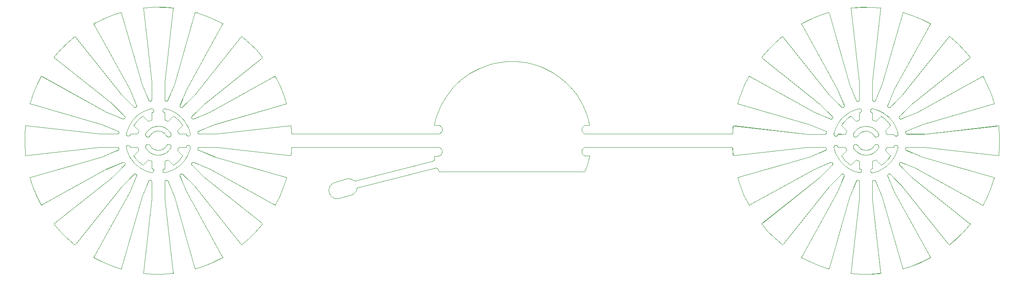
<source format=gm1>
%FSTAX44Y44*%
%MOMM*%
%SFA1B1*%

%IPPOS*%
%ADD84C,0.100000*%
%LNpcb1-1*%
%LPD*%
G54D84*
X01393731Y01843028D02*
D01*
X01394853Y01843462*
X01395942Y01843972*
X01396993Y01844557*
X01398Y01845214*
X01398959Y01845939*
X01399865Y0184673*
X01400714Y01847582*
X01401501Y01848491*
X01402223Y01849453*
X01402876Y01850463*
X01403457Y01851516*
X01403963Y01852607*
X01404392Y01853731*
X01404741Y01854881*
X0140501Y01856054*
X01405154Y01856918*
X02707524Y01821294D02*
D01*
X02716311Y01838595*
X0272387Y01856467*
X02730163Y01874822*
X02731334Y01878777*
X02490186Y0197074D02*
D01*
X02489077Y01972517*
X02487847Y01974211*
X02486502Y01975815*
X02485048Y01977322*
X02483492Y01978724*
X02481842Y01980014*
X02480107Y01981185*
X02478294Y01982233*
X02476412Y01983151*
X02474471Y01983937*
X02472479Y01984584*
X02470448Y01985092*
X02468386Y01985456*
X02466303Y01985675*
X02464211Y01985749*
X02462118Y01985677*
X02460035Y01985459*
X02457973Y01985096*
X02455941Y0198459*
X0245395Y01983944*
X02452008Y0198316*
X02450125Y01982243*
X02448312Y01981196*
X02446575Y01980026*
X02444925Y01978737*
X02443368Y01977337*
X02441913Y01975831*
X02440566Y01974227*
X02439335Y01972534*
X02438342Y0197096*
X02549003Y0197605D02*
D01*
X02548775Y01975997*
X0254855Y01975927*
X02548331Y01975842*
X02548119Y01975741*
X02547914Y01975626*
X02547718Y01975498*
X02547531Y01975355*
X02547354Y01975201*
X02547188Y01975034*
X02547035Y01974856*
X02546895Y01974668*
X02546768Y0197447*
X02546655Y01974264*
X02546556Y01974051*
X02546473Y01973831*
X02546405Y01973606*
X02546354Y01973377*
X02546318Y01973145*
X02546298Y0197291*
X02546295Y01972676*
X02546309Y01972441*
X02546339Y01972208*
X02546384Y01971978*
X02546446Y01971751*
X02546523Y01971529*
X02546616Y01971313*
X02546724Y01971105*
X02546846Y01970904*
X02546981Y01970712*
X0254713Y0197053*
X02547291Y01970359*
X02547464Y01970199*
X02547647Y01970052*
X0254784Y01969918*
X02548042Y01969798*
X02548252Y01969693*
X02548468Y01969602*
X02548691Y01969526*
X02548918Y01969466*
X02549149Y01969423*
X02549382Y01969395*
X02549617Y01969384*
X02549852Y01969389*
X02550086Y01969411*
X02550317Y01969448*
X02522559Y01969437D02*
D01*
X0252257Y01969143*
X02522601Y01968851*
X02522652Y01968561*
X02522723Y01968276*
X02522814Y01967996*
X02522924Y01967723*
X02523053Y01967459*
X025232Y01967204*
X02523364Y01966961*
X02523545Y01966729*
X02523742Y0196651*
X02523954Y01966306*
X02524179Y01966117*
X02524417Y01965944*
X02524666Y01965788*
X02524926Y0196565*
X02525195Y0196553*
X02525471Y0196543*
X02525754Y01965349*
X02526042Y01965287*
X02526333Y01965247*
X02526626Y01965226*
X02526921*
X02527214Y01965247*
X02527505Y01965287*
X02527793Y01965349*
X02528075Y0196543*
X02528352Y0196553*
X02528621Y0196565*
X0252888Y01965788*
X0252913Y01965944*
X02529368Y01966117*
X02529593Y01966306*
X02529805Y0196651*
X02530002Y01966729*
X02530183Y01966961*
X02530347Y01967204*
X02530494Y01967459*
X02530623Y01967723*
X02530733Y01967996*
X02530824Y01968276*
X02530895Y01968561*
X02530946Y01968851*
X02530977Y01969143*
X02530984Y01969294*
X02530852Y01942121D02*
D01*
X02530842Y01942415*
X02530811Y01942708*
X0253076Y01942997*
X02530689Y01943283*
X02530598Y01943563*
X02530488Y01943835*
X02530359Y019441*
X02530212Y01944355*
X02530048Y01944598*
X02529866Y0194483*
X0252967Y01945049*
X02529458Y01945253*
X02529233Y01945442*
X02528995Y01945615*
X02528745Y01945771*
X02528486Y01945909*
X02528217Y01946029*
X02527941Y01946129*
X02527658Y0194621*
X0252737Y01946271*
X02527079Y01946312*
X02526785Y01946333*
X02526491*
X02526198Y01946312*
X02525907Y01946271*
X02525619Y0194621*
X02525336Y01946129*
X0252506Y01946029*
X02524791Y01945909*
X02524531Y01945771*
X02524282Y01945615*
X02524044Y01945442*
X02523819Y01945253*
X02523607Y01945049*
X0252341Y0194483*
X02523229Y01944598*
X02523065Y01944355*
X02522918Y019441*
X02522789Y01943835*
X02522678Y01943563*
X02522588Y01943283*
X02522516Y01942997*
X02522465Y01942708*
X02522435Y01942415*
X02522427Y01942264*
X02550317Y01942052D02*
D01*
X02550086Y0194209*
X02549852Y01942111*
X02549617Y01942117*
X02549382Y01942105*
X02549149Y01942078*
X02548918Y01942034*
X02548691Y01941974*
X02548468Y01941898*
X02548252Y01941807*
X02548042Y01941702*
X0254784Y01941582*
X02547647Y01941448*
X02547464Y01941301*
X02547292Y01941141*
X02547131Y0194097*
X02546982Y01940788*
X02546847Y01940596*
X02546725Y01940395*
X02546617Y01940186*
X02546525Y01939971*
X02546447Y01939749*
X02546385Y01939522*
X0254634Y01939292*
X0254631Y01939059*
X02546297Y01938824*
X025463Y01938589*
X02546319Y01938355*
X02546355Y01938123*
X02546407Y01937894*
X02546475Y01937669*
X02546558Y01937449*
X02546656Y01937236*
X02546769Y0193703*
X02546896Y01936833*
X02547037Y01936644*
X0254719Y01936466*
X02547356Y019363*
X02547532Y01936145*
X0254772Y01936002*
X02547916Y01935874*
X02548121Y01935759*
X02548333Y01935659*
X02548552Y01935574*
X02548777Y01935504*
X02549004Y0193545*
X0253852Y0191014D02*
D01*
X02538321Y01910264*
X02538113Y01910373*
X02537898Y01910468*
X02537676Y01910547*
X0253745Y01910611*
X0253722Y01910659*
X02536987Y01910691*
X02536753Y01910706*
X02536518Y01910705*
X02536284Y01910688*
X02536051Y01910654*
X02535822Y01910604*
X02535596Y01910538*
X02535376Y01910457*
X02535161Y0191036*
X02534954Y01910249*
X02534756Y01910124*
X02534566Y01909985*
X02534387Y01909833*
X02534219Y01909669*
X02534062Y01909494*
X02533918Y01909308*
X02533788Y01909113*
X02533671Y01908909*
X02533569Y01908697*
X02533482Y01908479*
X0253341Y01908255*
X02533355Y01908027*
X02533315Y01907795*
X02533291Y01907561*
X02533284Y01907326*
X02533293Y01907092*
X02533319Y01906858*
X02533361Y01906627*
X02533419Y01906399*
X02533492Y01906176*
X02533581Y01905959*
X02533685Y01905748*
X02533804Y01905545*
X02533936Y01905351*
X02534081Y01905166*
X02534239Y01904992*
X02534409Y0190483*
X0253459Y0190468*
X0253478Y01904542*
X02481569Y01965675D02*
D01*
X02481767Y01965387*
X02481983Y01965114*
X02482219Y01964856*
X02482472Y01964615*
X02482741Y01964393*
X02483025Y0196419*
X02483322Y01964007*
X02483631Y01963845*
X02483951Y01963706*
X0248428Y01963588*
X02484616Y01963495*
X02484958Y01963425*
X02485304Y01963378*
X02485652Y01963357*
X02486001Y01963359*
X02486349Y01963386*
X02486695Y01963437*
X02487035Y01963512*
X0248737Y01963611*
X02487698Y01963732*
X02488015Y01963876*
X02488322Y01964042*
X02488617Y0196423*
X02488898Y01964437*
X02489164Y01964663*
X02489413Y01964907*
X02489645Y01965168*
X02489858Y01965445*
X02490051Y01965735*
X02490223Y01966039*
X02490374Y01966354*
X02490503Y01966678*
X02490608Y01967011*
X0249069Y0196735*
X02490748Y01967695*
X02490782Y01968042*
X02490792Y01968391*
X02490777Y0196874*
X02490738Y01969086*
X02490675Y0196943*
X02490589Y01969768*
X02490478Y01970099*
X02490345Y01970422*
X0249019Y01970734*
X02490013Y01971035*
X02489852Y01971273*
X02481565Y01965672D02*
D01*
X02480831Y01966859*
X02480015Y01967993*
X02479123Y01969066*
X02478158Y01970074*
X02477124Y01971013*
X02476028Y01971877*
X02474874Y01972663*
X02473668Y01973367*
X02472416Y01973984*
X02471124Y01974513*
X02469799Y0197495*
X02468446Y01975294*
X02467072Y01975542*
X02465684Y01975695*
X02464289Y01975749*
X02462894Y01975707*
X02461505Y01975567*
X02460129Y01975331*
X02458773Y01974999*
X02457443Y01974574*
X02456147Y01974057*
X02454889Y0197345*
X02453677Y01972758*
X02452517Y01971982*
X02451413Y01971127*
X02450371Y01970198*
X02449397Y01969198*
X02448495Y01968133*
X02447669Y01967007*
X02446979Y01965919*
X02438342Y0197096D02*
D01*
X02438171Y01970656*
X02438021Y01970341*
X02437894Y01970016*
X0243779Y01969683*
X02437709Y01969343*
X02437652Y01968999*
X02437619Y01968651*
X02437611Y01968302*
X02437627Y01967954*
X02437667Y01967607*
X02437731Y01967264*
X02437819Y01966926*
X0243793Y01966595*
X02438064Y01966273*
X02438221Y01965961*
X02438398Y0196566*
X02438597Y01965373*
X02438815Y019651*
X02439051Y01964843*
X02439305Y01964604*
X02439575Y01964382*
X02439859Y0196418*
X02440157Y01963998*
X02440467Y01963838*
X02440787Y01963699*
X02441117Y01963583*
X02441453Y0196349*
X02441795Y01963421*
X02442141Y01963377*
X0244249Y01963356*
X02442839Y0196336*
X02443187Y01963387*
X02443532Y0196344*
X02443873Y01963516*
X02444207Y01963616*
X02444534Y01963739*
X02444851Y01963884*
X02445158Y01964051*
X02445452Y01964239*
X02445732Y01964447*
X02445997Y01964675*
X02446246Y0196492*
X02446476Y01965181*
X02446688Y01965459*
X0244688Y0196575*
X02446979Y01965919*
X0241859Y0188143D02*
D01*
X02418714Y0188163*
X02418823Y01881838*
X02418918Y01882053*
X02418997Y01882274*
X02419061Y018825*
X02419109Y01882731*
X02419141Y01882963*
X02419156Y01883198*
X02419155Y01883433*
X02419138Y01883667*
X02419104Y01883899*
X02419054Y01884129*
X02418988Y01884355*
X02418907Y01884575*
X0241881Y01884789*
X02418699Y01884996*
X02418574Y01885195*
X02418435Y01885385*
X02418283Y01885564*
X02418119Y01885732*
X02417944Y01885889*
X02417758Y01886032*
X02417563Y01886163*
X02417359Y01886279*
X02417147Y01886382*
X02416929Y01886469*
X02416705Y0188654*
X02416477Y01886596*
X02416245Y01886636*
X02416011Y01886659*
X02415776Y01886667*
X02415542Y01886657*
X02415308Y01886632*
X02415077Y0188659*
X02414849Y01886532*
X02414626Y01886459*
X02414409Y01886369*
X02414198Y01886265*
X02413995Y01886147*
X02413801Y01886015*
X02413616Y01885869*
X02413442Y01885712*
X0241328Y01885542*
X0241313Y01885361*
X02412992Y0188517*
X02450503Y01869633D02*
D01*
X02450541Y01869865*
X02450563Y01870099*
X02450568Y01870334*
X02450556Y01870569*
X02450529Y01870802*
X02450485Y01871033*
X02450425Y0187126*
X02450349Y01871482*
X02450259Y01871699*
X02450153Y01871909*
X02450033Y01872111*
X02449899Y01872304*
X02449752Y01872487*
X02449592Y01872659*
X02449421Y0187282*
X02449239Y01872969*
X02449047Y01873104*
X02448846Y01873226*
X02448637Y01873334*
X02448422Y01873426*
X024482Y01873504*
X02447973Y01873565*
X02447743Y01873611*
X0244751Y01873641*
X02447275Y01873654*
X0244704Y01873651*
X02446806Y01873632*
X02446574Y01873596*
X02446345Y01873544*
X0244612Y01873476*
X024459Y01873393*
X02445687Y01873294*
X02445481Y01873181*
X02445283Y01873054*
X02445095Y01872914*
X02444917Y0187276*
X02444751Y01872595*
X02444596Y01872418*
X02444454Y01872231*
X02444325Y01872035*
X0244421Y0187183*
X0244411Y01871617*
X02444025Y01871398*
X02443955Y01871174*
X024439Y01870946*
X02490058Y01940539D02*
D01*
X0249023Y01940843*
X02490379Y01941159*
X02490507Y01941484*
X02490611Y01941817*
X02490692Y01942157*
X02490749Y01942501*
X02490782Y01942849*
X0249079Y01943198*
X02490774Y01943546*
X02490734Y01943893*
X0249067Y01944236*
X02490582Y01944574*
X02490471Y01944905*
X02490336Y01945227*
X0249018Y01945539*
X02490002Y01945839*
X02489804Y01946127*
X02489586Y01946399*
X0248935Y01946656*
X02489096Y01946896*
X02488826Y01947118*
X02488542Y0194732*
X02488244Y01947502*
X02487934Y01947662*
X02487614Y01947801*
X02487284Y01947917*
X02486948Y01948009*
X02486605Y01948078*
X02486259Y01948123*
X02485911Y01948144*
X02485562Y0194814*
X02485214Y01948112*
X02484869Y0194806*
X02484528Y01947984*
X02484194Y01947884*
X02483867Y01947761*
X0248355Y01947616*
X02483243Y01947449*
X02482949Y01947261*
X02482669Y01947052*
X02482404Y01946825*
X02482155Y0194658*
X02481924Y01946318*
X02481713Y01946041*
X0248152Y01945749*
X02481422Y0194558*
X02477745Y01888973D02*
D01*
X02482361Y0189008*
X02486888Y01891507*
X02491304Y01893245*
X02495589Y01895288*
X0249972Y01897624*
X02503679Y01900243*
X02507445Y01903131*
X02511Y01906275*
X02514328Y0190966*
X02517411Y01913268*
X02520235Y01917083*
X02522786Y01921086*
X02525052Y01925256*
X02527021Y01929575*
X02528685Y0193402*
X02530034Y01938571*
X02530852Y01942121*
X02495853Y01904778D02*
D01*
X02499332Y0190711*
X0250264Y01909679*
X0250576Y01912472*
X02508678Y01915477*
X02511379Y01918677*
X0251385Y01922058*
X02515179Y01924105*
X02515408Y01885171D02*
D01*
X02515271Y01885362*
X02515121Y01885543*
X02514958Y01885713*
X02514784Y01885871*
X025146Y01886016*
X02514406Y01886148*
X02514203Y01886266*
X02513992Y0188637*
X02513775Y0188646*
X02513551Y01886533*
X02513324Y01886591*
X02513093Y01886633*
X02512859Y01886658*
X02512624Y01886668*
X02512389Y0188666*
X02512156Y01886637*
X02511924Y01886597*
X02511696Y01886541*
X02511472Y0188647*
X02511254Y01886383*
X02511042Y0188628*
X02510838Y01886164*
X02510643Y01886033*
X02510457Y0188589*
X02510282Y01885733*
X02510118Y01885565*
X02509966Y01885386*
X02509827Y01885196*
X02509702Y01884997*
X0250959Y0188479*
X02509494Y01884576*
X02509413Y01884356*
X02509347Y0188413*
X02509297Y018839*
X02509263Y01883668*
X02509246Y01883434*
X02509245Y01883199*
X0250926Y01882964*
X02509292Y01882732*
X0250934Y01882501*
X02509403Y01882275*
X02509483Y01882054*
X02509577Y01881839*
X02509687Y01881631*
X0250981Y01881431*
X02509811Y0188143*
X02484501Y01870947D02*
D01*
X02484447Y01871176*
X02484378Y018714*
X02484293Y01871619*
X02484192Y01871832*
X02484078Y01872037*
X02483949Y01872233*
X02483807Y0187242*
X02483652Y01872597*
X02483485Y01872762*
X02483307Y01872915*
X02483118Y01873056*
X02482921Y01873183*
X02482715Y01873296*
X02482502Y01873395*
X02482282Y01873478*
X02482057Y01873545*
X02481828Y01873597*
X02481596Y01873633*
X02481362Y01873652*
X02481127Y01873655*
X02480892Y01873642*
X02480659Y01873612*
X02480429Y01873566*
X02480202Y01873505*
X0247998Y01873427*
X02479764Y01873334*
X02479555Y01873227*
X02479355Y01873105*
X02479163Y01872969*
X02478981Y01872821*
X0247881Y0187266*
X0247865Y01872487*
X02478503Y01872304*
X02478369Y01872111*
X02478249Y01871909*
X02478144Y01871699*
X02478053Y01871482*
X02477977Y0187126*
X02477918Y01871033*
X02477874Y01870802*
X02477846Y01870569*
X02477835Y01870334*
X0247784Y01870099*
X02477862Y01869865*
X02477898Y01869633*
X02740458Y01924643D02*
D01*
X02741955Y0194399*
X02742099Y01963393*
X02740889Y0198276*
X02740458Y01986863*
X02681542Y02129096D02*
D01*
X02668921Y02143835*
X02655303Y02157657*
X02640753Y02170496*
X02637546Y02173092*
X02731334Y02032729D02*
D01*
X02725314Y02051176*
X02718021Y02069158*
X02709492Y02086587*
X02707523Y02090213*
X02412992Y02026329D02*
D01*
X0241313Y02026139*
X0241328Y02025958*
X02413442Y02025788*
X02413616Y0202563*
X02413801Y02025485*
X02413995Y02025353*
X02414198Y02025234*
X02414409Y0202513*
X02414626Y02025041*
X02414849Y02024968*
X02415077Y0202491*
X02415308Y02024868*
X02415542Y02024843*
X02415776Y02024833*
X02416011Y0202484*
X02416245Y02024864*
X02416477Y02024904*
X02416705Y02024959*
X02416929Y02025031*
X02417147Y02025118*
X02417359Y0202522*
X02417563Y02025337*
X02417758Y02025467*
X02417944Y02025611*
X02418119Y02025768*
X02418283Y02025936*
X02418435Y02026115*
X02418574Y02026305*
X02418699Y02026503*
X0241881Y0202671*
X02418907Y02026925*
X02418988Y02027145*
X02419054Y02027371*
X02419104Y020276*
X02419138Y02027833*
X02419155Y02028067*
X02419156Y02028302*
X02419141Y02028536*
X02419109Y02028769*
X02419061Y02028999*
X02418997Y02029225*
X02418918Y02029447*
X02418823Y02029662*
X02418714Y02029869*
X0241859Y02030069*
X02418589Y0203007*
X02412992Y02026329D02*
D01*
X0241313Y02026139*
X0241328Y02025958*
X02413442Y02025788*
X02413616Y0202563*
X02413801Y02025485*
X02413995Y02025353*
X02414198Y02025234*
X02414409Y0202513*
X02414626Y02025041*
X02414849Y02024968*
X02415077Y0202491*
X02415308Y02024868*
X02415542Y02024843*
X02415776Y02024833*
X02416011Y0202484*
X02416245Y02024864*
X02416477Y02024904*
X02416705Y02024959*
X02416929Y02025031*
X02417147Y02025118*
X02417359Y0202522*
X02417563Y02025337*
X02417758Y02025467*
X02417944Y02025611*
X02418119Y02025768*
X02418283Y02025936*
X02418435Y02026115*
X02418574Y02026305*
X02418699Y02026503*
X0241881Y0202671*
X02418907Y02026925*
X02418988Y02027145*
X02419054Y02027371*
X02419104Y020276*
X02419138Y02027833*
X02419155Y02028067*
X02419156Y02028302*
X02419141Y02028536*
X02419109Y02028769*
X02419061Y02028999*
X02418997Y02029225*
X02418918Y02029447*
X02418823Y02029662*
X02418714Y02029869*
X0241859Y02030069*
X02418589Y0203007*
X02220883Y02090211D02*
D01*
X02212097Y02072911*
X02204538Y02055039*
X02198245Y02036684*
X02197073Y02032727*
X02598663Y02199073D02*
D01*
X02581363Y0220786*
X02563491Y02215418*
X02545136Y02221712*
X02541179Y02222883*
X02387227Y02222882D02*
D01*
X02368781Y02216862*
X02350799Y0220957*
X0233337Y02201041*
X02329744Y02199072*
X0229086Y0217309D02*
D01*
X02276122Y02160469*
X022623Y0214685*
X02249461Y02132301*
X02246864Y02129094*
X02495313Y02232006D02*
D01*
X02475967Y02233504*
X02456564Y02233647*
X02437197Y02232438*
X02433093Y02232006*
X02477835Y02022401D02*
D01*
X02477541Y02022391*
X02477249Y0202236*
X02476959Y02022309*
X02476674Y02022238*
X02476394Y02022147*
X02476121Y02022037*
X02475857Y02021908*
X02475602Y02021761*
X02475359Y02021597*
X02475127Y02021416*
X02474908Y02021219*
X02474704Y02021007*
X02474515Y02020782*
X02474342Y02020544*
X02474186Y02020294*
X02474048Y02020035*
X02473928Y02019766*
X02473828Y02019489*
X02473747Y02019207*
X02473685Y02018919*
X02473645Y02018628*
X02473624Y02018335*
Y0201804*
X02473645Y02017747*
X02473685Y02017456*
X02473747Y02017168*
X02473828Y02016885*
X02473928Y02016609*
X02474048Y0201634*
X02474186Y0201608*
X02474342Y02015831*
X02474515Y02015593*
X02474704Y02015368*
X02474908Y02015156*
X02475127Y02014959*
X02475359Y02014778*
X02475602Y02014614*
X02475857Y02014467*
X02476121Y02014338*
X02476394Y02014228*
X02476674Y02014137*
X02476959Y02014066*
X02477249Y02014014*
X02477541Y02013984*
X02477692Y02013976*
X02477898Y02041866D02*
D01*
X02477861Y02041634*
X02477839Y02041401*
X02477834Y02041166*
X02477845Y02040931*
X02477873Y02040698*
X02477917Y02040467*
X02477977Y0204024*
X02478052Y02040018*
X02478143Y02039801*
X02478249Y02039591*
X02478369Y02039389*
X02478503Y02039196*
X0247865Y02039013*
X0247881Y0203884*
X02478981Y0203868*
X02479163Y02038531*
X02479354Y02038395*
X02479555Y02038274*
X02479764Y02038166*
X0247998Y02038073*
X02480202Y02037996*
X02480429Y02037934*
X02480659Y02037888*
X02480892Y02037859*
X02481127Y02037846*
X02481362Y02037849*
X02481596Y02037868*
X02481828Y02037904*
X02482057Y02037956*
X02482282Y02038024*
X02482502Y02038107*
X02482715Y02038205*
X02482921Y02038318*
X02483118Y02038446*
X02483306Y02038586*
X02483484Y02038739*
X02483651Y02038905*
X02483806Y02039082*
X02483948Y02039268*
X02484077Y02039465*
X02484192Y0203967*
X02484292Y02039882*
X02484377Y02040101*
X02484447Y02040326*
X02484501Y02040554*
X02541181Y01688622D02*
D01*
X02559628Y01694643*
X0257761Y01701935*
X02595039Y01710464*
X02598664Y01712433*
X02329745Y01712432D02*
D01*
X02347046Y01703646*
X02364918Y01696087*
X02383273Y01689794*
X02387229Y01688621*
X02433095Y01679498D02*
D01*
X02452442Y01678001*
X02471845Y01677857*
X02491212Y01679067*
X02495315Y01679499*
X02637548Y01738414D02*
D01*
X02652287Y01751036*
X02666109Y01764654*
X02678947Y01779204*
X02681543Y0178241*
X0250981Y02030069D02*
D01*
X02509687Y02029869*
X02509577Y02029662*
X02509483Y02029447*
X02509403Y02029225*
X0250934Y02028999*
X02509292Y02028769*
X0250926Y02028536*
X02509245Y02028302*
X02509246Y02028067*
X02509263Y02027833*
X02509297Y020276*
X02509347Y02027371*
X02509413Y02027145*
X02509494Y02026925*
X0250959Y0202671*
X02509702Y02026503*
X02509827Y02026305*
X02509966Y02026115*
X02510118Y02025936*
X02510282Y02025768*
X02510457Y02025611*
X02510643Y02025467*
X02510838Y02025337*
X02511042Y0202522*
X02511254Y02025118*
X02511472Y02025031*
X02511696Y02024959*
X02511924Y02024904*
X02512156Y02024864*
X02512389Y0202484*
X02512624Y02024833*
X02512859Y02024843*
X02513093Y02024868*
X02513324Y0202491*
X02513551Y02024968*
X02513775Y02025041*
X02513992Y0202513*
X02514203Y02025234*
X02514406Y02025353*
X025146Y02025485*
X02514784Y0202563*
X02514958Y02025788*
X02515121Y02025958*
X02515271Y02026139*
X02515408Y02026329*
Y0202633*
X02534779Y02006958D02*
D01*
X02534589Y02006821*
X02534408Y02006671*
X02534238Y02006508*
X0253408Y02006335*
X02533935Y0200615*
X02533803Y02005956*
X02533684Y02005753*
X0253358Y02005542*
X02533491Y02005325*
X02533418Y02005101*
X0253336Y02004874*
X02533318Y02004643*
X02533292Y02004409*
X02533283Y02004174*
X0253329Y02003939*
X02533314Y02003706*
X02533354Y02003474*
X02533409Y02003246*
X02533481Y02003022*
X02533568Y02002804*
X0253367Y02002592*
X02533787Y02002388*
X02533917Y02002193*
X02534061Y02002007*
X02534218Y02001832*
X02534386Y02001668*
X02534565Y02001516*
X02534755Y02001377*
X02534953Y02001252*
X0253516Y02001141*
X02535375Y02001044*
X02535595Y02000962*
X02535821Y02000897*
X0253605Y02000847*
X02536283Y02000813*
X02536517Y02000796*
X02536752Y02000795*
X02536987Y0200081*
X02537219Y02000842*
X02537449Y0200089*
X02537675Y02000953*
X02537897Y02001033*
X02538112Y02001127*
X0253832Y02001237*
X02538519Y0200136*
X0253852Y02001361*
X02515178Y01987401D02*
D01*
X02512846Y0199088*
X02510278Y01994188*
X02507484Y01997308*
X0250448Y02000226*
X0250128Y02002927*
X02497899Y02005398*
X02495851Y02006727*
X02530984Y01969294D02*
D01*
X02529877Y0197391*
X02528451Y01978437*
X02526713Y01982853*
X0252467Y01987138*
X02522334Y01991269*
X02519715Y01995228*
X02516827Y01998994*
X02513683Y02002549*
X02510298Y02005877*
X02506689Y0200896*
X02502875Y02011784*
X02498872Y02014335*
X02494702Y02016601*
X02490383Y0201857*
X02485938Y02020233*
X02481387Y02021583*
X02477835Y02022401*
X02446839Y01945829D02*
D01*
X02447574Y01944642*
X02448389Y01943509*
X02449282Y01942436*
X02450247Y01941427*
X02451281Y01940489*
X02452377Y01939624*
X02453531Y01938838*
X02454737Y01938135*
X02455988Y01937518*
X0245728Y01936989*
X02458606Y01936552*
X02459959Y01936208*
X02461333Y01935959*
X02462721Y01935807*
X02464115Y01935752*
X02465511Y01935795*
X024669Y01935935*
X02468276Y01936171*
X02469632Y01936503*
X02470961Y01936928*
X02472258Y01937445*
X02473515Y01938052*
X02474727Y01938744*
X02475888Y0193952*
X02476992Y01940374*
X02478034Y01941304*
X02479008Y01942304*
X0247991Y01943369*
X02480735Y01944495*
X0248148Y01945675*
X02481554Y01945804*
X02438293Y01940624D02*
D01*
X02439412Y01938854*
X02440651Y01937166*
X02442005Y01935568*
X02443466Y01934069*
X02445029Y01932676*
X02446685Y01931394*
X02448427Y01930232*
X02450246Y01929194*
X02452132Y01928285*
X02454077Y0192751*
X02456072Y01926872*
X02458106Y01926376*
X0246017Y01926022*
X02462254Y01925813*
X02464347Y0192575*
X02466439Y01925834*
X02468521Y01926063*
X02470581Y01926436*
X0247261Y01926953*
X02474599Y01927609*
X02476536Y01928403*
X02478414Y0192933*
X02480222Y01930386*
X02481953Y01931565*
X02483597Y01932863*
X02485146Y01934271*
X02486593Y01935785*
X02487931Y01937395*
X02489154Y01939095*
X02490058Y01940539*
X02450573Y01889104D02*
D01*
X02450867Y01889115*
X0245116Y01889145*
X0245145Y01889196*
X02451735Y01889268*
X02452015Y01889358*
X02452287Y01889469*
X02452552Y01889598*
X02452806Y01889745*
X0245305Y01889909*
X02453282Y0189009*
X02453501Y01890287*
X02453705Y01890499*
X02453894Y01890724*
X02454067Y01890962*
X02454223Y01891211*
X02454361Y01891471*
X0245448Y0189174*
X02454581Y01892016*
X02454662Y01892299*
X02454723Y01892587*
X02454764Y01892878*
X02454785Y01893171*
Y01893465*
X02454764Y01893759*
X02454723Y0189405*
X02454662Y01894338*
X02454581Y01894621*
X0245448Y01894897*
X02454361Y01895166*
X02454223Y01895425*
X02454067Y01895675*
X02453894Y01895913*
X02453705Y01896138*
X02453501Y0189635*
X02453282Y01896546*
X0245305Y01896727*
X02452806Y01896892*
X02452552Y01897039*
X02452287Y01897168*
X02452015Y01897278*
X02451735Y01897369*
X0245145Y0189744*
X0245116Y01897491*
X02450867Y01897522*
X02450716Y01897529*
X02446832Y01945825D02*
D01*
X02446635Y01946113*
X02446418Y01946387*
X02446183Y01946645*
X0244593Y01946885*
X02445661Y01947108*
X02445377Y01947311*
X0244508Y01947494*
X02444771Y01947655*
X02444451Y01947795*
X02444122Y01947912*
X02443786Y01948006*
X02443444Y01948076*
X02443098Y01948122*
X0244275Y01948144*
X02442401Y01948142*
X02442053Y01948115*
X02441707Y01948064*
X02441366Y01947989*
X02441031Y0194789*
X02440704Y01947769*
X02440386Y01947624*
X02440079Y01947458*
X02439785Y01947271*
X02439504Y01947064*
X02439238Y01946838*
X02438989Y01946594*
X02438757Y01946333*
X02438544Y01946056*
X02438351Y01945765*
X02438179Y01945462*
X02438028Y01945147*
X02437899Y01944822*
X02437794Y0194449*
X02437712Y0194415*
X02437654Y01943806*
X02437619Y01943459*
X0243761Y0194311*
X02437624Y01942761*
X02437663Y01942414*
X02437726Y01942071*
X02437813Y01941733*
X02437924Y01941402*
X02438057Y01941079*
X02438212Y01940767*
X02438388Y01940465*
X02438548Y01940226*
X02397424Y01942211D02*
D01*
X02398531Y01937596*
X02399958Y01933069*
X02401696Y01928652*
X02403738Y01924368*
X02406075Y01920236*
X02408693Y01916278*
X02411582Y01912512*
X02414726Y01908956*
X02418111Y01905629*
X02421719Y01902546*
X02425534Y01899721*
X02429536Y0189717*
X02433707Y01894905*
X02438026Y01892935*
X02442471Y01891272*
X02447022Y01889923*
X02450573Y01889104*
X0241323Y01924103D02*
D01*
X02415562Y01920625*
X02418131Y01917317*
X02420925Y01914197*
X02423929Y01911279*
X02427129Y01908578*
X0243051Y01906107*
X02432556Y01904777*
X02450516Y02014105D02*
D01*
X0245081Y02014116*
X02451103Y02014146*
X02451393Y02014197*
X02451678Y02014269*
X02451958Y02014359*
X0245223Y0201447*
X02452495Y02014599*
X02452749Y02014746*
X02452993Y0201491*
X02453225Y02015091*
X02453444Y02015288*
X02453648Y020155*
X02453837Y02015725*
X0245401Y02015963*
X02454166Y02016212*
X02454304Y02016472*
X02454424Y02016741*
X02454524Y02017017*
X02454605Y020173*
X02454666Y02017588*
X02454707Y02017879*
X02454728Y02018172*
Y02018466*
X02454707Y0201876*
X02454666Y02019051*
X02454605Y02019339*
X02454524Y02019622*
X02454424Y02019898*
X02454304Y02020167*
X02454166Y02020426*
X0245401Y02020676*
X02453837Y02020914*
X02453648Y02021139*
X02453444Y02021351*
X02453225Y02021547*
X02452993Y02021729*
X02452749Y02021893*
X02452495Y0202204*
X0245223Y02022169*
X02451958Y02022279*
X02451678Y0202237*
X02451393Y02022441*
X02451103Y02022492*
X0245081Y02022523*
X02450659Y0202253*
X024439Y02040553D02*
D01*
X02443954Y02040325*
X02444024Y020401*
X02444109Y02039881*
X02444209Y02039669*
X02444324Y02039464*
X02444453Y02039267*
X02444595Y02039081*
X0244475Y02038904*
X02444917Y02038739*
X02445095Y02038585*
X02445283Y02038445*
X02445481Y02038318*
X02445687Y02038205*
X024459Y02038106*
X0244612Y02038023*
X02446345Y02037956*
X02446574Y02037904*
X02446806Y02037868*
X0244704Y02037848*
X02447275Y02037845*
X0244751Y02037859*
X02447743Y02037888*
X02447973Y02037934*
X024482Y02037996*
X02448422Y02038074*
X02448637Y02038166*
X02448846Y02038274*
X02449047Y02038396*
X02449239Y02038531*
X02449421Y0203868*
X02449592Y02038841*
X02449751Y02039014*
X02449898Y02039197*
X02450032Y0203939*
X02450152Y02039592*
X02450258Y02039802*
X02450349Y02040018*
X02450424Y02040241*
X02450484Y02040468*
X02450528Y02040699*
X02450556Y02040932*
X02450567Y02041167*
X02450562Y02041402*
X0245054Y02041635*
X02450502Y02041867*
X02477888Y01897397D02*
D01*
X02477594Y01897387*
X02477302Y01897356*
X02477012Y01897305*
X02476727Y01897234*
X02476447Y01897143*
X02476174Y01897033*
X0247591Y01896904*
X02475655Y01896757*
X02475411Y01896593*
X0247518Y01896412*
X02474961Y01896215*
X02474757Y01896003*
X02474568Y01895778*
X02474395Y0189554*
X02474239Y0189529*
X02474101Y01895031*
X02473981Y01894762*
X02473881Y01894486*
X02473799Y01894203*
X02473739Y01893915*
X02473697Y01893624*
X02473677Y0189333*
Y01893036*
X02473697Y01892743*
X02473739Y01892452*
X02473799Y01892164*
X02473881Y01891881*
X02473981Y01891605*
X02474101Y01891336*
X02474239Y01891076*
X02474395Y01890827*
X02474568Y01890589*
X02474757Y01890364*
X02474961Y01890152*
X0247518Y01889955*
X02475411Y01889774*
X02475655Y0188961*
X0247591Y01889463*
X02476174Y01889334*
X02476447Y01889224*
X02476727Y01889133*
X02477012Y01889062*
X02477302Y0188901*
X02477594Y0188898*
X02477745Y01888973*
X02450659Y0202253D02*
D01*
X02446044Y02021423*
X02441517Y02019997*
X02437101Y02018259*
X02432816Y02016216*
X02428685Y0201388*
X02424726Y02011261*
X0242096Y02008373*
X02417404Y02005228*
X02414077Y02001844*
X02410993Y01998236*
X02408169Y01994421*
X02405618Y01990418*
X02403353Y01986247*
X02401383Y01981929*
X0239972Y01977484*
X02398371Y01972933*
X02397552Y01969381*
X02432551Y02006724D02*
D01*
X02429073Y02004392*
X02425765Y02001824*
X02422645Y0199903*
X02419727Y01996026*
X02417026Y01992826*
X02414554Y01989445*
X02413225Y01987397*
X02389881Y0200136D02*
D01*
X02390081Y02001237*
X02390289Y02001127*
X02390504Y02001033*
X02390725Y02000953*
X02390952Y0200089*
X02391181Y02000842*
X02391414Y0200081*
X02391649Y02000795*
X02391884Y02000796*
X02392118Y02000813*
X02392351Y02000847*
X0239258Y02000897*
X02392806Y02000962*
X02393026Y02001044*
X0239324Y02001141*
X02393447Y02001252*
X02393646Y02001377*
X02393835Y02001516*
X02394015Y02001668*
X02394183Y02001832*
X0239434Y02002007*
X02394483Y02002193*
X02394614Y02002388*
X02394731Y02002592*
X02394833Y02002804*
X0239492Y02003022*
X02394991Y02003246*
X02395047Y02003474*
X02395087Y02003706*
X0239511Y02003939*
X02395118Y02004174*
X02395108Y02004409*
X02395083Y02004643*
X02395041Y02004874*
X02394983Y02005101*
X02394909Y02005325*
X0239482Y02005542*
X02394717Y02005753*
X02394598Y02005956*
X02394466Y0200615*
X0239432Y02006335*
X02394162Y02006508*
X02393993Y02006671*
X02393812Y02006821*
X02393621Y02006958*
X0239362*
X02389881Y0200136D02*
D01*
X02390081Y02001237*
X02390289Y02001127*
X02390504Y02001033*
X02390725Y02000953*
X02390952Y0200089*
X02391181Y02000842*
X02391414Y0200081*
X02391649Y02000795*
X02391884Y02000796*
X02392118Y02000813*
X02392351Y02000847*
X0239258Y02000897*
X02392806Y02000962*
X02393026Y02001044*
X0239324Y02001141*
X02393447Y02001252*
X02393646Y02001377*
X02393835Y02001516*
X02394015Y02001668*
X02394183Y02001832*
X0239434Y02002007*
X02394483Y02002193*
X02394614Y02002388*
X02394731Y02002592*
X02394833Y02002804*
X0239492Y02003022*
X02394991Y02003246*
X02395047Y02003474*
X02395087Y02003706*
X0239511Y02003939*
X02395118Y02004174*
X02395108Y02004409*
X02395083Y02004643*
X02395041Y02004874*
X02394983Y02005101*
X02394909Y02005325*
X0239482Y02005542*
X02394717Y02005753*
X02394598Y02005956*
X02394466Y0200615*
X0239432Y02006335*
X02394162Y02006508*
X02393993Y02006671*
X02393812Y02006821*
X02393621Y02006958*
X0239362*
X02378084Y01969447D02*
D01*
X02378316Y0196941*
X0237855Y01969388*
X02378785Y01969383*
X0237902Y01969394*
X02379253Y01969422*
X02379484Y01969466*
X02379711Y01969526*
X02379933Y01969601*
X0238015Y01969692*
X0238036Y01969798*
X02380562Y01969918*
X02380754Y01970052*
X02380938Y01970199*
X0238111Y01970359*
X02381271Y0197053*
X0238142Y01970712*
X02381555Y01970904*
X02381677Y01971105*
X02381785Y01971313*
X02381877Y01971529*
X02381955Y01971751*
X02382017Y01971978*
X02382062Y01972208*
X02382092Y01972441*
X02382105Y01972676*
X02382102Y0197291*
X02382083Y01973145*
X02382047Y01973377*
X02381995Y01973606*
X02381927Y01973831*
X02381844Y0197405*
X02381746Y01974264*
X02381633Y0197447*
X02381505Y01974667*
X02381365Y01974855*
X02381211Y01975033*
X02381046Y019752*
X02380869Y01975355*
X02380682Y01975497*
X02380486Y01975626*
X02380281Y01975741*
X02380068Y01975841*
X02379849Y01975926*
X02379625Y01975996*
X02379396Y01976049*
Y0197605*
X02405849Y01942068D02*
D01*
X02405839Y01942362*
X02405808Y01942655*
X02405757Y01942945*
X02405686Y0194323*
X02405595Y0194351*
X02405485Y01943782*
X02405356Y01944047*
X02405209Y01944301*
X02405044Y01944545*
X02404863Y01944777*
X02404667Y01944996*
X02404455Y019452*
X0240423Y01945389*
X02403992Y01945562*
X02403742Y01945718*
X02403483Y01945856*
X02403214Y01945976*
X02402938Y01946076*
X02402655Y01946157*
X02402367Y01946218*
X02402076Y01946259*
X02401782Y0194628*
X02401488*
X02401195Y01946259*
X02400904Y01946218*
X02400616Y01946157*
X02400333Y01946076*
X02400057Y01945976*
X02399788Y01945856*
X02399528Y01945718*
X02399279Y01945562*
X02399041Y01945389*
X02398816Y019452*
X02398604Y01944996*
X02398407Y01944777*
X02398226Y01944545*
X02398062Y01944301*
X02397915Y01944047*
X02397786Y01943782*
X02397675Y0194351*
X02397584Y0194323*
X02397513Y01942945*
X02397462Y01942655*
X02397432Y01942362*
X02397424Y01942211*
X02393621Y01904542D02*
D01*
X02393812Y0190468*
X02393993Y0190483*
X02394162Y01904992*
X0239432Y01905166*
X02394466Y01905351*
X02394598Y01905545*
X02394717Y01905748*
X0239482Y01905959*
X02394909Y01906176*
X02394983Y01906399*
X02395041Y01906627*
X02395083Y01906858*
X02395108Y01907092*
X02395118Y01907326*
X0239511Y01907561*
X02395087Y01907795*
X02395047Y01908027*
X02394991Y01908255*
X0239492Y01908479*
X02394833Y01908697*
X02394731Y01908909*
X02394614Y01909113*
X02394483Y01909308*
X0239434Y01909494*
X02394183Y01909669*
X02394015Y01909833*
X02393835Y01909985*
X02393646Y01910124*
X02393447Y01910249*
X0239324Y0191036*
X02393026Y01910457*
X02392806Y01910538*
X0239258Y01910604*
X02392351Y01910654*
X02392118Y01910688*
X02391884Y01910705*
X02391649Y01910706*
X02391414Y01910691*
X02391181Y01910659*
X02390952Y01910611*
X02390725Y01910547*
X02390504Y01910468*
X02390289Y01910373*
X02390081Y01910264*
X02389881Y0191014*
X0238988Y01910139*
X02393621Y01904542D02*
D01*
X02393812Y0190468*
X02393993Y0190483*
X02394162Y01904992*
X0239432Y01905166*
X02394466Y01905351*
X02394598Y01905545*
X02394717Y01905748*
X0239482Y01905959*
X02394909Y01906176*
X02394983Y01906399*
X02395041Y01906627*
X02395083Y01906858*
X02395108Y01907092*
X02395118Y01907326*
X0239511Y01907561*
X02395087Y01907795*
X02395047Y01908027*
X02394991Y01908255*
X0239492Y01908479*
X02394833Y01908697*
X02394731Y01908909*
X02394614Y01909113*
X02394483Y01909308*
X0239434Y01909494*
X02394183Y01909669*
X02394015Y01909833*
X02393835Y01909985*
X02393646Y01910124*
X02393447Y01910249*
X0239324Y0191036*
X02393026Y01910457*
X02392806Y01910538*
X0239258Y01910604*
X02392351Y01910654*
X02392118Y01910688*
X02391884Y01910705*
X02391649Y01910706*
X02391414Y01910691*
X02391181Y01910659*
X02390952Y01910611*
X02390725Y01910547*
X02390504Y01910468*
X02390289Y01910373*
X02390081Y01910264*
X02389881Y0191014*
X0238988Y01910139*
X02379397Y01935449D02*
D01*
X02379626Y01935503*
X0237985Y01935573*
X02380069Y01935658*
X02380282Y01935758*
X02380487Y01935873*
X02380683Y01936002*
X0238087Y01936144*
X02381047Y01936299*
X02381212Y01936466*
X02381366Y01936644*
X02381506Y01936832*
X02381633Y0193703*
X02381746Y01937236*
X02381844Y01937449*
X02381928Y01937669*
X02381995Y01937894*
X02382047Y01938123*
X02382083Y01938355*
X02382102Y01938589*
X02382105Y01938824*
X02382092Y01939059*
X02382062Y01939292*
X02382016Y01939522*
X02381955Y01939749*
X02381877Y01939971*
X02381784Y01940186*
X02381677Y01940395*
X02381555Y01940596*
X02381419Y01940788*
X02381271Y0194097*
X0238111Y01941141*
X02380937Y019413*
X02380754Y01941447*
X02380561Y01941581*
X02380359Y01941701*
X02380149Y01941807*
X02379933Y01941898*
X0237971Y01941974*
X02379483Y01942033*
X02379252Y01942077*
X02379019Y01942105*
X02378784Y01942116*
X02378549Y01942111*
X02378315Y01942089*
X02378083Y01942052*
X02397552Y01969381D02*
D01*
X02397563Y01969088*
X02397593Y01968795*
X02397644Y01968505*
X02397716Y0196822*
X02397806Y0196794*
X02397917Y01967667*
X02398046Y01967403*
X02398193Y01967148*
X02398357Y01966904*
X02398538Y01966673*
X02398735Y01966454*
X02398947Y0196625*
X02399172Y01966061*
X0239941Y01965888*
X02399659Y01965732*
X02399919Y01965594*
X02400188Y01965474*
X02400464Y01965374*
X02400747Y01965292*
X02401035Y01965231*
X02401326Y0196519*
X02401619Y0196517*
X02401913*
X02402207Y0196519*
X02402498Y01965231*
X02402786Y01965292*
X02403069Y01965374*
X02403345Y01965474*
X02403614Y01965594*
X02403873Y01965732*
X02404123Y01965888*
X02404361Y01966061*
X02404586Y0196625*
X02404798Y01966454*
X02404994Y01966673*
X02405176Y01966904*
X0240534Y01967148*
X02405487Y01967403*
X02405616Y01967667*
X02405726Y0196794*
X02405817Y0196822*
X02405888Y01968505*
X02405939Y01968795*
X0240597Y01969088*
X02405977Y01969238*
X02197074Y01878775D02*
D01*
X02203095Y01860329*
X02210387Y01842347*
X02218916Y01824918*
X02220884Y01821292*
X02246865Y01782409D02*
D01*
X02259487Y01767671*
X02273105Y01753849*
X02287655Y0174101*
X02290862Y01738413*
X02186542Y0194204D02*
D01*
X02186737Y01938554*
X02186974Y01935071*
X02187256Y0193159*
X02187581Y01928114*
X0218795Y01924641*
X02187946Y01986859D02*
D01*
X02187583Y01983442*
X02187262Y0198002*
X02186983Y01976594*
X02186746Y01973166*
X02186552Y01969734*
X01267722Y01924738D02*
D01*
X01268086Y01928156*
X01268407Y01931578*
X01268686Y01935003*
X01268923Y01938432*
X01269117Y01941863*
X01269116*
X01269126Y01969557D02*
D01*
X01268932Y01973044*
X01268694Y01976527*
X01268413Y01980007*
X01268087Y01983483*
X01267718Y01986955*
X01208802Y02129188D02*
D01*
X01196181Y02143927*
X01182563Y02157749*
X01168013Y02170587*
X01164806Y02173184*
X01258594Y02032821D02*
D01*
X01252574Y02051268*
X01245281Y0206925*
X01236752Y02086679*
X01234784Y02090305*
X01058116Y01942216D02*
D01*
X01058106Y0194251*
X01058075Y01942803*
X01058024Y01943092*
X01057953Y01943378*
X01057862Y01943658*
X01057752Y0194393*
X01057623Y01944195*
X01057476Y0194445*
X01057312Y01944693*
X0105713Y01944925*
X01056934Y01945144*
X01056722Y01945348*
X01056497Y01945537*
X01056259Y0194571*
X01056009Y01945866*
X0105575Y01946004*
X01055481Y01946124*
X01055205Y01946224*
X01054922Y01946305*
X01054634Y01946366*
X01054343Y01946407*
X01054049Y01946428*
X01053755*
X01053462Y01946407*
X01053171Y01946366*
X01052883Y01946305*
X010526Y01946224*
X01052324Y01946124*
X01052055Y01946004*
X01051795Y01945866*
X01051546Y0194571*
X01051308Y01945537*
X01051083Y01945348*
X01050871Y01945144*
X01050674Y01944925*
X01050493Y01944693*
X01050329Y0194445*
X01050182Y01944195*
X01050053Y0194393*
X01049943Y01943658*
X01049852Y01943378*
X0104978Y01943092*
X01049729Y01942803*
X01049699Y0194251*
X01049691Y01942359*
X01076271Y01976147D02*
D01*
X01076043Y01976094*
X01075818Y01976024*
X01075599Y01975939*
X01075387Y01975838*
X01075182Y01975724*
X01074985Y01975595*
X01074798Y01975452*
X01074622Y01975298*
X01074457Y01975131*
X01074303Y01974953*
X01074163Y01974764*
X01074036Y01974567*
X01073923Y01974361*
X01073824Y01974148*
X01073741Y01973928*
X01073674Y01973703*
X01073622Y01973474*
X01073586Y01973242*
X01073567Y01973007*
X01073564Y01972773*
X01073577Y01972538*
X01073606Y01972305*
X01073652Y01972075*
X01073714Y01971848*
X01073792Y01971626*
X01073884Y0197141*
X01073992Y01971202*
X01074114Y01971001*
X0107425Y01970809*
X01074398Y01970627*
X01074559Y01970456*
X01074732Y01970296*
X01074915Y01970149*
X01075108Y01970015*
X0107531Y01969895*
X0107552Y0196979*
X01075736Y01969699*
X01075959Y01969623*
X01076186Y01969564*
X01076417Y0196952*
X0107665Y01969492*
X01076885Y01969481*
X0107712Y01969486*
X01077353Y01969508*
X01077585Y01969545*
X01062047Y02007055D02*
D01*
X01061857Y02006918*
X01061676Y02006768*
X01061506Y02006605*
X01061348Y02006432*
X01061203Y02006247*
X01061071Y02006053*
X01060952Y0200585*
X01060848Y02005639*
X01060759Y02005422*
X01060686Y02005198*
X01060628Y02004971*
X01060586Y0200474*
X0106056Y02004506*
X01060551Y02004271*
X01060558Y02004036*
X01060582Y02003803*
X01060622Y02003571*
X01060678Y02003343*
X01060749Y02003119*
X01060836Y02002901*
X01060938Y02002689*
X01061055Y02002485*
X01061185Y0200229*
X01061329Y02002104*
X01061486Y02001929*
X01061654Y02001765*
X01061833Y02001613*
X01062023Y02001474*
X01062221Y02001349*
X01062428Y02001237*
X01062643Y02001141*
X01062863Y0200106*
X01063089Y02000994*
X01063318Y02000944*
X01063551Y0200091*
X01063785Y02000893*
X0106402Y02000892*
X01064254Y02000907*
X01064487Y02000939*
X01064717Y02000987*
X01064944Y0200105*
X01065165Y0200113*
X0106538Y02001224*
X01065588Y02001334*
X01065787Y02001457*
X01065788Y02001458*
X01062047Y02007055D02*
D01*
X01061857Y02006918*
X01061676Y02006768*
X01061506Y02006605*
X01061348Y02006432*
X01061203Y02006247*
X01061071Y02006053*
X01060952Y0200585*
X01060848Y02005639*
X01060759Y02005422*
X01060686Y02005198*
X01060628Y02004971*
X01060586Y0200474*
X0106056Y02004506*
X01060551Y02004271*
X01060558Y02004036*
X01060582Y02003803*
X01060622Y02003571*
X01060678Y02003343*
X01060749Y02003119*
X01060836Y02002901*
X01060938Y02002689*
X01061055Y02002485*
X01061185Y0200229*
X01061329Y02002104*
X01061486Y02001929*
X01061654Y02001765*
X01061833Y02001613*
X01062023Y02001474*
X01062221Y02001349*
X01062428Y02001237*
X01062643Y02001141*
X01062863Y0200106*
X01063089Y02000994*
X01063318Y02000944*
X01063551Y0200091*
X01063785Y02000893*
X0106402Y02000892*
X01064254Y02000907*
X01064487Y02000939*
X01064717Y02000987*
X01064944Y0200105*
X01065165Y0200113*
X0106538Y02001224*
X01065588Y02001334*
X01065787Y02001457*
X01065788Y02001458*
X01049819Y01969529D02*
D01*
X0104983Y01969235*
X0104986Y01968943*
X01049912Y01968653*
X01049983Y01968368*
X01050074Y01968088*
X01050184Y01967815*
X01050313Y01967551*
X0105046Y01967296*
X01050624Y01967052*
X01050805Y01966821*
X01051002Y01966602*
X01051214Y01966398*
X01051439Y01966209*
X01051677Y01966036*
X01051926Y0196588*
X01052186Y01965742*
X01052455Y01965622*
X01052731Y01965522*
X01053014Y01965441*
X01053302Y01965379*
X01053593Y01965338*
X01053886Y01965318*
X01054181*
X01054474Y01965338*
X01054765Y01965379*
X01055053Y01965441*
X01055335Y01965522*
X01055612Y01965622*
X01055881Y01965742*
X0105614Y0196588*
X0105639Y01966036*
X01056628Y01966209*
X01056853Y01966398*
X01057065Y01966602*
X01057262Y01966821*
X01057443Y01967052*
X01057607Y01967296*
X01057754Y01967551*
X01057883Y01967815*
X01057993Y01968088*
X01058084Y01968368*
X01058155Y01968653*
X01058206Y01968943*
X01058237Y01969235*
X01058244Y01969386*
X01077584Y01942149D02*
D01*
X01077352Y01942187*
X01077119Y01942208*
X01076884Y01942214*
X01076649Y01942202*
X01076416Y01942175*
X01076185Y01942131*
X01075958Y01942071*
X01075735Y01941995*
X01075519Y01941904*
X01075309Y01941799*
X01075107Y01941679*
X01074914Y01941545*
X01074731Y01941398*
X01074558Y01941238*
X01074398Y01941067*
X01074249Y01940885*
X01074113Y01940693*
X01073992Y01940492*
X01073884Y01940283*
X01073791Y01940068*
X01073714Y01939846*
X01073652Y01939619*
X01073606Y01939389*
X01073577Y01939156*
X01073564Y01938921*
X01073567Y01938686*
X01073586Y01938452*
X01073622Y0193822*
X01073674Y01937991*
X01073742Y01937766*
X01073825Y01937546*
X01073923Y01937333*
X01074036Y01937127*
X01074163Y0193693*
X01074304Y01936741*
X01074457Y01936563*
X01074623Y01936397*
X01074799Y01936242*
X01074986Y019361*
X01075183Y01935971*
X01075388Y01935856*
X010756Y01935756*
X01075819Y01935671*
X01076044Y01935601*
X01076272Y01935547*
Y01935546*
X01065787Y01910237D02*
D01*
X01065588Y01910361*
X0106538Y0191047*
X01065165Y01910565*
X01064944Y01910644*
X01064717Y01910708*
X01064487Y01910756*
X01064254Y01910788*
X0106402Y01910803*
X01063785Y01910802*
X01063551Y01910785*
X01063318Y01910751*
X01063089Y01910701*
X01062863Y01910635*
X01062643Y01910554*
X01062428Y01910457*
X01062221Y01910346*
X01062023Y01910221*
X01061833Y01910082*
X01061654Y0190993*
X01061486Y01909766*
X01061329Y01909591*
X01061185Y01909405*
X01061055Y0190921*
X01060938Y01909006*
X01060836Y01908794*
X01060749Y01908576*
X01060678Y01908352*
X01060622Y01908124*
X01060582Y01907892*
X01060558Y01907658*
X01060551Y01907423*
X0106056Y01907189*
X01060586Y01906955*
X01060628Y01906724*
X01060686Y01906496*
X01060759Y01906273*
X01060848Y01906056*
X01060952Y01905845*
X01061071Y01905642*
X01061203Y01905448*
X01061348Y01905263*
X01061506Y01905089*
X01061676Y01904927*
X01061857Y01904777*
X01062047Y01904639*
X01062048*
X01065787Y01910237D02*
D01*
X01065588Y01910361*
X0106538Y0191047*
X01065165Y01910565*
X01064944Y01910644*
X01064717Y01910708*
X01064487Y01910756*
X01064254Y01910788*
X0106402Y01910803*
X01063785Y01910802*
X01063551Y01910785*
X01063318Y01910751*
X01063089Y01910701*
X01062863Y01910635*
X01062643Y01910554*
X01062428Y01910457*
X01062221Y01910346*
X01062023Y01910221*
X01061833Y01910082*
X01061654Y0190993*
X01061486Y01909766*
X01061329Y01909591*
X01061185Y01909405*
X01061055Y0190921*
X01060938Y01909006*
X01060836Y01908794*
X01060749Y01908576*
X01060678Y01908352*
X01060622Y01908124*
X01060582Y01907892*
X01060558Y01907658*
X01060551Y01907423*
X0106056Y01907189*
X01060586Y01906955*
X01060628Y01906724*
X01060686Y01906496*
X01060759Y01906273*
X01060848Y01906056*
X01060952Y01905845*
X01061071Y01905642*
X01061203Y01905448*
X01061348Y01905263*
X01061506Y01905089*
X01061676Y01904927*
X01061857Y01904777*
X01062047Y01904639*
X01062048*
X01023117Y01904873D02*
D01*
X01026596Y01907205*
X01029903Y01909774*
X01033024Y01912567*
X01035942Y01915572*
X01038643Y01918772*
X01041114Y01922153*
X01042443Y01924199*
X01005009Y01889067D02*
D01*
X01009625Y01890174*
X01014152Y018916*
X01018568Y01893339*
X01022853Y01895382*
X01026984Y01897718*
X01030943Y01900337*
X01034709Y01903225*
X01038264Y01906369*
X01041592Y01909754*
X01044675Y01913362*
X01047499Y01917177*
X0105005Y0192118*
X01052316Y0192535*
X01054285Y01929669*
X01055949Y01934114*
X01057298Y01938665*
X01058116Y01942216*
X0097778Y02014199D02*
D01*
X00978074Y0201421*
X00978367Y0201424*
X00978656Y02014291*
X00978942Y02014363*
X00979222Y02014453*
X00979494Y02014564*
X00979759Y02014693*
X00980014Y0201484*
X00980257Y02015004*
X00980489Y02015185*
X00980708Y02015382*
X00980912Y02015594*
X00981101Y02015819*
X00981274Y02016057*
X0098143Y02016306*
X00981568Y02016566*
X00981687Y02016835*
X00981788Y02017111*
X00981869Y02017394*
X0098193Y02017682*
X00981971Y02017973*
X00981992Y02018266*
Y0201856*
X00981971Y02018854*
X0098193Y02019145*
X00981869Y02019433*
X00981788Y02019716*
X00981687Y02019992*
X00981568Y02020261*
X0098143Y0202052*
X00981274Y0202077*
X00981101Y02021008*
X00980912Y02021233*
X00980708Y02021445*
X00980489Y02021641*
X00980257Y02021822*
X00980014Y02021987*
X00979759Y02022134*
X00979494Y02022263*
X00979222Y02022373*
X00978942Y02022464*
X00978656Y02022535*
X00978367Y02022586*
X00978074Y02022617*
X00977923Y02022624*
X01011768Y01871044D02*
D01*
X01011715Y01871273*
X01011645Y01871497*
X0101156Y01871716*
X0101146Y01871929*
X01011345Y01872134*
X01011216Y0187233*
X01011073Y01872517*
X01010919Y01872694*
X01010752Y01872859*
X01010574Y01873013*
X01010386Y01873153*
X01010188Y0187328*
X01009982Y01873393*
X01009769Y01873491*
X01009549Y01873575*
X01009324Y01873642*
X01009095Y01873694*
X01008863Y0187373*
X01008628Y01873749*
X01008393Y01873752*
X01008159Y01873739*
X01007926Y01873709*
X01007695Y01873664*
X01007469Y01873602*
X01007247Y01873524*
X01007031Y01873431*
X01006822Y01873324*
X01006622Y01873202*
X0100643Y01873066*
X01006248Y01872918*
X01006077Y01872757*
X01005917Y01872584*
X0100577Y01872401*
X01005637Y01872208*
X01005516Y01872006*
X01005411Y01871796*
X0100532Y01871579*
X01005244Y01871357*
X01005184Y0187113*
X01005141Y01870899*
X01005113Y01870666*
X01005102Y01870431*
X01005107Y01870196*
X01005129Y01869962*
X01005166Y0186973*
X01005152Y01897492D02*
D01*
X01004858Y01897482*
X01004566Y01897451*
X01004276Y018974*
X01003991Y01897329*
X01003711Y01897238*
X01003438Y01897128*
X01003174Y01896999*
X01002919Y01896852*
X01002675Y01896688*
X01002444Y01896507*
X01002225Y0189631*
X01002021Y01896098*
X01001832Y01895873*
X01001659Y01895635*
X01001503Y01895385*
X01001365Y01895126*
X01001245Y01894857*
X01001145Y01894581*
X01001064Y01894298*
X01001002Y0189401*
X01000961Y01893719*
X01000941Y01893425*
Y01893131*
X01000961Y01892838*
X01001002Y01892547*
X01001064Y01892259*
X01001145Y01891976*
X01001245Y018917*
X01001365Y01891431*
X01001503Y01891171*
X01001659Y01890922*
X01001832Y01890684*
X01002021Y01890459*
X01002225Y01890247*
X01002444Y0189005*
X01002675Y01889869*
X01002919Y01889705*
X01003174Y01889558*
X01003438Y01889429*
X01003711Y01889319*
X01003991Y01889228*
X01004276Y01889157*
X01004566Y01889105*
X01004858Y01889075*
X01005009Y01889067*
X01042438Y01987494D02*
D01*
X01040106Y01990973*
X01037538Y01994281*
X01034744Y01997401*
X0103174Y02000319*
X0102854Y0200302*
X01025159Y02005491*
X01023112Y02006819*
X01058244Y01969386D02*
D01*
X01057137Y01974002*
X01055711Y01978529*
X01053973Y01982945*
X0105193Y0198723*
X01049594Y01991361*
X01046975Y0199532*
X01044087Y01999086*
X01040943Y02002641*
X01037558Y02005969*
X01033949Y02009052*
X01030135Y02011876*
X01026132Y02014428*
X01021962Y02016693*
X01017643Y02018662*
X01013198Y02020326*
X01008647Y02021675*
X01005095Y02022493*
X01008836Y01965772D02*
D01*
X01009034Y01965484*
X0100925Y01965211*
X01009486Y01964953*
X01009739Y01964712*
X01010008Y0196449*
X01010291Y01964287*
X01010589Y01964104*
X01010898Y01963942*
X01011218Y01963803*
X01011547Y01963685*
X01011883Y01963592*
X01012225Y01963522*
X01012571Y01963475*
X01012919Y01963454*
X01013268Y01963456*
X01013616Y01963483*
X01013962Y01963534*
X01014303Y01963609*
X01014637Y01963708*
X01014964Y01963829*
X01015282Y01963973*
X01015589Y01964139*
X01015884Y01964327*
X01016165Y01964534*
X01016431Y0196476*
X0101668Y01965004*
X01016912Y01965265*
X01017125Y01965542*
X01017318Y01965833*
X0101749Y01966136*
X01017641Y01966451*
X0101777Y01966775*
X01017875Y01967108*
X01017957Y01967447*
X01018015Y01967792*
X01018049Y01968139*
X01018059Y01968488*
X01018044Y01968837*
X01018005Y01969184*
X01017942Y01969527*
X01017855Y01969865*
X01017745Y01970196*
X01017612Y01970519*
X01017457Y01970831*
X0101728Y01971132*
X0101712Y0197137*
X01005095Y02022493D02*
D01*
X01004801Y02022483*
X01004509Y02022452*
X01004219Y02022401*
X01003934Y0202233*
X01003654Y02022239*
X01003381Y02022129*
X01003117Y02022*
X01002862Y02021853*
X01002619Y02021689*
X01002387Y02021508*
X01002168Y02021311*
X01001964Y02021099*
X01001775Y02020874*
X01001602Y02020636*
X01001446Y02020386*
X01001308Y02020127*
X01001188Y02019858*
X01001088Y02019582*
X01001007Y02019299*
X01000945Y02019011*
X01000905Y0201872*
X01000884Y02018427*
Y02018132*
X01000905Y02017839*
X01000945Y02017548*
X01001007Y0201726*
X01001088Y02016977*
X01001188Y02016701*
X01001308Y02016432*
X01001446Y02016172*
X01001602Y02015923*
X01001775Y02015685*
X01001964Y0201546*
X01002168Y02015248*
X01002387Y02015051*
X01002619Y0201487*
X01002862Y02014706*
X01003117Y02014559*
X01003381Y0201443*
X01003654Y0201432*
X01003934Y02014229*
X01004219Y02014158*
X01004509Y02014106*
X01004801Y02014076*
X01004952Y02014068*
X01017375Y01970973D02*
D01*
X01016257Y01972744*
X01015018Y01974432*
X01013664Y01976029*
X01012202Y01977529*
X0101064Y01978922*
X01008983Y01980203*
X01007242Y01981366*
X01005423Y01982404*
X01003536Y01983313*
X01001591Y01984088*
X00999597Y01984725*
X00997562Y01985222*
X00995498Y01985576*
X00993415Y01985784*
X00991322Y01985847*
X00989229Y01985764*
X00987148Y01985535*
X00985088Y01985162*
X00983058Y01984645*
X0098107Y01983988*
X00979132Y01983195*
X00977255Y01982268*
X00975446Y01981212*
X00973716Y01980032*
X00972072Y01978735*
X00970523Y01977327*
X00969076Y01975813*
X00967737Y01974203*
X00966515Y01972503*
X0096561Y01971057*
X01008829Y01965767D02*
D01*
X01008095Y01966954*
X01007279Y01968088*
X01006387Y01969161*
X01005421Y01970169*
X01004388Y01971108*
X01003292Y01971972*
X01002138Y01972758*
X01000932Y01973462*
X0099968Y01974079*
X00998388Y01974608*
X00997063Y01975045*
X0099571Y01975389*
X00994336Y01975637*
X00992948Y0197579*
X00991553Y01975844*
X00990158Y01975802*
X00988769Y01975662*
X00987393Y01975426*
X00986037Y01975094*
X00984707Y01974669*
X00983411Y01974152*
X00982153Y01973545*
X00980941Y01972853*
X00979781Y01972077*
X00978677Y01971222*
X00977635Y01970293*
X00976661Y01969293*
X00975759Y01968228*
X00974933Y01967102*
X00974188Y01965921*
X00974114Y01965792*
X00924684Y01942303D02*
D01*
X00925791Y01937688*
X00927218Y01933161*
X00928956Y01928744*
X00930998Y0192446*
X00933335Y01920328*
X00935953Y0191637*
X00938842Y01912604*
X00941986Y01909048*
X00945371Y01905721*
X00948979Y01902638*
X00952794Y01899813*
X00956796Y01897262*
X00960967Y01894997*
X00965286Y01893027*
X00969731Y01891364*
X00974282Y01890015*
X00977833Y01889196*
X0094049Y01924195D02*
D01*
X00942822Y01920717*
X00945391Y01917409*
X00948185Y01914289*
X00951189Y01911371*
X00954389Y0190867*
X0095777Y01906199*
X00959817Y0190487*
X00920889Y01904639D02*
D01*
X0092108Y01904777*
X00921261Y01904927*
X0092143Y01905089*
X00921588Y01905263*
X00921734Y01905448*
X00921866Y01905642*
X00921984Y01905845*
X00922089Y01906056*
X00922177Y01906273*
X00922251Y01906496*
X00922309Y01906724*
X00922351Y01906955*
X00922376Y01907189*
X00922386Y01907423*
X00922378Y01907658*
X00922355Y01907892*
X00922315Y01908124*
X00922259Y01908352*
X00922188Y01908576*
X00922101Y01908794*
X00921998Y01909006*
X00921882Y0190921*
X00921752Y01909405*
X00921608Y01909591*
X00921451Y01909766*
X00921283Y0190993*
X00921104Y01910082*
X00920914Y01910221*
X00920715Y01910346*
X00920508Y01910457*
X00920294Y01910554*
X00920074Y01910635*
X00919848Y01910701*
X00919618Y01910751*
X00919386Y01910785*
X00919152Y01910802*
X00918917Y01910803*
X00918682Y01910788*
X0091845Y01910756*
X00918219Y01910708*
X00917993Y01910644*
X00917772Y01910565*
X00917557Y0191047*
X00917349Y01910361*
X00917149Y01910237*
X00917148Y01910236*
X00945858Y01881527D02*
D01*
X00945982Y01881727*
X00946091Y01881935*
X00946186Y0188215*
X00946265Y01882371*
X00946329Y01882597*
X00946377Y01882828*
X00946409Y0188306*
X00946424Y01883295*
X00946423Y0188353*
X00946406Y01883764*
X00946372Y01883996*
X00946322Y01884226*
X00946256Y01884452*
X00946175Y01884672*
X00946078Y01884886*
X00945967Y01885093*
X00945842Y01885292*
X00945703Y01885482*
X00945551Y01885661*
X00945387Y01885829*
X00945212Y01885986*
X00945026Y01886129*
X0094483Y0188626*
X00944627Y01886376*
X00944415Y01886479*
X00944197Y01886566*
X00943973Y01886637*
X00943745Y01886693*
X00943513Y01886733*
X00943279Y01886756*
X00943045Y01886764*
X0094281Y01886754*
X00942576Y01886729*
X00942345Y01886687*
X00942117Y01886629*
X00941894Y01886556*
X00941677Y01886466*
X00941466Y01886363*
X00941263Y01886244*
X00941069Y01886112*
X00940884Y01885967*
X0094071Y01885809*
X00940548Y01885639*
X00940398Y01885458*
X0094026Y01885267*
X0081812Y02173183D02*
D01*
X00803382Y02160562*
X0078956Y02146943*
X00776721Y02132394*
X00774125Y02129187*
X01022573Y02232098D02*
D01*
X01003227Y02233595*
X00983824Y0223374*
X00964457Y02232529*
X00960353Y02232098*
X01125923Y02199165D02*
D01*
X01108623Y02207952*
X01090751Y0221551*
X01072396Y02221804*
X01068439Y02222975*
X00914487D02*
D01*
X00896041Y02216955*
X00878059Y02209663*
X0086063Y02201134*
X00857004Y02199164*
X0097777Y0186973D02*
D01*
X00977808Y01869962*
X0097783Y01870196*
X00977835Y01870431*
X00977823Y01870666*
X00977796Y01870899*
X00977752Y0187113*
X00977692Y01871357*
X00977616Y01871579*
X00977526Y01871796*
X0097742Y01872006*
X009773Y01872208*
X00977166Y01872401*
X00977019Y01872584*
X00976859Y01872756*
X00976688Y01872917*
X00976506Y01873066*
X00976314Y01873201*
X00976113Y01873323*
X00975905Y01873431*
X00975689Y01873523*
X00975467Y01873601*
X0097524Y01873663*
X0097501Y01873708*
X00974777Y01873738*
X00974542Y01873751*
X00974307Y01873748*
X00974073Y01873729*
X00973841Y01873693*
X00973612Y01873641*
X00973387Y01873573*
X00973167Y0187349*
X00972954Y01873391*
X00972748Y01873278*
X00972551Y01873151*
X00972362Y01873011*
X00972185Y01872857*
X00972018Y01872692*
X00971863Y01872515*
X00971721Y01872328*
X00971592Y01872132*
X00971477Y01871927*
X00971377Y01871714*
X00971292Y01871495*
X00971222Y01871271*
X00971169Y01871043*
X00977833Y01889196D02*
D01*
X00978127Y01889207*
X0097842Y01889237*
X0097871Y01889289*
X00978995Y0188936*
X00979275Y0188945*
X00979547Y01889561*
X00979812Y0188969*
X00980066Y01889837*
X0098031Y01890001*
X00980542Y01890182*
X00980761Y01890379*
X00980965Y01890591*
X00981154Y01890816*
X00981327Y01891054*
X00981483Y01891303*
X00981621Y01891563*
X0098174Y01891832*
X00981841Y01892108*
X00981922Y01892391*
X00981983Y01892679*
X00982024Y0189297*
X00982045Y01893263*
Y01893558*
X00982024Y01893851*
X00981983Y01894142*
X00981922Y0189443*
X00981841Y01894713*
X0098174Y01894989*
X00981621Y01895258*
X00981483Y01895517*
X00981327Y01895767*
X00981154Y01896005*
X00980965Y0189623*
X00980761Y01896442*
X00980542Y01896639*
X0098031Y0189682*
X00980066Y01896984*
X00979812Y01897131*
X00979547Y0189726*
X00979275Y0189737*
X00978995Y01897461*
X0097871Y01897532*
X0097842Y01897583*
X00978127Y01897614*
X00977976Y01897621*
X00960355Y01679591D02*
D01*
X00979702Y01678094*
X00999105Y0167795*
X01018472Y0167916*
X01022575Y01679591*
X01164808Y01738506D02*
D01*
X01179547Y01751128*
X01193369Y01764746*
X01206207Y01779296*
X01208804Y01782502*
X01068441Y01688714D02*
D01*
X01086888Y01694735*
X0110487Y01702027*
X01122299Y01710556*
X01125925Y01712525*
X00857005Y01712524D02*
D01*
X00874306Y01703738*
X00892178Y01696179*
X00910533Y01689886*
X00914489Y01688714*
X01234785Y01821386D02*
D01*
X01243572Y01838687*
X0125113Y01856559*
X01257424Y01874914*
X01258595Y01878869*
X01042676Y01885268D02*
D01*
X01042539Y01885459*
X01042389Y0188564*
X01042227Y0188581*
X01042053Y01885968*
X01041868Y01886113*
X01041674Y01886245*
X01041471Y01886364*
X0104126Y01886467*
X01041043Y01886557*
X0104082Y0188663*
X01040592Y01886688*
X01040361Y0188673*
X01040127Y01886755*
X01039892Y01886765*
X01039657Y01886757*
X01039424Y01886734*
X01039192Y01886694*
X01038964Y01886638*
X0103874Y01886567*
X01038522Y0188648*
X0103831Y01886377*
X01038106Y01886261*
X01037911Y0188613*
X01037725Y01885987*
X0103755Y0188583*
X01037386Y01885662*
X01037234Y01885482*
X01037095Y01885293*
X0103697Y01885094*
X01036858Y01884887*
X01036762Y01884673*
X0103668Y01884453*
X01036615Y01884227*
X01036565Y01883998*
X01036531Y01883765*
X01036514Y01883531*
X01036513Y01883296*
X01036528Y01883061*
X0103656Y01882829*
X01036608Y01882598*
X01036671Y01882372*
X01036751Y01882151*
X01036845Y01881936*
X01036955Y01881728*
X01037078Y01881528*
X01037079Y01881527*
X01042676Y01885268D02*
D01*
X01042539Y01885459*
X01042389Y0188564*
X01042227Y0188581*
X01042053Y01885968*
X01041868Y01886113*
X01041674Y01886245*
X01041471Y01886364*
X0104126Y01886467*
X01041043Y01886557*
X0104082Y0188663*
X01040592Y01886688*
X01040361Y0188673*
X01040127Y01886755*
X01039892Y01886765*
X01039657Y01886757*
X01039424Y01886734*
X01039192Y01886694*
X01038964Y01886638*
X0103874Y01886567*
X01038522Y0188648*
X0103831Y01886377*
X01038106Y01886261*
X01037911Y0188613*
X01037725Y01885987*
X0103755Y0188583*
X01037386Y01885662*
X01037234Y01885482*
X01037095Y01885293*
X0103697Y01885094*
X01036858Y01884887*
X01036762Y01884673*
X0103668Y01884453*
X01036615Y01884227*
X01036565Y01883998*
X01036531Y01883765*
X01036514Y01883531*
X01036513Y01883296*
X01036528Y01883061*
X0103656Y01882829*
X01036608Y01882598*
X01036671Y01882372*
X01036751Y01882151*
X01036845Y01881936*
X01036955Y01881728*
X01037078Y01881528*
X01037079Y01881527*
X00724334Y01878868D02*
D01*
X00730355Y01860422*
X00737647Y0184244*
X00746176Y01825011*
X00748145Y01821384*
X00774126Y01782501D02*
D01*
X00786748Y01767763*
X00800366Y01753941*
X00814916Y01741102*
X00818122Y01738505*
X0071521Y01986953D02*
D01*
X00713713Y01967607*
X00713569Y01948203*
X00714779Y01928837*
X0071521Y01924734*
X00971167Y0204065D02*
D01*
X00971221Y02040422*
X00971291Y02040197*
X00971376Y02039978*
X00971476Y02039766*
X00971591Y02039561*
X0097172Y02039364*
X00971862Y02039178*
X00972017Y02039001*
X00972184Y02038836*
X00972362Y02038682*
X0097255Y02038542*
X00972748Y02038415*
X00972954Y02038302*
X00973167Y02038203*
X00973387Y0203812*
X00973612Y02038052*
X00973841Y02038001*
X00974073Y02037965*
X00974307Y02037945*
X00974542Y02037942*
X00974777Y02037956*
X0097501Y02037986*
X0097524Y02038031*
X00975467Y02038093*
X00975689Y02038171*
X00975904Y02038263*
X00976113Y02038371*
X00976314Y02038493*
X00976506Y02038628*
X00976688Y02038777*
X00976859Y02038938*
X00977018Y02039111*
X00977165Y02039294*
X00977299Y02039487*
X00977419Y02039689*
X00977525Y02039899*
X00977616Y02040115*
X00977691Y02040338*
X00977751Y02040565*
X00977795Y02040796*
X00977823Y02041029*
X00977834Y02041264*
X00977829Y02041499*
X00977807Y02041733*
X0097777Y02041964*
X0094026Y02026426D02*
D01*
X00940398Y02026236*
X00940548Y02026055*
X0094071Y02025885*
X00940884Y02025727*
X00941069Y02025582*
X00941263Y0202545*
X00941466Y02025331*
X00941677Y02025227*
X00941894Y02025138*
X00942117Y02025065*
X00942345Y02025007*
X00942576Y02024965*
X0094281Y0202494*
X00943045Y0202493*
X00943279Y02024937*
X00943513Y02024961*
X00943745Y02025001*
X00943973Y02025056*
X00944197Y02025128*
X00944415Y02025215*
X00944627Y02025317*
X0094483Y02025434*
X00945026Y02025564*
X00945212Y02025708*
X00945387Y02025865*
X00945551Y02026033*
X00945703Y02026212*
X00945842Y02026402*
X00945967Y020266*
X00946078Y02026807*
X00946175Y02027022*
X00946256Y02027242*
X00946322Y02027468*
X00946372Y02027697*
X00946406Y0202793*
X00946423Y02028164*
X00946424Y02028399*
X00946409Y02028633*
X00946377Y02028866*
X00946329Y02029096*
X00946265Y02029322*
X00946186Y02029544*
X00946091Y02029759*
X00945982Y02029966*
X00945858Y02030166*
X00945857Y02030167*
X00959815Y02006818D02*
D01*
X00956337Y02004486*
X00953029Y02001918*
X00949909Y01999124*
X00946991Y0199612*
X0094429Y0199292*
X00941819Y01989539*
X00940489Y01987492*
X00977923Y02022624D02*
D01*
X00973308Y02021517*
X00968781Y02020091*
X00964365Y02018353*
X0096008Y0201631*
X00955949Y02013974*
X0095199Y02011355*
X00948224Y02008467*
X00944668Y02005322*
X00941341Y02001938*
X00938257Y0199833*
X00935433Y01994515*
X00932882Y01990512*
X00930617Y01986341*
X00928647Y01982023*
X00926984Y01977578*
X00925635Y01973027*
X00924816Y01969476*
X0096561Y01971057D02*
D01*
X00965439Y01970753*
X00965289Y01970438*
X00965162Y01970113*
X00965058Y0196978*
X00964977Y0196944*
X0096492Y01969096*
X00964887Y01968748*
X00964879Y01968399*
X00964894Y01968051*
X00964935Y01967704*
X00964999Y01967361*
X00965087Y01967023*
X00965198Y01966692*
X00965333Y0196637*
X00965489Y01966058*
X00965667Y01965757*
X00965865Y0196547*
X00966083Y01965197*
X00966319Y0196494*
X00966573Y01964701*
X00966842Y01964479*
X00967127Y01964277*
X00967425Y01964095*
X00967735Y01963934*
X00968055Y01963796*
X00968384Y0196368*
X00968721Y01963587*
X00969063Y01963518*
X00969409Y01963473*
X00969758Y01963453*
X00970107Y01963457*
X00970455Y01963485*
X009708Y01963537*
X00971141Y01963613*
X00971475Y01963713*
X00971802Y01963836*
X00972119Y01963981*
X00972426Y01964148*
X0097272Y01964336*
X00973Y01964544*
X00973265Y01964772*
X00973513Y01965017*
X00973744Y01965279*
X00973956Y01965556*
X00974148Y01965847*
X00974246Y01966016*
X01005165Y02041963D02*
D01*
X01005128Y02041732*
X01005106Y02041498*
X01005101Y02041263*
X01005113Y02041028*
X0100514Y02040795*
X01005184Y02040564*
X01005244Y02040337*
X01005319Y02040115*
X0100541Y02039898*
X01005516Y02039688*
X01005636Y02039486*
X0100577Y02039293*
X01005917Y0203911*
X01006077Y02038938*
X01006248Y02038777*
X0100643Y02038628*
X01006622Y02038493*
X01006822Y02038371*
X01007031Y02038263*
X01007247Y0203817*
X01007469Y02038093*
X01007695Y02038031*
X01007926Y02037986*
X01008159Y02037956*
X01008393Y02037943*
X01008628Y02037946*
X01008863Y02037965*
X01009095Y02038001*
X01009324Y02038053*
X01009549Y02038121*
X01009768Y02038204*
X01009982Y02038302*
X01010188Y02038415*
X01010385Y02038543*
X01010573Y02038683*
X01010751Y02038836*
X01010918Y02039002*
X01011073Y02039179*
X01011215Y02039366*
X01011344Y02039562*
X01011459Y02039767*
X01011559Y02039979*
X01011644Y02040198*
X01011714Y02040423*
X01011767Y02040651*
X01011768*
X01037078Y02030166D02*
D01*
X01036955Y02029966*
X01036845Y02029759*
X01036751Y02029544*
X01036671Y02029322*
X01036608Y02029096*
X0103656Y02028866*
X01036528Y02028633*
X01036513Y02028399*
X01036514Y02028164*
X01036531Y0202793*
X01036565Y02027697*
X01036615Y02027468*
X0103668Y02027242*
X01036762Y02027022*
X01036858Y02026807*
X0103697Y020266*
X01037095Y02026402*
X01037234Y02026212*
X01037386Y02026033*
X0103755Y02025865*
X01037725Y02025708*
X01037911Y02025564*
X01038106Y02025434*
X0103831Y02025317*
X01038522Y02025215*
X0103874Y02025128*
X01038964Y02025056*
X01039192Y02025001*
X01039424Y02024961*
X01039657Y02024937*
X01039892Y0202493*
X01040127Y0202494*
X01040361Y02024965*
X01040592Y02025007*
X0104082Y02025065*
X01041043Y02025138*
X0104126Y02025227*
X01041471Y02025331*
X01041674Y0202545*
X01041868Y02025582*
X01042053Y02025727*
X01042227Y02025885*
X01042389Y02026055*
X01042539Y02026236*
X01042676Y02026426*
Y02026427*
X01017326Y01940636D02*
D01*
X01017498Y01940941*
X01017647Y01941256*
X01017775Y01941581*
X01017879Y01941914*
X0101796Y01942254*
X01018017Y01942598*
X0101805Y01942946*
X01018058Y01943294*
X01018042Y01943643*
X01018002Y0194399*
X01017938Y01944333*
X0101785Y01944671*
X01017738Y01945002*
X01017604Y01945324*
X01017448Y01945636*
X0101727Y01945936*
X01017072Y01946224*
X01016854Y01946496*
X01016618Y01946753*
X01016364Y01946993*
X01016094Y01947215*
X0101581Y01947417*
X01015512Y01947599*
X01015202Y01947759*
X01014881Y01947898*
X01014552Y01948014*
X01014216Y01948106*
X01013874Y01948175*
X01013527Y0194822*
X01013179Y01948241*
X0101283Y01948237*
X01012482Y01948209*
X01012137Y01948157*
X01011796Y01948081*
X01011462Y01947981*
X01011135Y01947858*
X01010817Y01947713*
X01010511Y01947546*
X01010217Y01947358*
X01009937Y01947149*
X01009672Y01946922*
X01009423Y01946677*
X01009193Y01946415*
X0100898Y01946138*
X01008788Y01945846*
X01008689Y01945677*
X00974103Y01945924D02*
D01*
X00974838Y01944737*
X00975653Y01943604*
X00976546Y01942531*
X00977511Y01941522*
X00978544Y01940584*
X00979641Y01939719*
X00980795Y01938933*
X00982Y0193823*
X00983252Y01937613*
X00984544Y01937084*
X0098587Y01936647*
X00987223Y01936303*
X00988597Y01936054*
X00989985Y01935902*
X0099138Y01935847*
X00992775Y0193589*
X00994164Y0193603*
X0099554Y01936266*
X00996896Y01936598*
X00998225Y01937023*
X00999522Y0193754*
X01000779Y01938147*
X01001991Y01938839*
X01003152Y01939615*
X01004256Y01940469*
X01005298Y01941399*
X01006272Y01942399*
X01007174Y01943464*
X01008Y0194459*
X01008689Y01945677*
X00974099Y01945922D02*
D01*
X00973902Y0194621*
X00973685Y01946484*
X0097345Y01946742*
X00973197Y01946982*
X00972928Y01947205*
X00972644Y01947408*
X00972347Y01947591*
X00972038Y01947753*
X00971718Y01947892*
X00971389Y01948009*
X00971053Y01948103*
X00970711Y01948173*
X00970365Y01948219*
X00970016Y01948241*
X00969667Y01948239*
X00969319Y01948212*
X00968974Y01948161*
X00968633Y01948086*
X00968298Y01947987*
X00967971Y01947866*
X00967653Y01947721*
X00967346Y01947555*
X00967052Y01947368*
X00966771Y01947161*
X00966505Y01946935*
X00966256Y01946691*
X00966024Y0194643*
X00965811Y01946153*
X00965618Y01945862*
X00965445Y01945559*
X00965295Y01945244*
X00965166Y01944919*
X00965061Y01944587*
X00964979Y01944247*
X0096492Y01943903*
X00964886Y01943556*
X00964877Y01943207*
X00964891Y01942858*
X0096493Y01942511*
X00964993Y01942168*
X0096508Y0194183*
X0096519Y01941499*
X00965323Y01941176*
X00965479Y01940864*
X00965655Y01940562*
X00965816Y01940323*
X00917148Y02001457D02*
D01*
X00917348Y02001334*
X00917556Y02001224*
X00917771Y0200113*
X00917992Y0200105*
X00918218Y02000987*
X00918449Y02000939*
X00918681Y02000907*
X00918916Y02000892*
X00919151Y02000893*
X00919385Y0200091*
X00919618Y02000944*
X00919847Y02000994*
X00920073Y0200106*
X00920293Y02001141*
X00920507Y02001237*
X00920714Y02001349*
X00920913Y02001474*
X00921103Y02001613*
X00921282Y02001765*
X0092145Y02001929*
X00921606Y02002104*
X00921751Y0200229*
X00921881Y02002485*
X00921997Y02002689*
X009221Y02002901*
X00922187Y02003119*
X00922258Y02003343*
X00922314Y02003571*
X00922354Y02003803*
X00922377Y02004036*
X00922384Y02004271*
X00922375Y02004506*
X0092235Y0200474*
X00922308Y02004971*
X0092225Y02005198*
X00922176Y02005422*
X00922088Y02005639*
X00921983Y0200585*
X00921865Y02006053*
X00921733Y02006247*
X00921587Y02006432*
X00921429Y02006605*
X0092126Y02006768*
X00921079Y02006918*
X00920888Y02007055*
X00905351Y01969544D02*
D01*
X00905583Y01969507*
X00905817Y01969485*
X00906052Y0196948*
X00906287Y01969491*
X0090652Y01969519*
X00906751Y01969563*
X00906978Y01969623*
X009072Y01969698*
X00907417Y01969789*
X00907627Y01969895*
X00907829Y01970015*
X00908022Y01970149*
X00908205Y01970296*
X00908377Y01970456*
X00908538Y01970627*
X00908687Y01970809*
X00908822Y01971001*
X00908944Y01971201*
X00909052Y0197141*
X00909144Y01971626*
X00909222Y01971848*
X00909283Y01972075*
X00909329Y01972305*
X00909359Y01972538*
X00909372Y01972773*
X00909369Y01973007*
X00909349Y01973241*
X00909314Y01973474*
X00909262Y01973703*
X00909194Y01973928*
X00909111Y01974147*
X00909012Y01974361*
X00908899Y01974567*
X00908772Y01974764*
X00908632Y01974952*
X00908478Y0197513*
X00908313Y01975297*
X00908136Y01975452*
X00907949Y01975594*
X00907753Y01975723*
X00907548Y01975838*
X00907335Y01975938*
X00907116Y01976023*
X00906892Y01976093*
X00906664Y01976147*
X00924816Y01969476D02*
D01*
X00924827Y01969183*
X00924857Y0196889*
X00924908Y019686*
X0092498Y01968315*
X00925071Y01968035*
X00925181Y01967762*
X0092531Y01967498*
X00925457Y01967243*
X00925621Y01966999*
X00925802Y01966768*
X00925999Y01966549*
X00926211Y01966345*
X00926436Y01966156*
X00926674Y01965983*
X00926923Y01965827*
X00927183Y01965689*
X00927452Y01965569*
X00927728Y01965469*
X00928011Y01965387*
X00928299Y01965326*
X0092859Y01965285*
X00928883Y01965265*
X00929177*
X00929471Y01965285*
X00929762Y01965326*
X0093005Y01965387*
X00930333Y01965469*
X00930609Y01965569*
X00930878Y01965689*
X00931137Y01965827*
X00931387Y01965983*
X00931625Y01966156*
X0093185Y01966345*
X00932062Y01966549*
X00932258Y01966768*
X0093244Y01966999*
X00932604Y01967243*
X00932751Y01967498*
X0093288Y01967762*
X0093299Y01968035*
X00933081Y01968315*
X00933152Y019686*
X00933203Y0196889*
X00933234Y01969183*
X00933241Y01969332*
X00933109Y0194216D02*
D01*
X00933099Y01942454*
X00933068Y01942747*
X00933017Y01943037*
X00932946Y01943322*
X00932855Y01943602*
X00932745Y01943874*
X00932616Y01944139*
X00932469Y01944393*
X00932304Y01944637*
X00932123Y01944869*
X00931927Y01945088*
X00931715Y01945292*
X0093149Y01945481*
X00931252Y01945654*
X00931002Y0194581*
X00930743Y01945948*
X00930474Y01946067*
X00930198Y01946168*
X00929915Y01946249*
X00929627Y0194631*
X00929336Y01946351*
X00929042Y01946372*
X00928748*
X00928455Y01946351*
X00928164Y0194631*
X00927876Y01946249*
X00927593Y01946168*
X00927317Y01946067*
X00927048Y01945948*
X00926788Y0194581*
X00926539Y01945654*
X00926301Y01945481*
X00926076Y01945292*
X00925864Y01945088*
X00925667Y01944869*
X00925486Y01944637*
X00925322Y01944393*
X00925175Y01944139*
X00925046Y01943874*
X00924935Y01943602*
X00924845Y01943322*
X00924773Y01943037*
X00924722Y01942747*
X00924692Y01942454*
X00924684Y01942303*
X00906665Y01935546D02*
D01*
X00906894Y019356*
X00907118Y0193567*
X00907337Y01935755*
X0090755Y01935855*
X00907755Y0193597*
X00907951Y01936099*
X00908138Y01936241*
X00908315Y01936396*
X0090848Y01936563*
X00908633Y01936741*
X00908774Y01936929*
X00908901Y01937127*
X00909014Y01937333*
X00909112Y01937546*
X00909196Y01937766*
X00909263Y01937991*
X00909315Y0193822*
X00909351Y01938452*
X0090937Y01938686*
X00909373Y01938921*
X0090936Y01939156*
X0090933Y01939389*
X00909284Y01939619*
X00909223Y01939846*
X00909145Y01940068*
X00909052Y01940283*
X00908945Y01940492*
X00908823Y01940693*
X00908687Y01940885*
X00908539Y01941067*
X00908378Y01941238*
X00908205Y01941397*
X00908022Y01941545*
X00907829Y01941678*
X00907627Y01941799*
X00907417Y01941904*
X009072Y01941995*
X00906978Y01942071*
X00906751Y0194213*
X0090652Y01942174*
X00906287Y01942202*
X00906052Y01942213*
X00905817Y01942208*
X00905583Y01942186*
X00905351Y01942149*
X00965482Y01940856D02*
D01*
X00966591Y0193908*
X00967822Y01937386*
X00969167Y01935781*
X00970621Y01934274*
X00972177Y01932873*
X00973826Y01931583*
X00975562Y01930411*
X00977375Y01929364*
X00979257Y01928445*
X00981198Y0192766*
X00983189Y01927012*
X00985221Y01926505*
X00987283Y01926141*
X00989365Y01925921*
X00991458Y01925847*
X00993551Y0192592*
X00995633Y01926138*
X00997695Y01926501*
X00999727Y01927007*
X01001719Y01927653*
X01003661Y01928437*
X01005543Y01929354*
X01007357Y019304*
X01009093Y01931571*
X01010744Y01932859*
X01012301Y0193426*
X01013756Y01935766*
X01015102Y01937369*
X01016334Y01939063*
X01017326Y01940636*
X00748144Y02090303D02*
D01*
X00739358Y02073003*
X00731799Y02055131*
X00725506Y02036776*
X00724333Y02032819*
X01360373Y0186925D02*
D01*
X01359202Y0186898*
X01358052Y01868628*
X01356929Y01868197*
X0135584Y01867689*
X01354788Y01867106*
X01353779Y01866451*
X01352819Y01865727*
X01351911Y01864938*
X01351061Y01864088*
X01350272Y0186318*
X01349549Y0186222*
X01348894Y01861212*
X01348311Y0186016*
X01347803Y0185907*
X01347372Y01857947*
X0134702Y01856797*
X0134675Y01855626*
X01346562Y01854438*
X01346457Y0185324*
X01346436Y01852038*
X01346499Y01850837*
X01346646Y01849644*
X01346875Y01848463*
X01347187Y01847302*
X01347578Y01846165*
X01348048Y01845058*
X01348594Y01843986*
X01349213Y01842956*
X01349903Y01841971*
X0135066Y01841036*
X0135148Y01840157*
X0135236Y01839337*
X01353294Y0183858*
X01354279Y01837891*
X0135531Y01837271*
X01356381Y01836726*
X01357488Y01836256*
X01358625Y01835864*
X01359787Y01835553*
X01360967Y01835324*
X01362161Y01835177*
X01363362Y01835114*
X01364564Y01835135*
X01365762Y0183524*
X01366913Y0183542*
X01400378Y01871386D02*
D01*
X01399506Y01872214*
X01398578Y01872979*
X01397599Y01873677*
X01396573Y01874306*
X01395506Y01874861*
X01394403Y0187534*
X0139327Y01875741*
X01392111Y01876063*
X01390932Y01876302*
X0138974Y01876459*
X0138854Y01876532*
X01387337Y01876522*
X01386138Y01876427*
X01385646Y01876364*
X01574192Y01895212D02*
D01*
X01574102Y0189555*
X01573988Y01895881*
X01573852Y01896203*
X01573693Y01896514*
X01573513Y01896814*
X01573312Y01897101*
X01573092Y01897373*
X01572854Y01897628*
X01572598Y01897867*
X01572326Y01898087*
X0157204Y01898288*
X0157174Y01898468*
X01571429Y01898627*
X01571107Y01898763*
X01570776Y01898877*
X01570439Y01898968*
X01570095Y01899035*
X01569748Y01899077*
X01569399Y01899096*
X01569049Y0189909*
X01568701Y01899059*
X01568356Y01899005*
X01568243Y01898981*
X01565819Y01923698D02*
D01*
X01566017Y01922716*
X01566221Y01921735*
X01566431Y01920755*
X01566647Y01919777*
X01566868Y01918799*
X0156287Y01913295D02*
D01*
X01563226Y01913399*
X01563574Y01913526*
X01563912Y01913678*
X01564238Y01913852*
X01564552Y0191405*
X01564851Y01914268*
X01565134Y01914507*
X015654Y01914765*
X01565647Y01915041*
X01565874Y01915334*
X01566081Y01915641*
X01566265Y01915963*
X01566427Y01916296*
X01566564Y0191664*
X01566678Y01916992*
X01566766Y01917352*
X0156683Y01917717*
X01566868Y01918086*
X0156688Y01918442*
X01574192Y01895212D02*
D01*
X0157454Y0189434*
X01574892Y0189347*
X01575249Y01892602*
X01575611Y01891735*
X01575978Y01890871*
X01889513Y01987899D02*
D01*
X0188688Y01999111*
X01883471Y02010112*
X01879303Y02020848*
X01874396Y02031267*
X01868774Y02041319*
X01862464Y02050953*
X01855498Y02060124*
X01847909Y02068787*
X01839735Y020769*
X01831014Y02084422*
X0182179Y02091318*
X01812107Y02097554*
X01802013Y02103099*
X01791557Y02107926*
X0178079Y02112013*
X01769763Y02115338*
X01758532Y02117886*
X0174715Y02119644*
X01735673Y02120604*
X01727666Y02120798*
D01*
X01716157Y02120396*
X01704703Y02119193*
X01693361Y02117193*
X01682186Y02114406*
X01671233Y02110848*
X01660555Y02106533*
X01650203Y02101485*
X0164023Y02095726*
X01630682Y02089286*
X01621606Y02082196*
X01613048Y02074489*
X01605048Y02066205*
X01597645Y02057382*
X01590875Y02048065*
X01584772Y02038298*
X01579365Y0202813*
X01574681Y02017608*
X01570742Y02006786*
X01567568Y01995716*
X01565769Y01987646*
X01879387Y01890946D02*
D01*
X01883542Y01901688*
X01886937Y01912693*
X01889528Y01923771*
X01573237Y01969509D02*
D01*
X01573876Y01969532*
X01574512Y01969599*
X01575141Y0196971*
X01575762Y01969864*
X01576369Y01970062*
X01576962Y01970301*
X01577537Y01970581*
X0157809Y01970901*
X0157862Y01971258*
X01579124Y01971652*
X01579599Y0197208*
X01580043Y01972539*
X01580454Y01973029*
X0158083Y01973546*
X01581169Y01974088*
X01581469Y01974653*
X01581729Y01975237*
X01581947Y01975837*
X01582123Y01976452*
X01582256Y01977077*
X01582345Y0197771*
X0158239Y01978348*
Y01978987*
X01582345Y01979625*
X01582256Y01980258*
X01582123Y01980883*
X01581947Y01981497*
X01581729Y01982098*
X01581469Y01982682*
X01581169Y01983246*
X0158083Y01983789*
X01580454Y01984306*
X01580043Y01984795*
X01579599Y01985255*
X01579124Y01985683*
X0157862Y01986076*
X0157809Y01986434*
X01577537Y01986753*
X01576962Y01987034*
X01576369Y01987273*
X01575762Y01987471*
X01575141Y01987625*
X01574512Y01987736*
X01573876Y01987803*
X01573237Y01987826*
X01573243Y01923698D02*
D01*
X01573882Y01923721*
X01574518Y01923787*
X01575147Y01923899*
X01575768Y01924053*
X01576376Y01924251*
X01576968Y0192449*
X01577543Y0192477*
X01578096Y0192509*
X01578626Y01925448*
X0157913Y01925841*
X01579605Y01926269*
X01580049Y01926728*
X0158046Y01927218*
X01580836Y01927735*
X01581174Y01928277*
X01581475Y01928842*
X01581734Y01929426*
X01581953Y01930026*
X01582129Y01930641*
X01582262Y01931266*
X01582351Y01931899*
X01582396Y01932537*
Y01933176*
X01582351Y01933814*
X01582262Y01934447*
X01582129Y01935072*
X01581953Y01935686*
X01581734Y01936287*
X01581475Y01936871*
X01581174Y01937435*
X01580836Y01937977*
X0158046Y01938494*
X01580049Y01938984*
X01579605Y01939444*
X0157913Y01939872*
X01578626Y01940265*
X01578096Y01940623*
X01577543Y01940943*
X01576968Y01941223*
X01576376Y01941462*
X01575768Y0194166*
X01575147Y01941814*
X01574518Y01941925*
X01573882Y01941992*
X01573243Y01942015*
X01882089Y01987899D02*
D01*
X01881451Y01987877*
X01880815Y0198781*
X01880185Y01987699*
X01879565Y01987545*
X01878957Y01987347*
X01878365Y01987108*
X0187779Y01986827*
X01877236Y01986508*
X01876706Y0198615*
X01876203Y01985757*
X01875728Y01985329*
X01875284Y01984869*
X01874873Y0198438*
X01874497Y01983862*
X01874158Y0198332*
X01873858Y01982756*
X01873598Y01982172*
X0187338Y01981571*
X01873204Y01980957*
X0187307Y01980332*
X01872982Y01979699*
X01872937Y01979061*
Y01978422*
X01872982Y01977784*
X0187307Y01977151*
X01873204Y01976526*
X0187338Y01975911*
X01873598Y01975311*
X01873858Y01974727*
X01874158Y01974162*
X01874497Y0197362*
X01874873Y01973103*
X01875284Y01972614*
X01875728Y01972154*
X01876203Y01971726*
X01876706Y01971332*
X01877236Y01970975*
X0187779Y01970655*
X01878365Y01970375*
X01878957Y01970136*
X01879565Y01969938*
X01880185Y01969783*
X01880815Y01969672*
X01881451Y01969606*
X01882089Y01969582*
X01882096Y01942088D02*
D01*
X01881458Y01942066*
X01880822Y01941999*
X01880192Y01941888*
X01879572Y01941733*
X01878964Y01941536*
X01878371Y01941297*
X01877797Y01941016*
X01877243Y01940697*
X01876714Y01940339*
X0187621Y01939946*
X01875735Y01939518*
X01875291Y01939058*
X0187488Y01938569*
X01874504Y01938052*
X01874165Y01937509*
X01873865Y01936945*
X01873605Y01936361*
X01873387Y0193576*
X0187321Y01935146*
X01873078Y01934521*
X01872989Y01933888*
X01872944Y0193325*
Y01932611*
X01872989Y01931973*
X01873078Y0193134*
X0187321Y01930715*
X01873387Y019301*
X01873605Y019295*
X01873865Y01928916*
X01874165Y01928351*
X01874504Y01927809*
X0187488Y01927292*
X01875291Y01926802*
X01875735Y01926343*
X0187621Y01925915*
X01876714Y01925521*
X01877243Y01925164*
X01877797Y01924844*
X01878371Y01924564*
X01878964Y01924325*
X01879572Y01924127*
X01880192Y01923973*
X01880822Y01923862*
X01881458Y01923795*
X01882096Y01923771*
X01366913Y0183542D02*
X01393731Y01843028D01*
X01360373Y0186925D02*
X01385646Y01876364D01*
X01882096Y01942088D02*
X01992096D01*
X01882089Y01969582D02*
X01992089D01*
X01990186Y01969534D02*
X02186232D01*
X01990192Y0194204D02*
X02186228D01*
X02537938Y0191045D02*
X02571174Y01896684D01*
X02581807Y01921861D02*
X02727636Y0187984D01*
X0253478Y01904542D02*
X02543917Y01895389D01*
X02534448Y01904937D02*
X02559886Y01879499D01*
X02727639Y01879842D02*
X02731334Y01878777D01*
X0251499Y0188568D02*
X02540427Y01860243D01*
X02571199Y01896624D02*
X02704029Y01823221D01*
X02704033Y01823223D02*
X02707524Y01821294D01*
X02509811Y0188143D02*
X0251475Y01869477D01*
X02509656Y01881922D02*
X02523422Y01848686D01*
X02484501Y01870947D02*
X02489448Y01858974D01*
X02477887Y01856699D02*
X02477898Y01869633D01*
X02549003Y0197605D02*
X02560976Y01980998D01*
X0250425Y01976427D02*
X02507141Y0196945D01*
X02550317Y01969448D02*
X02565993Y01969434D01*
X02550317Y01942052D02*
X02566002Y01942039D01*
X02549004Y0193545D02*
X02560949Y0193049D01*
X02548546Y01935687D02*
X02581783Y01921921D01*
X0253852Y0191014D02*
X02550484Y01905172D01*
X02477888Y01897253D02*
X02477902Y01912815D01*
X02477888Y01897253D02*
X02477902Y01912815D01*
X02403839Y01876032D02*
X02412992Y0188517D01*
X0250714Y01942055D02*
X02522427Y01942041D01*
X02504251Y01935077D02*
X0250714Y01942055D01*
X02504251Y01935077D02*
X02515246Y01924063D01*
X02484879Y01915706D02*
X02495961Y01904605D01*
X02515408Y01885171D02*
X02524561Y01876002D01*
X02736636Y01986433D02*
X02740458Y01986863D01*
X02585824Y01969447D02*
X02736633Y0198643D01*
X02581668Y01989601D02*
X02727497Y02031622D01*
X02549803Y01969493D02*
X02585778D01*
X0254966Y01942117D02*
X02585635D01*
X0258568Y01942071D02*
X02736489Y01925087D01*
X02736493Y0192509D02*
X02740458Y01924643D01*
X02727501Y02031624D02*
X02731334Y02032729D01*
X02704158Y02088353D02*
X02707523Y02090213D01*
X02678423Y02126608D02*
X02681542Y02129096D01*
X02571324Y02014947D02*
X02704154Y0208835D01*
X02635148Y02170085D02*
X02637546Y02173092D01*
X02559772Y02031977D02*
X02678419Y02126606D01*
X02540516Y02051436D02*
X02635145Y02170083D01*
X02523326Y02062748D02*
X02596729Y02195578D01*
X02477879Y0207723D02*
X02494863Y02228039D01*
X02450458Y02041353D02*
Y02077327D01*
X02388328Y02219046D02*
X02430349Y02073218D01*
X0243352Y02228182D02*
X02450503Y02077373D01*
X0249809Y02073357D02*
X02540111Y02219185D01*
X02477833Y02077184D02*
Y0204121D01*
X02484262Y02040096D02*
X02498029Y02073332D01*
X02484501Y02040554D02*
X0248946Y02052498D01*
X025095Y02029488D02*
X02523266Y02062724D01*
X02515013Y02025998D02*
X02540451Y02051436D01*
X0250981Y02030069D02*
X02514778Y02042034D01*
X02515408Y0202633D02*
X02524561Y02035467D01*
X02438953Y02052526D02*
X024439Y02040553D01*
X02430324Y02073158D02*
X02444091Y02039922D01*
X0241365Y02042023D02*
X02418589Y0203007D01*
X02404978Y02062814D02*
X02418745Y02029578D01*
X02387973Y02051257D02*
X02413411Y02025819D01*
X023316Y02195704D02*
X02405003Y02062874D01*
X02246864Y02129094D02*
X02249871Y02126697D01*
X02293344Y02169969D02*
X02387973Y02051322D01*
X02220883Y02090211D02*
X02224375Y02088281D01*
X02249867Y02126694D02*
X02368514Y02032065D01*
X02224372Y02088279D02*
X02357201Y02014876D01*
X02197073Y02032727D02*
X02200768Y02031663D01*
X02596733Y02195581D02*
X02598663Y02199073D01*
X02494866Y02228041D02*
X02495313Y02232006D01*
X02540114Y02219188D02*
X02541179Y02222883D01*
X02433093Y02232006D02*
X02433523Y02228185D01*
X02387227Y02222882D02*
X02388332Y02219049D01*
X02329744Y02199072D02*
X02331603Y02195706D01*
X0229086Y0217309D02*
X02293348Y02169971D01*
X02548372Y01975859D02*
X02581608Y01989626D01*
X02534269Y02006539D02*
X02559707Y02031977D01*
X02559886Y01879434D02*
X02678533Y01784805D01*
X02540427Y01860178D02*
X02635056Y01741531D01*
X02678537Y01784808D02*
X02681543Y0178241D01*
X02523398Y01848626D02*
X025968Y01715796D01*
X0263506Y01741533D02*
X02637548Y01738414D01*
X02596804Y01715798D02*
X02598664Y01712433D01*
X02540076Y01692456D02*
X02541181Y01688622D01*
X02477897Y01834126D02*
X02494881Y01683317D01*
X02494884Y0168332D02*
X02495315Y01679499D01*
X02387229Y01688621D02*
X02388294Y01692317D01*
X02433095Y01679498D02*
X02433541Y01683463D01*
X02329745Y01712432D02*
X02331675Y01715924D01*
X02534779Y02006958D02*
X02543948Y0201611D01*
X02538028Y02001205D02*
X02571264Y02014972D01*
X02477902Y01998689D02*
X02477915Y02013976D01*
X0253852Y02001361D02*
X02550473Y020063D01*
X02484879Y01995799D02*
X02495893Y02006795D01*
X02477902Y01998689D02*
X02484879Y01995799D01*
X0250425Y01976427D02*
X02515351Y01987509D01*
X02507141Y0196945D02*
X02522704Y01969437D01*
X02507141Y0196945D02*
X02522704Y01969437D01*
X02477902Y01912815D02*
X02484879Y01915706D01*
X02405703Y01942068D02*
X02421267Y01942054D01*
X02424158Y01935077*
X02413057Y01923995D02*
X02424158Y01935077D01*
X02443529Y01915705D02*
X02450506Y01912816D01*
X02432514Y0190471D02*
X02443529Y01915705D01*
X02450493Y01897529D02*
X02450506Y01912816D01*
X02405703Y01942068D02*
X02421267Y01942054D01*
X02450502Y01998687D02*
X02450516Y0201425D01*
X02450502Y01998687D02*
X02450516Y0201425D01*
X02443525Y01995796D02*
X02450502Y01998687D01*
X02432443Y02006897D02*
X02443525Y01995796D01*
X02346618Y01989579D02*
X02379854Y01975812D01*
X02377927Y019052D02*
X0238988Y01910139D01*
X02368693Y01879522D02*
X02394131Y0190496D01*
X02342622Y01942007D02*
X02378597D01*
X02342622D02*
X02378597D01*
X02357136Y01896527D02*
X02390372Y01910294D01*
X02384452Y01895389D02*
X02393621Y01904542D01*
X02342766Y01969383D02*
X0237874D01*
X02367424Y01930502D02*
X02379397Y01935449D01*
X02346792Y01921874D02*
X02380028Y01935641D01*
X02342766Y01969383D02*
X0237874D01*
X02484309Y01871578D02*
X02498076Y01838342D01*
X02450567Y0187029D02*
Y01834315D01*
X02477943Y01834172D02*
Y01870147D01*
X02498051Y01838282D02*
X02540072Y01692453D01*
X02413622Y01869466D02*
X0241859Y0188143D01*
X02405134Y01848776D02*
X02418901Y01882013D01*
X0243894Y01859001D02*
X024439Y01870946D01*
X02450491Y01856678D02*
X02450503Y01869633D01*
X02430371Y01838168D02*
X02444138Y01871404D01*
X0238829Y01692314D02*
X02430311Y01838143D01*
X02433538Y0168346D02*
X02450521Y01834269D01*
X02387949Y01860064D02*
X02413387Y01885502D01*
X02421264Y01969447D02*
X02424153Y01976425D01*
X02413158Y01987439D02*
X02424153Y01976425D01*
X0240384Y02035498D02*
X02412992Y02026329D01*
X02368514Y02032001D02*
X02393952Y02006563D01*
X02384483Y02016111D02*
X0239362Y02006958D01*
X02357226Y02014816D02*
X02390463Y02001049D01*
X02377916Y02006328D02*
X02389881Y0200136D01*
X02405977Y01969461D02*
X02421264Y01969447D01*
X02200765Y0203166D02*
X02346593Y01989639D01*
X02191911Y01986412D02*
X0234272Y01969429D01*
X02191911Y01986412D02*
X0234272Y01969429D01*
X02191768Y01925069D02*
X02342577Y01942053D01*
X02191768Y01925069D02*
X02342577Y01942053D01*
X02200904Y01879878D02*
X02346732Y01921899D01*
X02224246Y01823149D02*
X02357076Y01896552D01*
X02220884Y01821292D02*
X0222425Y01823152D01*
X02197074Y01878775D02*
X02200907Y0187988D01*
X02249981Y01784894D02*
X02368628Y01879522D01*
X02293256Y01741417D02*
X02387884Y01860064D01*
X02331671Y01715921D02*
X02405074Y01848751D01*
X02290862Y01738413D02*
X02293259Y01741419D01*
X02246865Y01782409D02*
X02249985Y01784896D01*
X0218795Y01986861D02*
X02191914Y01986415D01*
X02187946Y01986859D02*
X02191911Y01986412D01*
X0218795Y01924641D02*
X02191771Y01925072D01*
X02187946Y01924639D02*
X02191768Y01925069D01*
X01269104Y01969557D02*
X0146514D01*
X012691Y01942062D02*
X01465146D01*
X012639Y01986527D02*
X01267721Y01986958D01*
X01263896Y01986525D02*
X01267718Y01986955D01*
X01263757Y01925184D02*
X01267722Y01924738D01*
X01263753Y01925182D02*
X01267718Y01924735D01*
X01205683Y02126701D02*
X01208802Y02129188D01*
X01162409Y02170178D02*
X01164806Y02173184D01*
X01050594Y02062846D02*
X01123997Y02195675D01*
X01067784Y02051533D02*
X01162412Y0217018D01*
X0108704Y02032074D02*
X01205687Y02126703D01*
X01254761Y02031717D02*
X01258594Y02032821D01*
X01231418Y02088445D02*
X01234784Y02090305D01*
X01098592Y02015044D02*
X01231422Y02088447D01*
X01108936Y01989698D02*
X01254764Y02031719D01*
X01113091Y01969544D02*
X012639Y01986527D01*
X01113091Y01969544D02*
X012639Y01986527D01*
X01112948Y01942168D02*
X01263757Y01925184D01*
X01112948Y01942168D02*
X01263757Y01925184D01*
X01109075Y01921958D02*
X01254903Y01879936D01*
X01034404Y01942149D02*
X01049691Y01942136D01*
X01065787Y01910237D02*
X01077752Y01905268D01*
X01065206Y01910547D02*
X01098442Y01896781D01*
X01062048Y01904639D02*
X01071185Y01895486D01*
X01061716Y01905034D02*
X01087154Y01879596D01*
X01042676Y01885268D02*
X01051828Y01876099D01*
X01031515Y01935172D02*
X0104251Y01924157D01*
X01031515Y01935172D02*
X01034404Y01942149D01*
X01042281Y02026095D02*
X01067719Y02051533D01*
X01005147Y02077327D02*
X0102213Y02228136D01*
X01025357Y02073454D02*
X01067378Y02219282D01*
X0101153Y02040193D02*
X01025297Y02073429D01*
X01005165Y02041963D02*
X01005177Y02054918D01*
X01011768Y02040651D02*
X01016728Y02052595D01*
X01036767Y02029585D02*
X01050534Y02062821D01*
X01037078Y02030166D02*
X01042046Y02042131D01*
X00915596Y02219143D02*
X00957617Y02073315D01*
X00977725Y0204145D02*
Y02077424D01*
X01005101Y02077281D02*
Y02041307D01*
X00957592Y02073255D02*
X00971359Y02040019D01*
X01076928Y01942214D02*
X01112902D01*
X0107564Y01975956D02*
X01108876Y01989723D01*
X01076271Y01976147D02*
X01088244Y01981094D01*
X01076928Y01942214D02*
X01112902D01*
X01062047Y02007055D02*
X01071216Y02016207D01*
X01065296Y02001302D02*
X01098532Y02015069D01*
X01077071Y01969589D02*
X01113045D01*
X01077071D02*
X01113045D01*
X01061537Y02006636D02*
X01086975Y02032074D01*
X01065787Y02001458D02*
X01077741Y02006397D01*
X01075814Y01935785D02*
X0110905Y01922018D01*
X01012143Y01915801D02*
X01023225Y01904699D01*
X01005166Y0191291D02*
X01012143Y01915801D01*
X01005152Y01897346D02*
X01005166Y0191291D01*
X01005152Y01897346D02*
X01005166Y0191291D01*
X01034401Y01969542D02*
X01049965Y01969529D01*
X01005162Y01998781D02*
X01005175Y02014068D01*
X01012139Y01995891D02*
X01023154Y02006887D01*
X01005162Y01998781D02*
X01012139Y01995891D01*
X0103151Y01976519D02*
X01042611Y01987601D01*
X0103151Y01976519D02*
X01034401Y01969542D01*
X01049965Y01969529*
X00970789Y01995891D02*
X00977766Y01998782D01*
X00932964Y0194216D02*
X00948527Y01942146D01*
X00932964Y0194216D02*
X00948527Y01942146D01*
X00940317Y01924088D02*
X00951418Y01935169D01*
X00970789Y01915797D02*
X00977766Y01912908D01*
X00959774Y01904802D02*
X00970789Y01915797D01*
X00905195Y01905297D02*
X00917148Y01910236D01*
X00977753Y01897621D02*
X00977766Y01912908D01*
X00884404Y01896625D02*
X0091764Y01910391D01*
X0091172Y01895486D02*
X00920889Y01904639D01*
X01123993Y02195673D02*
X01125923Y02199165D01*
X01022127Y02228134D02*
X01022573Y02232098D01*
X01067374Y0221928D02*
X01068439Y02222975D01*
X00960353Y02232098D02*
X00960784Y02228277D01*
X00960787Y02228279D02*
X00977771Y0207747D01*
X00914487Y02222975D02*
X00915592Y02219141D01*
X00857004Y02199164D02*
X00858864Y02195798D01*
X0081812Y02173183D02*
X00820608Y02170064D01*
X00858867Y02195801D02*
X0093227Y02062971D01*
X00774125Y02129187D02*
X00777131Y02126789D01*
X00820612Y02170066D02*
X0091524Y02051419D01*
X00777135Y02126791D02*
X00895782Y02032162D01*
X00895961Y0187962D02*
X00921399Y01905057D01*
X0087406Y01921971D02*
X00907296Y01935738D01*
X0116232Y01741625D02*
X01164808Y01738506D01*
X01124064Y01715891D02*
X01125925Y01712525D01*
X01067336Y01692548D02*
X01068441Y01688714D01*
X01022145Y01683412D02*
X01022575Y01679591D01*
X00914489Y01688714D02*
X00915554Y01692409D01*
X00960355Y01679591D02*
X00960802Y01683555D01*
X00857005Y01712524D02*
X00858935Y01716016D01*
X012549Y01879934D02*
X01258595Y01878869D01*
X01098466Y01896721D02*
X01231296Y01823318D01*
X01087154Y01879531D02*
X01205801Y01784902D01*
X01231293Y01823315D02*
X01234785Y01821386D01*
X01067695Y01860275D02*
X01162324Y01741628D01*
X01205797Y017849D02*
X01208804Y01782502D01*
X01050665Y01848723D02*
X01124068Y01715893D01*
X01042257Y01885777D02*
X01067695Y0186034D01*
X01036923Y01882019D02*
X0105069Y01848783D01*
X01037079Y01881527D02*
X01042018Y01869574D01*
X01011577Y01871675D02*
X01025344Y01838439D01*
X01011768Y01871044D02*
X01016716Y01859071D01*
X00931107Y0187613D02*
X0094026Y01885267D01*
X0094089Y01869563D02*
X00945858Y01881527D01*
X00915217Y01860161D02*
X00940655Y01885599D01*
X00932402Y01848873D02*
X00946168Y01882109D01*
X00966208Y01859098D02*
X00971169Y01871043D01*
X00957639Y01838265D02*
X00971405Y01871501D01*
X00977835Y01870387D02*
Y01834412D01*
X00915557Y01692411D02*
X0095758Y0183824D01*
X01005165Y01834223D02*
X01022148Y01683414D01*
X01025319Y01838379D02*
X0106734Y0169255D01*
X0100521Y01834269D02*
Y01870244D01*
X00960805Y01683558D02*
X00977789Y01834366D01*
X00858939Y01716018D02*
X00932342Y01848848D01*
X00820523Y01741514D02*
X00915152Y01860161D01*
X00777249Y01784991D02*
X00895896Y0187962D01*
X00818122Y01738505D02*
X0082052Y01741511D01*
X00751514Y01823246D02*
X00884344Y01896649D01*
X00774126Y01782501D02*
X00777245Y01784988D01*
X00748145Y01821384D02*
X0075151Y01823244D01*
X00724334Y01878868D02*
X00728167Y01879972D01*
X0071521Y01986953D02*
X00719175Y01986507D01*
X00719179Y01986509D02*
X00869987Y01969526D01*
X00870033Y0196948D02*
X00906008D01*
X0086989Y01942104D02*
X00905865D01*
X00728171Y01879975D02*
X00874Y01921996D01*
X00719035Y01925166D02*
X00869844Y0194215D01*
X0071521Y01924734D02*
X00719032Y01925164D01*
X00931107Y02035594D02*
X0094026Y02026426D01*
X00959707Y02006992D02*
X00970789Y01995891D01*
X00940422Y01987534D02*
X00951417Y0197652D01*
X00948528Y01969542D02*
X00951417Y0197652D01*
X00933241Y01969555D02*
X00948528Y01969542D01*
X01042676Y02026427D02*
X01051829Y02035564D01*
X00977766Y01998782D02*
X0097778Y02014345D01*
X00977766Y01998782D02*
X0097778Y02014345D01*
X00905184Y02006425D02*
X00917149Y02001457D01*
X00873887Y01989676D02*
X00907122Y01975909D01*
X00894719Y01981107D02*
X00906664Y01976147D01*
X00889666Y01969558D02*
X00905351Y01969544D01*
X00889676Y01942162D02*
X00905351Y01942149D01*
X00948527Y01942146D02*
X00951418Y01935169D01*
X00894692Y01930599D02*
X00906665Y01935546D01*
X0097777Y02041964D02*
X00977781Y02054897D01*
X0096622Y02052623D02*
X00971167Y0204065D01*
X00932245Y02062911D02*
X00946012Y02029675D01*
X00940918Y0204212D02*
X00945857Y02030167D01*
X00748144Y02090303D02*
X00751636Y02088373D01*
X00751639Y02088376D02*
X00884469Y02014973D01*
X0091524Y02051354D02*
X00940678Y02025916D01*
X00724333Y02032819D02*
X00728028Y02031755D01*
X00895782Y02032098D02*
X0092122Y0200666D01*
X0091175Y02016208D02*
X00920888Y02007055D01*
X00728032Y02031757D02*
X00873861Y01989736D01*
X00884494Y02014913D02*
X0091773Y02001146D01*
X01405154Y01856918D02*
X01568298Y01898995D01*
X01400491Y01871415D02*
X01562981Y01913324D01*
X01576153Y01890946D02*
X01879387D01*
X01565769Y01987826D02*
X01573237D01*
X01565775Y01923698D02*
X01573243D01*
X01882089Y01987899D02*
X01889557D01*
X01882096Y01923771D02*
X01889563D01*
X01882096Y01942088D02*
X01992096D01*
X01882089Y01969582D02*
X01992089D01*
X01892096Y01942088D02*
X01992096D01*
X01892089Y01969582D02*
X01992089D01*
X01463243Y01942015D02*
X01573243D01*
X01463237Y01969509D02*
X01573237D01*
X01125913Y02199201D02*
D01*
X01108613Y02207988*
X01090741Y02215547*
X01072386Y0222184*
X01068429Y02223011*
X01208793Y02129224D02*
D01*
X01196172Y02143963*
X01182553Y02157785*
X01168004Y02170624*
X01164796Y0217322*
X01258584Y02032857D02*
D01*
X01252564Y02051304*
X01245272Y02069285*
X01236743Y02086715*
X01234774Y02090341*
X01269116Y01969593D02*
D01*
X01268922Y0197308*
X01268684Y01976563*
X01268403Y01980043*
X01268077Y0198352*
X01267708Y01986991*
X01076261Y01976183D02*
D01*
X01076033Y01976129*
X01075808Y0197606*
X01075589Y01975975*
X01075377Y01975874*
X01075172Y0197576*
X01074976Y01975631*
X01074789Y01975489*
X01074612Y01975334*
X01074447Y01975167*
X01074293Y01974989*
X01074153Y019748*
X01074026Y01974603*
X01073913Y01974397*
X01073814Y01974184*
X01073731Y01973964*
X01073663Y01973739*
X01073612Y0197351*
X01073576Y01973277*
X01073556Y01973044*
X01073553Y01972809*
X01073567Y01972574*
X01073597Y01972341*
X01073642Y01972111*
X01073704Y01971884*
X01073782Y01971662*
X01073874Y01971446*
X01073982Y01971237*
X01074104Y01971037*
X01074239Y01970845*
X01074388Y01970663*
X01074549Y01970492*
X01074722Y01970332*
X01074905Y01970185*
X01075098Y01970051*
X010753Y01969931*
X0107551Y01969826*
X01075726Y01969735*
X01075949Y01969659*
X01076176Y019696*
X01076407Y01969556*
X0107664Y01969528*
X01076875Y01969517*
X0107711Y01969522*
X01077344Y01969544*
X01077575Y01969581*
X01005155Y02041999D02*
D01*
X01005118Y02041768*
X01005096Y02041534*
X01005091Y02041299*
X01005102Y02041064*
X0100513Y02040831*
X01005174Y020406*
X01005234Y02040373*
X01005309Y0204015*
X010054Y02039934*
X01005506Y02039724*
X01005626Y02039522*
X0100576Y02039329*
X01005907Y02039146*
X01006067Y02038974*
X01006238Y02038813*
X0100642Y02038664*
X01006612Y02038529*
X01006812Y02038407*
X01007021Y02038299*
X01007237Y02038206*
X01007459Y02038129*
X01007686Y02038067*
X01007916Y02038022*
X01008149Y02037992*
X01008384Y02037979*
X01008619Y02037982*
X01008852Y02038001*
X01009085Y02038037*
X01009314Y02038089*
X01009539Y02038157*
X01009758Y0203824*
X01009972Y02038338*
X01010178Y02038451*
X01010375Y02038578*
X01010563Y02038719*
X01010741Y02038872*
X01010908Y02039038*
X01011063Y02039214*
X01011205Y02039402*
X01011334Y02039598*
X01011449Y02039803*
X01011549Y02040015*
X01011634Y02040234*
X01011704Y02040459*
X01011757Y02040687*
X01011758*
X01037068Y02030202D02*
D01*
X01036945Y02030003*
X01036835Y02029795*
X01036741Y0202958*
X01036661Y02029358*
X01036598Y02029132*
X0103655Y02028902*
X01036518Y0202867*
X01036503Y02028435*
X01036504Y020282*
X01036521Y02027966*
X01036555Y02027733*
X01036605Y02027504*
X01036671Y02027278*
X01036752Y02027058*
X01036848Y02026843*
X0103696Y02026636*
X01037085Y02026438*
X01037224Y02026248*
X01037376Y02026069*
X0103754Y02025901*
X01037715Y02025744*
X01037901Y020256*
X01038096Y0202547*
X010383Y02025353*
X01038512Y02025251*
X0103873Y02025164*
X01038954Y02025092*
X01039182Y02025037*
X01039414Y02024997*
X01039647Y02024973*
X01039882Y02024966*
X01040117Y02024975*
X0104035Y02025001*
X01040582Y02025043*
X01040809Y02025101*
X01041033Y02025174*
X0104125Y02025263*
X01041461Y02025367*
X01041664Y02025486*
X01041858Y02025618*
X01042043Y02025763*
X01042216Y02025921*
X01042379Y02026091*
X01042529Y02026272*
X01042666Y02026462*
Y02026463*
X01062037Y02007091D02*
D01*
X01061847Y02006954*
X01061666Y02006804*
X01061496Y02006641*
X01061338Y02006467*
X01061193Y02006283*
X01061061Y02006089*
X01060942Y02005886*
X01060838Y02005675*
X01060749Y02005458*
X01060676Y02005235*
X01060618Y02005007*
X01060576Y02004776*
X0106055Y02004542*
X01060541Y02004307*
X01060548Y02004072*
X01060572Y02003839*
X01060612Y02003607*
X01060667Y02003379*
X01060739Y02003155*
X01060826Y02002937*
X01060928Y02002725*
X01061045Y02002521*
X01061175Y02002326*
X01061319Y0200214*
X01061476Y02001965*
X01061644Y02001801*
X01061823Y02001649*
X01062013Y0200151*
X01062211Y02001385*
X01062418Y02001273*
X01062633Y02001177*
X01062853Y02001096*
X01063079Y0200103*
X01063308Y0200098*
X01063541Y02000946*
X01063775Y02000929*
X0106401Y02000928*
X01064245Y02000943*
X01064477Y02000975*
X01064707Y02001023*
X01064933Y02001086*
X01065155Y02001166*
X0106537Y0200126*
X01065578Y0200137*
X01065777Y02001493*
X01065778Y02001494*
X01062037Y02007091D02*
D01*
X01061847Y02006954*
X01061666Y02006804*
X01061496Y02006641*
X01061338Y02006467*
X01061193Y02006283*
X01061061Y02006089*
X01060942Y02005886*
X01060838Y02005675*
X01060749Y02005458*
X01060676Y02005235*
X01060618Y02005007*
X01060576Y02004776*
X0106055Y02004542*
X01060541Y02004307*
X01060548Y02004072*
X01060572Y02003839*
X01060612Y02003607*
X01060667Y02003379*
X01060739Y02003155*
X01060826Y02002937*
X01060928Y02002725*
X01061045Y02002521*
X01061175Y02002326*
X01061319Y0200214*
X01061476Y02001965*
X01061644Y02001801*
X01061823Y02001649*
X01062013Y0200151*
X01062211Y02001385*
X01062418Y02001273*
X01062633Y02001177*
X01062853Y02001096*
X01063079Y0200103*
X01063308Y0200098*
X01063541Y02000946*
X01063775Y02000929*
X0106401Y02000928*
X01064245Y02000943*
X01064477Y02000975*
X01064707Y02001023*
X01064933Y02001086*
X01065155Y02001166*
X0106537Y0200126*
X01065578Y0200137*
X01065777Y02001493*
X01065778Y02001494*
X01042428Y0198753D02*
D01*
X01040096Y01991009*
X01037528Y01994317*
X01034734Y01997437*
X0103173Y02000355*
X0102853Y02003056*
X01025149Y02005527*
X01023102Y02006855*
X01058234Y01969422D02*
D01*
X01057127Y01974038*
X01055701Y01978565*
X01053963Y01982981*
X0105192Y01987266*
X01049584Y01991397*
X01046965Y01995356*
X01044077Y01999122*
X01040932Y02002677*
X01037548Y02006005*
X0103394Y02009088*
X01030125Y02011912*
X01026122Y02014463*
X01021951Y02016729*
X01017633Y02018698*
X01013188Y02020361*
X01008637Y02021711*
X01005085Y02022529*
X01049809Y01969565D02*
D01*
X0104982Y01969271*
X0104985Y01968979*
X01049901Y01968689*
X01049973Y01968404*
X01050063Y01968124*
X01050174Y01967851*
X01050303Y01967587*
X0105045Y01967332*
X01050614Y01967089*
X01050795Y01966857*
X01050992Y01966638*
X01051204Y01966434*
X01051429Y01966245*
X01051667Y01966072*
X01051916Y01965916*
X01052176Y01965778*
X01052445Y01965658*
X01052721Y01965558*
X01053004Y01965477*
X01053292Y01965415*
X01053583Y01965375*
X01053876Y01965354*
X0105417*
X01054464Y01965375*
X01054755Y01965415*
X01055043Y01965477*
X01055326Y01965558*
X01055602Y01965658*
X01055871Y01965778*
X0105613Y01965916*
X0105638Y01966072*
X01056618Y01966245*
X01056843Y01966434*
X01057055Y01966638*
X01057251Y01966857*
X01057432Y01967089*
X01057597Y01967332*
X01057744Y01967587*
X01057873Y01967851*
X01057983Y01968124*
X01058074Y01968404*
X01058145Y01968689*
X01058196Y01968979*
X01058227Y01969271*
X01058234Y01969422*
X01008827Y01965808D02*
D01*
X01009025Y0196552*
X01009241Y01965247*
X01009477Y01964989*
X0100973Y01964748*
X01009998Y01964526*
X01010282Y01964323*
X0101058Y0196414*
X01010889Y01963978*
X01011209Y01963839*
X01011538Y01963722*
X01011874Y01963628*
X01012216Y01963557*
X01012562Y01963511*
X0101291Y0196349*
X01013259Y01963492*
X01013607Y01963519*
X01013953Y0196357*
X01014294Y01963645*
X01014628Y01963743*
X01014956Y01963865*
X01015273Y01964009*
X0101558Y01964175*
X01015875Y01964363*
X01016156Y0196457*
X01016422Y01964796*
X01016671Y0196504*
X01016903Y01965301*
X01017116Y01965578*
X01017309Y01965869*
X01017481Y01966172*
X01017632Y01966487*
X0101776Y01966811*
X01017866Y01967144*
X01017948Y01967483*
X01018006Y01967827*
X0101804Y01968175*
X0101805Y01968524*
X01018035Y01968873*
X01017996Y01969219*
X01017933Y01969563*
X01017847Y01969901*
X01017736Y01970232*
X01017603Y01970555*
X01017448Y01970867*
X01017271Y01971168*
X0101711Y01971406*
X01017316Y01940672D02*
D01*
X01017488Y01940977*
X01017637Y01941292*
X01017765Y01941617*
X01017869Y0194195*
X0101795Y01942289*
X01018007Y01942634*
X0101804Y01942981*
X01018048Y0194333*
X01018032Y01943679*
X01017992Y01944026*
X01017928Y01944369*
X0101784Y01944707*
X01017728Y01945038*
X01017594Y0194536*
X01017438Y01945672*
X0101726Y01945972*
X01017062Y0194626*
X01016844Y01946533*
X01016608Y01946789*
X01016354Y01947029*
X01016084Y01947251*
X010158Y01947453*
X01015502Y01947635*
X01015192Y01947795*
X01014871Y01947934*
X01014542Y0194805*
X01014206Y01948142*
X01013864Y01948211*
X01013517Y01948256*
X01013169Y01948277*
X0101282Y01948273*
X01012472Y01948245*
X01012127Y01948193*
X01011786Y01948117*
X01011452Y01948017*
X01011125Y01947894*
X01010807Y01947749*
X01010501Y01947582*
X01010207Y01947394*
X01009927Y01947185*
X01009662Y01946958*
X01009413Y01946713*
X01009182Y01946451*
X01008971Y01946174*
X01008778Y01945882*
X01008679Y01945713*
X01058106Y01942252D02*
D01*
X01058096Y01942546*
X01058065Y01942839*
X01058014Y01943128*
X01057943Y01943414*
X01057852Y01943694*
X01057742Y01943966*
X01057613Y01944231*
X01057466Y01944486*
X01057302Y01944729*
X01057121Y01944961*
X01056924Y0194518*
X01056712Y01945384*
X01056487Y01945573*
X01056249Y01945746*
X01055999Y01945902*
X0105574Y0194604*
X01055471Y01946159*
X01055194Y0194626*
X01054912Y01946341*
X01054624Y01946402*
X01054333Y01946443*
X0105404Y01946464*
X01053745*
X01053452Y01946443*
X01053161Y01946402*
X01052873Y01946341*
X0105259Y0194626*
X01052314Y01946159*
X01052045Y0194604*
X01051785Y01945902*
X01051536Y01945746*
X01051298Y01945573*
X01051073Y01945384*
X01050861Y0194518*
X01050664Y01944961*
X01050483Y01944729*
X01050319Y01944486*
X01050172Y01944231*
X01050043Y01943966*
X01049933Y01943694*
X01049842Y01943414*
X01049771Y01943128*
X01049719Y01942839*
X01049689Y01942546*
X01049681Y01942395*
X01077574Y01942185D02*
D01*
X01077343Y01942223*
X01077109Y01942245*
X01076874Y0194225*
X01076639Y01942238*
X01076406Y01942211*
X01076175Y01942167*
X01075948Y01942107*
X01075725Y01942031*
X01075509Y0194194*
X01075299Y01941835*
X01075097Y01941715*
X01074904Y01941581*
X01074721Y01941434*
X01074549Y01941274*
X01074388Y01941103*
X01074239Y01940921*
X01074104Y01940729*
X01073982Y01940528*
X01073874Y01940319*
X01073781Y01940104*
X01073704Y01939882*
X01073642Y01939655*
X01073597Y01939425*
X01073567Y01939192*
X01073554Y01938957*
X01073557Y01938722*
X01073576Y01938488*
X01073612Y01938256*
X01073664Y01938027*
X01073732Y01937802*
X01073815Y01937582*
X01073913Y01937369*
X01074026Y01937163*
X01074153Y01936966*
X01074294Y01936777*
X01074447Y01936599*
X01074613Y01936433*
X01074789Y01936278*
X01074977Y01936136*
X01075173Y01936007*
X01075378Y01935892*
X0107559Y01935792*
X01075809Y01935707*
X01076034Y01935637*
X01076262Y01935583*
X01267712Y01924774D02*
D01*
X01268076Y01928192*
X01268397Y01931614*
X01268676Y01935039*
X01268912Y01938468*
X01269106Y01941899*
X01065777Y01910273D02*
D01*
X01065578Y01910397*
X0106537Y01910506*
X01065155Y01910601*
X01064933Y0191068*
X01064707Y01910744*
X01064477Y01910792*
X01064245Y01910824*
X0106401Y01910839*
X01063775Y01910838*
X01063541Y0191082*
X01063308Y01910787*
X01063079Y01910737*
X01062853Y01910671*
X01062633Y0191059*
X01062418Y01910493*
X01062211Y01910382*
X01062013Y01910257*
X01061823Y01910118*
X01061644Y01909966*
X01061476Y01909802*
X01061319Y01909627*
X01061175Y01909441*
X01061045Y01909246*
X01060928Y01909042*
X01060826Y0190883*
X01060739Y01908612*
X01060667Y01908388*
X01060612Y0190816*
X01060572Y01907928*
X01060548Y01907694*
X01060541Y01907459*
X0106055Y01907225*
X01060576Y01906991*
X01060618Y0190676*
X01060676Y01906532*
X01060749Y01906309*
X01060838Y01906092*
X01060942Y01905881*
X01061061Y01905678*
X01061193Y01905484*
X01061338Y01905299*
X01061496Y01905125*
X01061666Y01904963*
X01061847Y01904813*
X01062037Y01904675*
X01062038*
X01065777Y01910273D02*
D01*
X01065578Y01910397*
X0106537Y01910506*
X01065155Y01910601*
X01064933Y0191068*
X01064707Y01910744*
X01064477Y01910792*
X01064245Y01910824*
X0106401Y01910839*
X01063775Y01910838*
X01063541Y0191082*
X01063308Y01910787*
X01063079Y01910737*
X01062853Y01910671*
X01062633Y0191059*
X01062418Y01910493*
X01062211Y01910382*
X01062013Y01910257*
X01061823Y01910118*
X01061644Y01909966*
X01061476Y01909802*
X01061319Y01909627*
X01061175Y01909441*
X01061045Y01909246*
X01060928Y01909042*
X01060826Y0190883*
X01060739Y01908612*
X01060667Y01908388*
X01060612Y0190816*
X01060572Y01907928*
X01060548Y01907694*
X01060541Y01907459*
X0106055Y01907225*
X01060576Y01906991*
X01060618Y0190676*
X01060676Y01906532*
X01060749Y01906309*
X01060838Y01906092*
X01060942Y01905881*
X01061061Y01905678*
X01061193Y01905484*
X01061338Y01905299*
X01061496Y01905125*
X01061666Y01904963*
X01061847Y01904813*
X01062037Y01904675*
X01062038*
X01234775Y01821422D02*
D01*
X01243562Y01838723*
X0125112Y01856595*
X01257414Y0187495*
X01258585Y01878906*
X01164798Y01738542D02*
D01*
X01179537Y01751164*
X01193359Y01764782*
X01206197Y01779332*
X01208794Y01782538*
X01068431Y0168875D02*
D01*
X01086878Y01694771*
X0110486Y01702063*
X01122289Y01710592*
X01125915Y01712561*
X01042666Y01885304D02*
D01*
X01042529Y01885495*
X01042379Y01885676*
X01042216Y01885845*
X01042043Y01886003*
X01041858Y01886149*
X01041664Y01886281*
X01041461Y018864*
X0104125Y01886503*
X01041033Y01886592*
X01040809Y01886666*
X01040582Y01886724*
X0104035Y01886766*
X01040117Y01886791*
X01039882Y01886801*
X01039647Y01886793*
X01039414Y0188677*
X01039182Y0188673*
X01038954Y01886674*
X0103873Y01886603*
X01038512Y01886516*
X010383Y01886414*
X01038096Y01886297*
X01037901Y01886166*
X01037715Y01886023*
X0103754Y01885866*
X01037376Y01885698*
X01037224Y01885518*
X01037085Y01885329*
X0103696Y0188513*
X01036848Y01884923*
X01036752Y01884709*
X01036671Y01884489*
X01036605Y01884263*
X01036555Y01884034*
X01036521Y01883801*
X01036504Y01883567*
X01036503Y01883332*
X01036518Y01883097*
X0103655Y01882864*
X01036598Y01882635*
X01036661Y01882408*
X01036741Y01882187*
X01036835Y01881972*
X01036945Y01881764*
X01037068Y01881564*
X01037069Y01881563*
X01042666Y01885304D02*
D01*
X01042529Y01885495*
X01042379Y01885676*
X01042216Y01885845*
X01042043Y01886003*
X01041858Y01886149*
X01041664Y01886281*
X01041461Y018864*
X0104125Y01886503*
X01041033Y01886592*
X01040809Y01886666*
X01040582Y01886724*
X0104035Y01886766*
X01040117Y01886791*
X01039882Y01886801*
X01039647Y01886793*
X01039414Y0188677*
X01039182Y0188673*
X01038954Y01886674*
X0103873Y01886603*
X01038512Y01886516*
X010383Y01886414*
X01038096Y01886297*
X01037901Y01886166*
X01037715Y01886023*
X0103754Y01885866*
X01037376Y01885698*
X01037224Y01885518*
X01037085Y01885329*
X0103696Y0188513*
X01036848Y01884923*
X01036752Y01884709*
X01036671Y01884489*
X01036605Y01884263*
X01036555Y01884034*
X01036521Y01883801*
X01036504Y01883567*
X01036503Y01883332*
X01036518Y01883097*
X0103655Y01882864*
X01036598Y01882635*
X01036661Y01882408*
X01036741Y01882187*
X01036835Y01881972*
X01036945Y01881764*
X01037068Y01881564*
X01037069Y01881563*
X01023107Y01904909D02*
D01*
X01026586Y01907241*
X01029894Y0190981*
X01033014Y01912603*
X01035932Y01915608*
X01038633Y01918808*
X01041104Y01922189*
X01042433Y01924235*
X01004999Y01889103D02*
D01*
X01009615Y0189021*
X01014142Y01891637*
X01018558Y01893375*
X01022843Y01895418*
X01026974Y01897754*
X01030933Y01900373*
X01034699Y01903261*
X01038254Y01906405*
X01041582Y0190979*
X01044665Y01913398*
X01047489Y01917213*
X0105004Y01921216*
X01052306Y01925386*
X01054275Y01929705*
X01055938Y0193415*
X01057288Y01938701*
X01058106Y01942252*
X01011758Y0187108D02*
D01*
X01011705Y01871309*
X01011635Y01871533*
X0101155Y01871752*
X01011449Y01871965*
X01011335Y0187217*
X01011206Y01872366*
X01011064Y01872553*
X01010909Y0187273*
X01010742Y01872895*
X01010564Y01873049*
X01010375Y01873189*
X01010178Y01873316*
X01009972Y01873429*
X01009758Y01873527*
X01009539Y01873611*
X01009314Y01873678*
X01009085Y0187373*
X01008853Y01873766*
X01008619Y01873785*
X01008384Y01873788*
X01008149Y01873775*
X01007916Y01873745*
X01007686Y01873699*
X01007459Y01873638*
X01007237Y0187356*
X01007021Y01873467*
X01006813Y0187336*
X01006612Y01873238*
X0100642Y01873102*
X01006238Y01872954*
X01006067Y01872793*
X01005907Y0187262*
X0100576Y01872437*
X01005626Y01872244*
X01005506Y01872042*
X01005401Y01871832*
X0100531Y01871616*
X01005234Y01871393*
X01005175Y01871166*
X01005131Y01870935*
X01005103Y01870702*
X01005092Y01870467*
X01005097Y01870232*
X01005119Y01869998*
X01005156Y01869766*
X01022563Y02232134D02*
D01*
X01003217Y02233632*
X00983813Y02233775*
X00964447Y02232566*
X00960343Y02232134*
X00971158Y02040686D02*
D01*
X00971212Y02040458*
X00971282Y02040233*
X00971367Y02040014*
X00971467Y02039802*
X00971582Y02039597*
X00971711Y02039401*
X00971853Y02039214*
X00972008Y02039037*
X00972175Y02038871*
X00972353Y02038718*
X00972541Y02038578*
X00972739Y02038451*
X00972945Y02038338*
X00973158Y02038239*
X00973378Y02038156*
X00973603Y02038088*
X00973832Y02038037*
X00974064Y02038001*
X00974298Y02037981*
X00974533Y02037978*
X00974768Y02037992*
X00975001Y02038021*
X00975231Y02038067*
X00975458Y02038129*
X0097568Y02038206*
X00975895Y02038299*
X00976104Y02038407*
X00976305Y02038529*
X00976497Y02038664*
X00976679Y02038813*
X0097685Y02038974*
X00977009Y02039147*
X00977156Y0203933*
X0097729Y02039523*
X0097741Y02039725*
X00977516Y02039935*
X00977607Y02040151*
X00977682Y02040374*
X00977742Y02040601*
X00977786Y02040832*
X00977814Y02041065*
X00977825Y020413*
X0097782Y02041535*
X00977798Y02041769*
X0097776Y02042*
X0094025Y02026462D02*
D01*
X00940388Y02026272*
X00940538Y02026091*
X009407Y02025921*
X00940874Y02025763*
X00941059Y02025618*
X00941253Y02025486*
X00941456Y02025367*
X00941667Y02025263*
X00941884Y02025174*
X00942107Y02025101*
X00942335Y02025043*
X00942566Y02025001*
X009428Y02024975*
X00943034Y02024966*
X00943269Y02024973*
X00943503Y02024997*
X00943735Y02025037*
X00943963Y02025092*
X00944187Y02025164*
X00944405Y02025251*
X00944617Y02025353*
X00944821Y0202547*
X00945016Y020256*
X00945202Y02025744*
X00945377Y02025901*
X00945541Y02026069*
X00945693Y02026248*
X00945832Y02026438*
X00945957Y02026636*
X00946068Y02026843*
X00946165Y02027058*
X00946246Y02027278*
X00946312Y02027504*
X00946362Y02027733*
X00946396Y02027966*
X00946413Y020282*
X00946414Y02028435*
X00946399Y0202867*
X00946367Y02028902*
X00946319Y02029132*
X00946255Y02029358*
X00946176Y0202958*
X00946081Y02029795*
X00945972Y02030003*
X00945848Y02030202*
X00945847Y02030203*
X0097777Y02014235D02*
D01*
X00978064Y02014246*
X00978357Y02014276*
X00978647Y02014327*
X00978932Y02014399*
X00979212Y0201449*
X00979484Y020146*
X00979749Y02014729*
X00980003Y02014876*
X00980247Y0201504*
X00980479Y02015221*
X00980698Y02015418*
X00980902Y0201563*
X00981091Y02015855*
X00981264Y02016093*
X0098142Y02016342*
X00981558Y02016602*
X00981677Y02016871*
X00981778Y02017147*
X00981859Y0201743*
X0098192Y02017718*
X00981961Y02018009*
X00981982Y02018302*
Y02018596*
X00981961Y0201889*
X0098192Y02019181*
X00981859Y02019469*
X00981778Y02019752*
X00981677Y02020028*
X00981558Y02020297*
X0098142Y02020556*
X00981264Y02020806*
X00981091Y02021044*
X00980902Y02021269*
X00980698Y02021481*
X00980479Y02021677*
X00980247Y02021859*
X00980003Y02022023*
X00979749Y0202217*
X00979484Y02022299*
X00979212Y02022409*
X00978932Y020225*
X00978647Y02022571*
X00978357Y02022622*
X00978064Y02022653*
X00977913Y0202266*
X01005085Y02022529D02*
D01*
X01004791Y02022519*
X01004499Y02022488*
X01004209Y02022437*
X01003924Y02022366*
X01003644Y02022275*
X01003371Y02022165*
X01003107Y02022036*
X01002852Y02021889*
X01002608Y02021725*
X01002377Y02021544*
X01002158Y02021347*
X01001954Y02021135*
X01001765Y0202091*
X01001592Y02020672*
X01001436Y02020422*
X01001298Y02020163*
X01001178Y02019894*
X01001078Y02019618*
X01000996Y02019335*
X01000935Y02019047*
X01000894Y02018756*
X01000874Y02018462*
Y02018168*
X01000894Y02017875*
X01000935Y02017584*
X01000996Y02017296*
X01001078Y02017013*
X01001178Y02016737*
X01001298Y02016468*
X01001436Y02016208*
X01001592Y02015959*
X01001765Y02015721*
X01001954Y02015496*
X01002158Y02015284*
X01002377Y02015087*
X01002608Y02014906*
X01002852Y02014742*
X01003107Y02014595*
X01003371Y02014466*
X01003644Y02014355*
X01003924Y02014265*
X01004209Y02014193*
X01004499Y02014142*
X01004791Y02014112*
X01004942Y02014104*
X00959805Y02006854D02*
D01*
X00956327Y02004523*
X00953019Y02001954*
X00949899Y0199916*
X00946981Y01996156*
X0094428Y01992956*
X00941809Y01989575*
X00940479Y01987528*
X00977913Y0202266D02*
D01*
X00973298Y02021553*
X00968771Y02020127*
X00964354Y02018389*
X0096007Y02016346*
X00955938Y0201401*
X0095198Y02011391*
X00948214Y02008503*
X00944658Y02005358*
X00941331Y02001974*
X00938248Y01998365*
X00935423Y01994551*
X00932872Y01990548*
X00930607Y01986378*
X00928637Y01982059*
X00926974Y01977614*
X00925625Y01973063*
X00924806Y01969512*
X01017365Y01971009D02*
D01*
X01016247Y0197278*
X01015008Y01974468*
X01013654Y01976065*
X01012193Y01977565*
X01010629Y01978958*
X01008973Y01980239*
X01007232Y01981402*
X01005413Y0198244*
X01003527Y01983349*
X01001581Y01984124*
X00999587Y01984761*
X00997552Y01985258*
X00995488Y01985612*
X00993405Y01985821*
X00991312Y01985883*
X0098922Y019858*
X00987138Y01985571*
X00985078Y01985197*
X00983048Y01984681*
X0098106Y01984024*
X00979122Y0198323*
X00977245Y01982303*
X00975436Y01981248*
X00973706Y01980068*
X00972062Y01978771*
X00970513Y01977363*
X00969066Y01975849*
X00967728Y01974239*
X00966505Y01972539*
X009656Y01971094*
X01008819Y01965803D02*
D01*
X01008085Y0196699*
X01007269Y01968124*
X01006377Y01969197*
X01005412Y01970205*
X01004378Y01971144*
X01003282Y01972009*
X01002128Y01972794*
X01000922Y01973498*
X0099967Y01974115*
X00998378Y01974644*
X00997053Y01975081*
X009957Y01975425*
X00994326Y01975673*
X00992938Y01975825*
X00991543Y0197588*
X00990148Y01975838*
X00988759Y01975698*
X00987383Y01975462*
X00986027Y0197513*
X00984698Y01974705*
X00983401Y01974188*
X00982143Y01973581*
X00980931Y01972888*
X00979771Y01972113*
X00978667Y01971258*
X00977625Y01970329*
X00976651Y01969329*
X00975749Y01968264*
X00974923Y01967138*
X00974178Y01965957*
X00974104Y01965828*
X009656Y01971094D02*
D01*
X00965429Y0197079*
X00965279Y01970475*
X00965152Y0197015*
X00965048Y01969817*
X00964967Y01969477*
X0096491Y01969133*
X00964877Y01968785*
X00964869Y01968436*
X00964885Y01968088*
X00964925Y01967741*
X00964989Y01967398*
X00965077Y0196706*
X00965188Y01966729*
X00965322Y01966407*
X00965479Y01966095*
X00965657Y01965794*
X00965855Y01965507*
X00966073Y01965234*
X00966309Y01964977*
X00966563Y01964738*
X00966832Y01964516*
X00967117Y01964314*
X00967415Y01964132*
X00967725Y01963971*
X00968045Y01963833*
X00968375Y01963717*
X00968711Y01963624*
X00969053Y01963555*
X00969399Y0196351*
X00969748Y0196349*
X00970097Y01963493*
X00970445Y01963522*
X0097079Y01963574*
X00971131Y0196365*
X00971465Y0196375*
X00971792Y01963873*
X00972109Y01964018*
X00972416Y01964185*
X0097271Y01964373*
X0097299Y01964581*
X00973255Y01964809*
X00973504Y01965054*
X00973734Y01965316*
X00973946Y01965593*
X00974138Y01965884*
X00974236Y01966052*
X0097409Y01945958D02*
D01*
X00973892Y01946246*
X00973675Y0194652*
X0097344Y01946778*
X00973187Y01947018*
X00972918Y01947241*
X00972634Y01947444*
X00972337Y01947627*
X00972028Y01947788*
X00971708Y01947928*
X00971379Y01948045*
X00971043Y01948139*
X00970701Y01948209*
X00970355Y01948255*
X00970006Y01948277*
X00969657Y01948275*
X00969309Y01948248*
X00968964Y01948197*
X00968623Y01948122*
X00968288Y01948023*
X00967961Y01947902*
X00967643Y01947757*
X00967336Y01947591*
X00967042Y01947404*
X00966761Y01947197*
X00966495Y01946971*
X00966245Y01946727*
X00966014Y01946466*
X00965801Y01946189*
X00965608Y01945898*
X00965435Y01945595*
X00965285Y0194528*
X00965156Y01944955*
X00965051Y01944623*
X00964969Y01944283*
X0096491Y01943939*
X00964876Y01943592*
X00964867Y01943243*
X00964881Y01942894*
X0096492Y01942547*
X00964983Y01942204*
X0096507Y01941866*
X0096518Y01941535*
X00965314Y01941212*
X00965469Y01940899*
X00965645Y01940598*
X00965806Y0194036*
X00974093Y0194596D02*
D01*
X00974828Y01944773*
X00975643Y0194364*
X00976536Y01942567*
X00977501Y01941558*
X00978535Y0194062*
X00979631Y01939755*
X00980784Y01938969*
X0098199Y01938266*
X00983242Y01937649*
X00984534Y0193712*
X0098586Y01936683*
X00987213Y01936339*
X00988587Y0193609*
X00989974Y01935938*
X00991369Y01935883*
X00992765Y01935926*
X00994154Y01936065*
X0099553Y01936302*
X00996886Y01936634*
X00998215Y01937059*
X00999512Y01937576*
X01000769Y01938183*
X01001981Y01938875*
X01003142Y01939651*
X01004246Y01940505*
X01005288Y01941435*
X01006262Y01942435*
X01007164Y019435*
X01007989Y01944626*
X01008679Y01945713*
X00914477Y02223011D02*
D01*
X00896031Y02216991*
X00878049Y02209699*
X0086062Y0220117*
X00856994Y021992*
X0081811Y02173219D02*
D01*
X00803372Y02160598*
X0078955Y02146979*
X00776711Y0213243*
X00774115Y02129223*
X00748134Y02090339D02*
D01*
X00739348Y02073039*
X00731789Y02055167*
X00725496Y02036812*
X00724323Y02032856*
X00917139Y02001493D02*
D01*
X00917339Y0200137*
X00917547Y0200126*
X00917762Y02001166*
X00917983Y02001086*
X0091821Y02001023*
X0091844Y02000975*
X00918672Y02000943*
X00918907Y02000928*
X00919142Y02000929*
X00919376Y02000946*
X00919609Y0200098*
X00919838Y0200103*
X00920064Y02001096*
X00920284Y02001177*
X00920498Y02001273*
X00920705Y02001385*
X00920904Y0200151*
X00921093Y02001649*
X00921273Y02001801*
X00921441Y02001965*
X00921598Y0200214*
X00921741Y02002326*
X00921872Y02002521*
X00921989Y02002725*
X00922091Y02002937*
X00922178Y02003155*
X00922249Y02003379*
X00922305Y02003607*
X00922345Y02003839*
X00922368Y02004072*
X00922376Y02004307*
X00922366Y02004542*
X00922341Y02004776*
X00922299Y02005007*
X00922241Y02005235*
X00922167Y02005458*
X00922078Y02005675*
X00921975Y02005886*
X00921856Y02006089*
X00921724Y02006283*
X00921579Y02006467*
X00921421Y02006641*
X00921251Y02006804*
X0092107Y02006954*
X00920879Y02007091*
X00920878*
X00905341Y0196958D02*
D01*
X00905573Y01969543*
X00905807Y01969521*
X00906042Y01969516*
X00906277Y01969527*
X0090651Y01969555*
X00906741Y01969599*
X00906968Y01969659*
X0090719Y01969734*
X00907407Y01969825*
X00907617Y01969931*
X00907819Y01970051*
X00908012Y01970185*
X00908195Y01970332*
X00908367Y01970492*
X00908528Y01970663*
X00908677Y01970845*
X00908812Y01971036*
X00908934Y01971237*
X00909042Y01971446*
X00909134Y01971662*
X00909212Y01971884*
X00909274Y01972111*
X00909319Y01972341*
X00909349Y01972574*
X00909362Y01972809*
X00909359Y01973044*
X0090934Y01973277*
X00909304Y0197351*
X00909252Y01973739*
X00909184Y01973964*
X00909101Y01974184*
X00909003Y01974397*
X00908889Y01974603*
X00908762Y019748*
X00908622Y01974988*
X00908468Y01975166*
X00908303Y01975333*
X00908126Y01975488*
X00907939Y0197563*
X00907743Y01975759*
X00907538Y01975874*
X00907325Y01975974*
X00907106Y01976059*
X00906882Y01976129*
X00906654Y01976183*
X00924806Y01969512D02*
D01*
X00924817Y01969218*
X00924847Y01968926*
X00924898Y01968636*
X0092497Y01968351*
X0092506Y01968071*
X00925171Y01967798*
X009253Y01967534*
X00925447Y01967279*
X00925611Y01967035*
X00925792Y01966804*
X00925989Y01966585*
X00926201Y01966381*
X00926426Y01966192*
X00926664Y01966019*
X00926913Y01965863*
X00927173Y01965725*
X00927442Y01965605*
X00927718Y01965505*
X00928001Y01965424*
X00928289Y01965362*
X0092858Y01965321*
X00928873Y01965301*
X00929167*
X00929461Y01965321*
X00929752Y01965362*
X0093004Y01965424*
X00930323Y01965505*
X00930599Y01965605*
X00930868Y01965725*
X00931127Y01965863*
X00931377Y01966019*
X00931615Y01966192*
X0093184Y01966381*
X00932052Y01966585*
X00932249Y01966804*
X0093243Y01967035*
X00932594Y01967279*
X00932741Y01967534*
X0093287Y01967798*
X0093298Y01968071*
X00933071Y01968351*
X00933142Y01968636*
X00933193Y01968926*
X00933224Y01969218*
X00933231Y01969369*
X007152Y0198699D02*
D01*
X00713703Y01967644*
X00713559Y0194824*
X00714769Y01928874*
X007152Y0192477*
X00933099Y01942196D02*
D01*
X00933089Y0194249*
X00933058Y01942783*
X00933007Y01943073*
X00932936Y01943358*
X00932845Y01943638*
X00932735Y0194391*
X00932606Y01944175*
X00932459Y01944429*
X00932295Y01944673*
X00932113Y01944905*
X00931917Y01945124*
X00931705Y01945328*
X0093148Y01945517*
X00931242Y0194569*
X00930992Y01945846*
X00930733Y01945984*
X00930464Y01946104*
X00930188Y01946204*
X00929905Y01946285*
X00929617Y01946346*
X00929326Y01946387*
X00929032Y01946408*
X00928738*
X00928445Y01946387*
X00928154Y01946346*
X00927866Y01946285*
X00927583Y01946204*
X00927307Y01946104*
X00927038Y01945984*
X00926778Y01945846*
X00926529Y0194569*
X00926291Y01945517*
X00926066Y01945328*
X00925854Y01945124*
X00925657Y01944905*
X00925476Y01944673*
X00925312Y01944429*
X00925165Y01944175*
X00925036Y0194391*
X00924926Y01943638*
X00924835Y01943358*
X00924763Y01943073*
X00924712Y01942783*
X00924682Y0194249*
X00924675Y01942339*
X00906655Y01935582D02*
D01*
X00906884Y01935636*
X00907108Y01935706*
X00907327Y01935791*
X0090754Y01935891*
X00907745Y01936006*
X00907941Y01936135*
X00908128Y01936277*
X00908305Y01936432*
X0090847Y01936599*
X00908624Y01936777*
X00908764Y01936965*
X00908891Y01937163*
X00909004Y01937369*
X00909102Y01937582*
X00909186Y01937802*
X00909253Y01938027*
X00909305Y01938256*
X00909341Y01938488*
X0090936Y01938722*
X00909363Y01938957*
X0090935Y01939192*
X0090932Y01939425*
X00909275Y01939655*
X00909213Y01939882*
X00909135Y01940104*
X00909042Y01940319*
X00908935Y01940528*
X00908813Y01940729*
X00908677Y01940921*
X00908529Y01941103*
X00908368Y01941274*
X00908195Y01941434*
X00908012Y0194158*
X00907819Y01941714*
X00907617Y01941834*
X00907407Y0194194*
X0090719Y01942031*
X00906968Y01942106*
X00906741Y01942166*
X0090651Y0194221*
X00906277Y01942238*
X00906042Y01942249*
X00905807Y01942244*
X00905573Y01942222*
X00905341Y01942185*
X00965472Y01940892D02*
D01*
X00966582Y01939116*
X00967812Y01937422*
X00969157Y01935817*
X00970611Y0193431*
X00972167Y01932909*
X00973816Y01931619*
X00975552Y01930448*
X00977365Y019294*
X00979247Y01928481*
X00981188Y01927696*
X00983179Y01927048*
X00985211Y01926541*
X00987273Y01926177*
X00989355Y01925957*
X00991448Y01925883*
X00993541Y01925956*
X00995623Y01926174*
X00997686Y01926537*
X00999718Y01927043*
X01001709Y01927689*
X01003651Y01928473*
X01005533Y0192939*
X01007347Y01930436*
X01009084Y01931607*
X01010734Y01932895*
X01012291Y01934296*
X01013746Y01935802*
X01015092Y01937405*
X01016324Y01939099*
X01017316Y01940672*
X00924675Y01942339D02*
D01*
X00925782Y01937724*
X00927208Y01933197*
X00928947Y01928781*
X0093099Y01924496*
X00933326Y01920364*
X00935945Y01916406*
X00938833Y0191264*
X00941977Y01909084*
X00945362Y01905757*
X0094897Y01902674*
X00952785Y01899849*
X00956788Y01897298*
X00960958Y01895033*
X00965277Y01893063*
X00969722Y018914*
X00974273Y01890051*
X00977823Y01889232*
X0094048Y01924231D02*
D01*
X00942812Y01920753*
X00945381Y01917445*
X00948174Y01914325*
X00951179Y01911407*
X00954379Y01908706*
X0095776Y01906235*
X00959807Y01904906*
X00920879Y01904675D02*
D01*
X0092107Y01904813*
X00921251Y01904963*
X00921421Y01905125*
X00921579Y01905299*
X00921724Y01905484*
X00921856Y01905678*
X00921975Y01905881*
X00922078Y01906092*
X00922167Y01906309*
X00922241Y01906532*
X00922299Y0190676*
X00922341Y01906991*
X00922366Y01907225*
X00922376Y01907459*
X00922368Y01907694*
X00922345Y01907928*
X00922305Y0190816*
X00922249Y01908388*
X00922178Y01908612*
X00922091Y0190883*
X00921989Y01909042*
X00921872Y01909246*
X00921741Y01909441*
X00921598Y01909627*
X00921441Y01909802*
X00921273Y01909966*
X00921093Y01910118*
X00920904Y01910257*
X00920705Y01910382*
X00920498Y01910493*
X00920284Y0191059*
X00920064Y01910671*
X00919838Y01910737*
X00919609Y01910787*
X00919376Y0191082*
X00919142Y01910838*
X00918907Y01910839*
X00918672Y01910824*
X0091844Y01910792*
X0091821Y01910744*
X00917983Y0191068*
X00917762Y01910601*
X00917547Y01910506*
X00917339Y01910397*
X00917139Y01910273*
X00917138Y01910272*
X00977823Y01889232D02*
D01*
X00978117Y01889243*
X0097841Y01889273*
X009787Y01889324*
X00978985Y01889396*
X00979265Y01889486*
X00979537Y01889597*
X00979802Y01889726*
X00980056Y01889873*
X009803Y01890037*
X00980532Y01890218*
X00980751Y01890415*
X00980955Y01890627*
X00981144Y01890852*
X00981317Y0189109*
X00981473Y01891339*
X00981611Y01891599*
X00981731Y01891868*
X00981831Y01892144*
X00981912Y01892427*
X00981973Y01892715*
X00982014Y01893006*
X00982035Y01893299*
Y01893593*
X00982014Y01893887*
X00981973Y01894178*
X00981912Y01894466*
X00981831Y01894749*
X00981731Y01895025*
X00981611Y01895294*
X00981473Y01895553*
X00981317Y01895803*
X00981144Y01896041*
X00980955Y01896266*
X00980751Y01896478*
X00980532Y01896674*
X009803Y01896855*
X00980056Y0189702*
X00979802Y01897167*
X00979537Y01897296*
X00979265Y01897406*
X00978985Y01897497*
X009787Y01897568*
X0097841Y01897619*
X00978117Y0189765*
X00977966Y01897657*
X01005143Y01897528D02*
D01*
X01004849Y01897518*
X01004557Y01897487*
X01004267Y01897436*
X01003982Y01897365*
X01003702Y01897274*
X01003429Y01897164*
X01003165Y01897035*
X0100291Y01896888*
X01002667Y01896724*
X01002435Y01896543*
X01002216Y01896346*
X01002012Y01896134*
X01001823Y01895909*
X0100165Y01895671*
X01001494Y01895421*
X01001356Y01895162*
X01001236Y01894893*
X01001136Y01894616*
X01001055Y01894334*
X01000993Y01894046*
X01000953Y01893755*
X01000932Y01893462*
Y01893167*
X01000953Y01892874*
X01000993Y01892583*
X01001055Y01892295*
X01001136Y01892012*
X01001236Y01891736*
X01001356Y01891467*
X01001494Y01891207*
X0100165Y01890958*
X01001823Y0189072*
X01002012Y01890495*
X01002216Y01890283*
X01002435Y01890086*
X01002667Y01889905*
X0100291Y01889741*
X01003165Y01889594*
X01003429Y01889465*
X01003702Y01889355*
X01003982Y01889264*
X01004267Y01889193*
X01004557Y01889141*
X01004849Y01889111*
X01004999Y01889103*
X00945848Y01881564D02*
D01*
X00945972Y01881764*
X00946081Y01881972*
X00946176Y01882187*
X00946255Y01882408*
X00946319Y01882635*
X00946367Y01882864*
X00946399Y01883097*
X00946414Y01883332*
X00946413Y01883567*
X00946396Y01883801*
X00946362Y01884034*
X00946312Y01884263*
X00946246Y01884489*
X00946165Y01884709*
X00946068Y01884923*
X00945957Y0188513*
X00945832Y01885329*
X00945693Y01885518*
X00945541Y01885698*
X00945377Y01885866*
X00945202Y01886023*
X00945016Y01886166*
X00944821Y01886297*
X00944617Y01886414*
X00944405Y01886516*
X00944187Y01886603*
X00943963Y01886674*
X00943735Y0188673*
X00943503Y0188677*
X00943269Y01886793*
X00943034Y01886801*
X009428Y01886791*
X00942566Y01886766*
X00942335Y01886724*
X00942107Y01886666*
X00941884Y01886592*
X00941667Y01886503*
X00941456Y018864*
X00941253Y01886281*
X00941059Y01886149*
X00940874Y01886003*
X009407Y01885845*
X00940538Y01885676*
X00940388Y01885495*
X0094025Y01885304*
Y01885303*
X0097776Y01869766D02*
D01*
X00977798Y01869998*
X00977819Y01870232*
X00977825Y01870467*
X00977813Y01870702*
X00977786Y01870935*
X00977742Y01871166*
X00977682Y01871393*
X00977606Y01871615*
X00977515Y01871832*
X0097741Y01872042*
X0097729Y01872244*
X00977156Y01872436*
X00977009Y0187262*
X00976849Y01872792*
X00976678Y01872953*
X00976496Y01873102*
X00976304Y01873237*
X00976103Y01873359*
X00975894Y01873467*
X00975679Y01873559*
X00975457Y01873637*
X0097523Y01873699*
X00975Y01873744*
X00974767Y01873774*
X00974532Y01873787*
X00974297Y01873784*
X00974063Y01873765*
X00973831Y01873729*
X00973602Y01873677*
X00973377Y01873609*
X00973157Y01873526*
X00972944Y01873428*
X00972738Y01873315*
X00972541Y01873187*
X00972352Y01873047*
X00972174Y01872893*
X00972008Y01872728*
X00971853Y01872551*
X00971711Y01872364*
X00971582Y01872168*
X00971467Y01871963*
X00971367Y0187175*
X00971282Y01871531*
X00971212Y01871307*
X00971158Y01871079*
X00960345Y01679627D02*
D01*
X00979692Y0167813*
X00999095Y01677986*
X01018462Y01679196*
X01022565Y01679627*
X00856996Y0171256D02*
D01*
X00874297Y01703774*
X00892169Y01696215*
X00910524Y01689922*
X00914479Y0168875*
X00774116Y01782537D02*
D01*
X00786738Y01767799*
X00800356Y01753977*
X00814906Y01741138*
X00818112Y01738541*
X00724324Y01878904D02*
D01*
X00730345Y01860458*
X00737637Y01842476*
X00746166Y01825047*
X00748135Y0182142*
X01123983Y02195709D02*
X01125913Y02199201D01*
X01162399Y02170214D02*
X01164796Y0217322D01*
X01050584Y02062882D02*
X01123987Y02195711D01*
X01205674Y02126737D02*
X01208793Y02129224D01*
X01067774Y02051569D02*
X01162402Y02170216D01*
X01231408Y02088481D02*
X01234774Y02090341D01*
X0108703Y0203211D02*
X01205677Y02126739D01*
X01098582Y0201508D02*
X01231412Y02088483D01*
X01254751Y02031753D02*
X01258584Y02032857D01*
X01108926Y01989734D02*
X01254754Y02031755D01*
X01065286Y02001338D02*
X01098522Y02015105D01*
X0126389Y01986563D02*
X01267712Y01986994D01*
X01263887Y01986561D02*
X01267708Y01986991D01*
X0107563Y01975993D02*
X01108866Y01989759D01*
X01076261Y01976183D02*
X01088234Y01981131D01*
X01113081Y0196958D02*
X0126389Y01986563D01*
X01113081Y0196958D02*
X0126389Y01986563D01*
X01077061Y01969626D02*
X01113036D01*
X01077061D02*
X01113036D01*
X01269094Y01969593D02*
X0146513D01*
X01076918Y0194225D02*
X01112893D01*
X01076918D02*
X01112893D01*
X01022117Y0222817D02*
X01022563Y02232134D01*
X01067364Y02219316D02*
X01068429Y02223011D01*
X01005137Y02077363D02*
X0102212Y02228172D01*
X01025347Y0207349D02*
X01067368Y02219318D01*
X0101152Y02040229D02*
X01025287Y02073465D01*
X01005155Y02041999D02*
X01005167Y02054954D01*
X01011758Y02040687D02*
X01016718Y02052631D01*
X01036757Y02029621D02*
X01050524Y02062857D01*
X01042271Y02026131D02*
X01067709Y02051569D01*
X01037068Y02030202D02*
X01042036Y02042167D01*
X01042666Y02026463D02*
X01051819Y020356D01*
X01061527Y02006672D02*
X01086965Y0203211D01*
X01062037Y02007091D02*
X01071206Y02016243D01*
X01005152Y01998817D02*
X01005165Y02014104D01*
X01065778Y02001494D02*
X01077731Y02006433D01*
X01012129Y01995928D02*
X01023144Y02006923D01*
X01005152Y01998817D02*
X01012129Y01995928D01*
X010315Y01976556D02*
X01042602Y01987637D01*
X010315Y01976556D02*
X01034391Y01969579D01*
X01049955Y01969565*
X01034391Y01969579D02*
X01049955Y01969565D01*
X01034394Y01942185D02*
X01049681Y01942172D01*
X0126909Y01942099D02*
X01465136D01*
X01112938Y01942204D02*
X01263747Y01925221D01*
X01112938Y01942204D02*
X01263747Y01925221D01*
X01075804Y01935821D02*
X0110904Y01922054D01*
X01263747Y01925221D02*
X01267712Y01924774D01*
X01263744Y01925218D02*
X01267708Y01924772D01*
X01065777Y01910273D02*
X01077742Y01905305D01*
X01065196Y01910584D02*
X01098432Y01896817D01*
X01109065Y01921994D02*
X01254893Y01879973D01*
X01062038Y01904675D02*
X01071175Y01895522D01*
X01061706Y0190507D02*
X01087144Y01879632D01*
X01042666Y01885304D02*
X01051818Y01876135D01*
X0125489Y0187997D02*
X01258585Y01878906D01*
X01042247Y01885814D02*
X01067685Y01860376D01*
X01036913Y01882055D02*
X0105068Y01848819D01*
X01098457Y01896757D02*
X01231287Y01823354D01*
X01087144Y01879567D02*
X01205791Y01784939D01*
X01231283Y01823352D02*
X01234775Y01821422D01*
X01067685Y01860311D02*
X01162314Y01741664D01*
X01205787Y01784936D02*
X01208794Y01782538D01*
X01050655Y01848759D02*
X01124058Y01715929D01*
X01025309Y01838415D02*
X0106733Y01692586D01*
X0116231Y01741661D02*
X01164798Y01738542D01*
X01124055Y01715927D02*
X01125915Y01712561D01*
X01067326Y01692584D02*
X01068431Y0168875D01*
X01037069Y01881563D02*
X01042008Y0186961D01*
X01031505Y01935208D02*
X010425Y01924193D01*
X01031505Y01935208D02*
X01034394Y01942185D01*
X01022135Y01683448D02*
X01022565Y01679627D01*
X01011567Y01871711D02*
X01025334Y01838475D01*
X01012133Y01915837D02*
X01023215Y01904736D01*
X01011758Y0187108D02*
X01016706Y01859107D01*
X01005155Y01834259D02*
X01022138Y01683451D01*
X01005156Y01912946D02*
X01012133Y01915837D01*
X01005201Y01834305D02*
Y0187028D01*
X01005143Y01897383D02*
X01005156Y01912946D01*
X00960343Y02232134D02*
X00960774Y02228313D01*
X00960777Y02228315D02*
X00977761Y02077506D01*
X00915586Y02219179D02*
X00957607Y02073351D01*
X00977715Y02041486D02*
Y02077461D01*
X01005091Y02077318D02*
Y02041343D01*
X00957582Y02073291D02*
X00971349Y02040055D01*
X0097776Y02042D02*
X00977771Y02054933D01*
X0096621Y02052659D02*
X00971158Y02040686D01*
X00932236Y02062947D02*
X00946002Y02029711D01*
X00940908Y02042156D02*
X00945847Y02030203D01*
X00931097Y02035631D02*
X0094025Y02026462D01*
X00977756Y01998818D02*
X0097777Y02014381D01*
X00977756Y01998818D02*
X0097777Y02014381D01*
X00959697Y02007028D02*
X00970779Y01995927D01*
X00977756Y01998818*
X00940412Y0198757D02*
X00951407Y01976556D01*
X00948518Y01969578D02*
X00951407Y01976556D01*
X00933231Y01969591D02*
X00948518Y01969578D01*
X00932954Y01942196D02*
X00948517Y01942183D01*
X00932954Y01942196D02*
X00948517Y01942183D01*
X00914477Y02223011D02*
X00915582Y02219177D01*
X00856994Y021992D02*
X00858854Y02195834D01*
X0081811Y02173219D02*
X00820598Y021701D01*
X00858857Y02195837D02*
X0093226Y02063007D01*
X00774115Y02129223D02*
X00777121Y02126825D01*
X00820602Y02170102D02*
X00915231Y02051455D01*
X00748134Y02090339D02*
X00751626Y0208841D01*
X00777125Y02126827D02*
X00895772Y02032199D01*
X00751629Y02088412D02*
X00884459Y02015009D01*
X00915231Y0205139D02*
X00940668Y02025952D01*
X00724323Y02032856D02*
X00728019Y02031791D01*
X00895772Y02032134D02*
X0092121Y02006696D01*
X00911741Y02016244D02*
X00920878Y02007091D01*
X00728022Y02031793D02*
X00873851Y01989772D01*
X00884484Y02014949D02*
X0091772Y02001182D01*
X00905174Y02006461D02*
X00917139Y02001493D01*
X007152Y0198699D02*
X00719165Y01986543D01*
X00873876Y01989712D02*
X00907112Y01975945D01*
X00894709Y01981143D02*
X00906654Y01976183D01*
X00719169Y01986545D02*
X00869977Y01969562D01*
X00889656Y01969594D02*
X00905341Y0196958D01*
X00870023Y01969516D02*
X00905998D01*
X00889666Y01942199D02*
X00905341Y01942185D01*
X0086988Y0194214D02*
X00905855D01*
X00948517Y01942183D02*
X00951408Y01935206D01*
X00894682Y01930635D02*
X00906655Y01935582D01*
X00940308Y01924124D02*
X00951408Y01935206D01*
X00970779Y01915834D02*
X00977757Y01912944D01*
X00959765Y01904838D02*
X00970779Y01915834D01*
X00905185Y01905333D02*
X00917138Y01910272D01*
X00977743Y01897657D02*
X00977757Y01912944D01*
X01005143Y01897383D02*
X01005156Y01912946D01*
X00884394Y01896661D02*
X0091763Y01910427D01*
X0091171Y01895523D02*
X00920879Y01904675D01*
X00895951Y01879656D02*
X00921389Y01905093D01*
X00931097Y01876166D02*
X0094025Y01885303D01*
X0094088Y01869599D02*
X00945848Y01881564D01*
X00915207Y01860197D02*
X00940645Y01885635D01*
X00932392Y01848909D02*
X00946159Y01882145D01*
X00966198Y01859134D02*
X00971158Y01871079D01*
X00957629Y01838301D02*
X00971396Y01871537D01*
X00977825Y01870423D02*
Y01834448D01*
X00915548Y01692447D02*
X00957569Y01838276D01*
X00960796Y01683594D02*
X00977779Y01834402D01*
X00914479Y0168875D02*
X00915544Y01692445D01*
X00960345Y01679627D02*
X00960792Y01683591D01*
X00858929Y01716054D02*
X00932332Y01848884D01*
X0087405Y01922007D02*
X00907286Y01935774D01*
X00820514Y01741551D02*
X00915142Y01860197D01*
X00856996Y0171256D02*
X00858925Y01716052D01*
X0077724Y01785027D02*
X00895886Y01879656D01*
X00818112Y01738541D02*
X0082051Y01741547D01*
X00751504Y01823283D02*
X00884334Y01896685D01*
X00728161Y01880011D02*
X0087399Y01922032D01*
X00719026Y01925202D02*
X00869834Y01942186D01*
X00774116Y01782537D02*
X00777235Y01785024D01*
X00748135Y0182142D02*
X007515Y0182328D01*
X00724324Y01878904D02*
X00728158Y01880008D01*
X007152Y0192477D02*
X00719022Y019252D01*
X02329755Y01712396D02*
D01*
X02347056Y0170361*
X02364928Y01696051*
X02383283Y01689758*
X02387239Y01688585*
X02246875Y01782372D02*
D01*
X02259497Y01767634*
X02273115Y01753812*
X02287665Y01740973*
X02290872Y01738377*
X02197084Y01878739D02*
D01*
X02203105Y01860293*
X02210397Y01842311*
X02218926Y01824882*
X02220894Y01821256*
X02186552Y01942004D02*
D01*
X02186746Y01938518*
X02186984Y01935034*
X02187266Y01931554*
X02187591Y01928077*
X0218796Y01924605*
X02379407Y01935413D02*
D01*
X02379636Y01935467*
X0237986Y01935537*
X02380079Y01935622*
X02380292Y01935722*
X02380497Y01935837*
X02380693Y01935966*
X0238088Y01936108*
X02381057Y01936263*
X02381222Y0193643*
X02381375Y01936608*
X02381516Y01936796*
X02381643Y01936994*
X02381756Y019372*
X02381855Y01937413*
X02381938Y01937633*
X02382005Y01937858*
X02382057Y01938087*
X02382093Y01938319*
X02382112Y01938553*
X02382115Y01938788*
X02382102Y01939023*
X02382072Y01939256*
X02382026Y01939486*
X02381965Y01939713*
X02381887Y01939935*
X02381794Y01940151*
X02381687Y01940359*
X02381565Y0194056*
X02381429Y01940752*
X02381281Y01940934*
X0238112Y01941105*
X02380947Y01941264*
X02380764Y01941411*
X02380571Y01941545*
X02380369Y01941665*
X02380159Y01941771*
X02379942Y01941862*
X0237972Y01941937*
X02379493Y01941997*
X02379262Y01942041*
X02379029Y01942069*
X02378794Y0194208*
X02378559Y01942075*
X02378325Y01942053*
X02378093Y01942016*
X02450512Y01869597D02*
D01*
X0245055Y01869829*
X02450571Y01870063*
X02450577Y01870298*
X02450565Y01870533*
X02450538Y01870766*
X02450494Y01870997*
X02450434Y01871224*
X02450358Y01871446*
X02450268Y01871663*
X02450162Y01871873*
X02450042Y01872074*
X02449908Y01872268*
X02449761Y01872451*
X02449601Y01872623*
X0244943Y01872784*
X02449248Y01872933*
X02449056Y01873068*
X02448855Y0187319*
X02448646Y01873298*
X02448431Y0187339*
X02448209Y01873468*
X02447982Y01873529*
X02447752Y01873575*
X02447519Y01873605*
X02447284Y01873618*
X02447049Y01873615*
X02446815Y01873595*
X02446583Y0187356*
X02446354Y01873508*
X02446129Y0187344*
X02445909Y01873357*
X02445696Y01873258*
X0244549Y01873145*
X02445293Y01873018*
X02445104Y01872878*
X02444926Y01872724*
X0244476Y01872559*
X02444605Y01872382*
X02444462Y01872195*
X02444334Y01871999*
X02444219Y01871794*
X02444119Y01871581*
X02444034Y01871362*
X02443964Y01871138*
X0244391Y0187091*
X024186Y01881394D02*
D01*
X02418724Y01881594*
X02418833Y01881802*
X02418928Y01882017*
X02419007Y01882238*
X02419071Y01882464*
X02419119Y01882694*
X02419151Y01882927*
X02419166Y01883162*
X02419165Y01883397*
X02419148Y01883631*
X02419114Y01883864*
X02419064Y01884093*
X02418998Y01884319*
X02418917Y01884539*
X0241882Y01884753*
X02418709Y0188496*
X02418584Y01885159*
X02418445Y01885349*
X02418293Y01885528*
X02418129Y01885696*
X02417954Y01885852*
X02417768Y01885996*
X02417573Y01886127*
X02417369Y01886244*
X02417157Y01886345*
X02416939Y01886433*
X02416715Y01886504*
X02416487Y0188656*
X02416255Y018866*
X02416021Y01886623*
X02415786Y0188663*
X02415552Y01886621*
X02415318Y01886596*
X02415087Y01886554*
X02414859Y01886496*
X02414636Y01886422*
X02414419Y01886334*
X02414208Y0188623*
X02414005Y01886111*
X02413811Y01885979*
X02413626Y01885833*
X02413452Y01885675*
X0241329Y01885506*
X0241314Y01885325*
X02413002Y01885134*
X02393631Y01904506D02*
D01*
X02393822Y01904644*
X02394003Y01904794*
X02394173Y01904956*
X02394331Y0190513*
X02394476Y01905315*
X02394608Y01905509*
X02394726Y01905712*
X0239483Y01905923*
X0239492Y0190614*
X02394993Y01906363*
X02395051Y01906591*
X02395093Y01906822*
X02395118Y01907056*
X02395128Y01907291*
X0239512Y01907525*
X02395097Y01907759*
X02395057Y01907991*
X02395001Y01908219*
X0239493Y01908443*
X02394843Y01908661*
X0239474Y01908872*
X02394624Y01909076*
X02394493Y01909272*
X0239435Y01909458*
X02394193Y01909633*
X02394025Y01909797*
X02393846Y01909949*
X02393656Y01910088*
X02393457Y01910213*
X0239325Y01910324*
X02393036Y01910421*
X02392816Y01910502*
X0239259Y01910568*
X0239236Y01910618*
X02392128Y01910652*
X02391894Y01910669*
X02391659Y0191067*
X02391424Y01910655*
X02391192Y01910623*
X02390961Y01910575*
X02390735Y01910511*
X02390514Y01910432*
X02390299Y01910337*
X02390091Y01910228*
X02389891Y01910104*
X0238989Y01910103*
X02393631Y01904506D02*
D01*
X02393822Y01904644*
X02394003Y01904794*
X02394173Y01904956*
X02394331Y0190513*
X02394476Y01905315*
X02394608Y01905509*
X02394726Y01905712*
X0239483Y01905923*
X0239492Y0190614*
X02394993Y01906363*
X02395051Y01906591*
X02395093Y01906822*
X02395118Y01907056*
X02395128Y01907291*
X0239512Y01907525*
X02395097Y01907759*
X02395057Y01907991*
X02395001Y01908219*
X0239493Y01908443*
X02394843Y01908661*
X0239474Y01908872*
X02394624Y01909076*
X02394493Y01909272*
X0239435Y01909458*
X02394193Y01909633*
X02394025Y01909797*
X02393846Y01909949*
X02393656Y01910088*
X02393457Y01910213*
X0239325Y01910324*
X02393036Y01910421*
X02392816Y01910502*
X0239259Y01910568*
X0239236Y01910618*
X02392128Y01910652*
X02391894Y01910669*
X02391659Y0191067*
X02391424Y01910655*
X02391192Y01910623*
X02390961Y01910575*
X02390735Y01910511*
X02390514Y01910432*
X02390299Y01910337*
X02390091Y01910228*
X02389891Y01910104*
X0238989Y01910103*
X0241324Y01924067D02*
D01*
X02415572Y01920589*
X02418141Y01917281*
X02420934Y01914161*
X02423939Y01911243*
X02427139Y01908542*
X0243052Y01906071*
X02432566Y01904741*
X02397434Y01942175D02*
D01*
X02398541Y0193756*
X02399968Y01933033*
X02401706Y01928616*
X02403749Y01924332*
X02406085Y01920201*
X02408704Y01916242*
X02411592Y01912476*
X02414736Y0190892*
X02418121Y01905593*
X02421729Y0190251*
X02425544Y01899685*
X02429547Y01897134*
X02433717Y01894869*
X02438036Y01892899*
X02442481Y01891236*
X02447032Y01889887*
X02450583Y01889068*
X02405859Y01942031D02*
D01*
X02405849Y01942325*
X02405818Y01942618*
X02405767Y01942907*
X02405696Y01943193*
X02405605Y01943473*
X02405495Y01943745*
X02405366Y0194401*
X02405219Y01944264*
X02405055Y01944508*
X02404874Y0194474*
X02404677Y01944959*
X02404465Y01945163*
X0240424Y01945352*
X02404002Y01945525*
X02403752Y01945681*
X02403493Y01945819*
X02403224Y01945938*
X02402947Y01946039*
X02402665Y0194612*
X02402377Y01946181*
X02402086Y01946222*
X02401793Y01946243*
X02401498*
X02401205Y01946222*
X02400914Y01946181*
X02400626Y0194612*
X02400343Y01946039*
X02400067Y01945938*
X02399798Y01945819*
X02399538Y01945681*
X02399289Y01945525*
X02399051Y01945352*
X02398826Y01945163*
X02398614Y01944959*
X02398417Y0194474*
X02398236Y01944508*
X02398072Y01944264*
X02397925Y0194401*
X02397796Y01943745*
X02397686Y01943473*
X02397595Y01943193*
X02397524Y01942907*
X02397472Y01942618*
X02397442Y01942325*
X02397434Y01942175*
X02446841Y01945789D02*
D01*
X02446644Y01946077*
X02446427Y01946351*
X02446192Y01946609*
X02445939Y01946849*
X0244567Y01947072*
X02445386Y01947275*
X02445089Y01947458*
X0244478Y01947619*
X0244446Y01947759*
X02444131Y01947876*
X02443795Y0194797*
X02443453Y0194804*
X02443107Y01948086*
X02442758Y01948108*
X02442409Y01948106*
X02442061Y01948079*
X02441716Y01948028*
X02441375Y01947953*
X0244104Y01947854*
X02440713Y01947733*
X02440395Y01947588*
X02440088Y01947422*
X02439794Y01947235*
X02439513Y01947028*
X02439247Y01946802*
X02438998Y01946558*
X02438766Y01946297*
X02438553Y0194602*
X0243836Y01945729*
X02438187Y01945426*
X02438037Y01945111*
X02437908Y01944786*
X02437803Y01944454*
X02437721Y01944114*
X02437662Y0194377*
X02437628Y01943423*
X02437619Y01943074*
X02437633Y01942725*
X02437672Y01942378*
X02437735Y01942035*
X02437822Y01941697*
X02437932Y01941366*
X02438065Y01941043*
X02438221Y0194073*
X02438397Y01940429*
X02438558Y0194019*
X02438352Y01970924D02*
D01*
X02438181Y0197062*
X02438031Y01970305*
X02437904Y0196998*
X024378Y01969647*
X02437719Y01969307*
X02437662Y01968963*
X02437629Y01968615*
X02437621Y01968266*
X02437636Y01967918*
X02437677Y01967571*
X02437741Y01967228*
X02437829Y0196689*
X0243794Y01966559*
X02438075Y01966237*
X02438231Y01965925*
X02438409Y01965624*
X02438607Y01965337*
X02438825Y01965064*
X02439061Y01964807*
X02439315Y01964568*
X02439584Y01964346*
X02439869Y01964144*
X02440167Y01963962*
X02440477Y01963802*
X02440797Y01963663*
X02441126Y01963547*
X02441463Y01963454*
X02441805Y01963385*
X02442151Y01963341*
X024425Y0196332*
X02442849Y01963323*
X02443197Y01963352*
X02443542Y01963404*
X02443883Y0196348*
X02444217Y0196358*
X02444544Y01963703*
X02444861Y01963848*
X02445168Y01964015*
X02445462Y01964203*
X02445742Y01964411*
X02446007Y01964639*
X02446255Y01964884*
X02446486Y01965146*
X02446698Y01965423*
X0244689Y01965714*
X02446988Y01965883*
X02397562Y01969345D02*
D01*
X02397573Y01969051*
X02397603Y01968759*
X02397654Y01968469*
X02397726Y01968184*
X02397816Y01967904*
X02397927Y01967631*
X02398056Y01967367*
X02398203Y01967112*
X02398367Y01966869*
X02398548Y01966637*
X02398745Y01966418*
X02398957Y01966214*
X02399182Y01966025*
X0239942Y01965852*
X02399669Y01965696*
X02399929Y01965558*
X02400198Y01965438*
X02400474Y01965338*
X02400757Y01965256*
X02401045Y01965195*
X02401336Y01965155*
X02401629Y01965134*
X02401923*
X02402217Y01965155*
X02402508Y01965195*
X02402796Y01965256*
X02403079Y01965338*
X02403355Y01965438*
X02403624Y01965558*
X02403883Y01965696*
X02404133Y01965852*
X02404371Y01966025*
X02404596Y01966214*
X02404808Y01966418*
X02405005Y01966637*
X02405185Y01966869*
X0240535Y01967112*
X02405497Y01967367*
X02405626Y01967631*
X02405736Y01967904*
X02405827Y01968184*
X02405898Y01968469*
X02405949Y01968759*
X0240598Y01969051*
X02405987Y01969202*
X02378094Y01969411D02*
D01*
X02378326Y01969374*
X0237856Y01969352*
X02378795Y01969347*
X0237903Y01969359*
X02379263Y01969386*
X02379494Y0196943*
X02379721Y0196949*
X02379943Y01969565*
X0238016Y01969656*
X0238037Y01969762*
X02380572Y01969882*
X02380765Y01970016*
X02380948Y01970163*
X0238112Y01970323*
X02381281Y01970494*
X0238143Y01970676*
X02381565Y01970868*
X02381687Y01971068*
X02381795Y01971277*
X02381887Y01971493*
X02381965Y01971715*
X02382026Y01971941*
X02382072Y01972172*
X02382102Y01972405*
X02382115Y01972639*
X02382112Y01972874*
X02382093Y01973109*
X02382057Y01973341*
X02382005Y0197357*
X02381937Y01973795*
X02381854Y01974014*
X02381755Y01974228*
X02381642Y01974434*
X02381515Y01974631*
X02381375Y0197482*
X02381221Y01974997*
X02381056Y01975164*
X02380879Y01975319*
X02380692Y01975461*
X02380496Y0197559*
X02380291Y01975705*
X02380078Y01975805*
X02379859Y0197589*
X02379635Y01975959*
X02379406Y01976013*
Y01976014*
X02187956Y01986823D02*
D01*
X02187593Y01983406*
X02187272Y01979984*
X02186993Y01976558*
X02186756Y0197313*
X02186562Y01969698*
X02389891Y02001324D02*
D01*
X02390091Y02001201*
X02390299Y02001091*
X02390514Y02000997*
X02390735Y02000917*
X02390961Y02000854*
X02391192Y02000806*
X02391424Y02000774*
X02391659Y02000759*
X02391894Y0200076*
X02392128Y02000777*
X0239236Y02000811*
X0239259Y02000861*
X02392816Y02000927*
X02393036Y02001008*
X0239325Y02001104*
X02393457Y02001216*
X02393656Y02001341*
X02393846Y0200148*
X02394025Y02001632*
X02394193Y02001796*
X0239435Y02001971*
X02394493Y02002157*
X02394624Y02002352*
X0239474Y02002556*
X02394843Y02002768*
X0239493Y02002986*
X02395001Y0200321*
X02395057Y02003438*
X02395097Y0200367*
X0239512Y02003903*
X02395128Y02004138*
X02395118Y02004373*
X02395093Y02004607*
X02395051Y02004838*
X02394993Y02005066*
X0239492Y02005289*
X0239483Y02005506*
X02394726Y02005717*
X02394608Y0200592*
X02394476Y02006114*
X02394331Y02006299*
X02394173Y02006473*
X02394003Y02006635*
X02393822Y02006785*
X02393631Y02006922*
X0239363*
X02389891Y02001324D02*
D01*
X02390091Y02001201*
X02390299Y02001091*
X02390514Y02000997*
X02390735Y02000917*
X02390961Y02000854*
X02391192Y02000806*
X02391424Y02000774*
X02391659Y02000759*
X02391894Y0200076*
X02392128Y02000777*
X0239236Y02000811*
X0239259Y02000861*
X02392816Y02000927*
X02393036Y02001008*
X0239325Y02001104*
X02393457Y02001216*
X02393656Y02001341*
X02393846Y0200148*
X02394025Y02001632*
X02394193Y02001796*
X0239435Y02001971*
X02394493Y02002157*
X02394624Y02002352*
X0239474Y02002556*
X02394843Y02002768*
X0239493Y02002986*
X02395001Y0200321*
X02395057Y02003438*
X02395097Y0200367*
X0239512Y02003903*
X02395128Y02004138*
X02395118Y02004373*
X02395093Y02004607*
X02395051Y02004838*
X02394993Y02005066*
X0239492Y02005289*
X0239483Y02005506*
X02394726Y02005717*
X02394608Y0200592*
X02394476Y02006114*
X02394331Y02006299*
X02394173Y02006473*
X02394003Y02006635*
X02393822Y02006785*
X02393631Y02006922*
X0239363*
X02220893Y02090175D02*
D01*
X02212107Y02072875*
X02204548Y02055003*
X02198255Y02036648*
X02197083Y02032691*
X0229087Y02173054D02*
D01*
X02276132Y02160433*
X0226231Y02146814*
X02249471Y02132265*
X02246874Y02129058*
X02387237Y02222846D02*
D01*
X02368791Y02216826*
X02350809Y02209534*
X0233338Y02201004*
X02329753Y02199036*
X02413002Y02026293D02*
D01*
X0241314Y02026103*
X0241329Y02025922*
X02413452Y02025752*
X02413626Y02025594*
X02413811Y02025449*
X02414005Y02025317*
X02414208Y02025198*
X02414419Y02025094*
X02414636Y02025005*
X02414859Y02024932*
X02415087Y02024874*
X02415318Y02024832*
X02415552Y02024806*
X02415786Y02024797*
X02416021Y02024804*
X02416255Y02024828*
X02416487Y02024868*
X02416715Y02024924*
X02416939Y02024995*
X02417157Y02025082*
X02417369Y02025184*
X02417573Y02025301*
X02417768Y02025431*
X02417954Y02025575*
X02418129Y02025732*
X02418293Y020259*
X02418445Y02026079*
X02418584Y02026269*
X02418709Y02026467*
X0241882Y02026674*
X02418917Y02026889*
X02418998Y02027109*
X02419064Y02027335*
X02419114Y02027564*
X02419148Y02027797*
X02419165Y02028031*
X02419166Y02028266*
X02419151Y020285*
X02419119Y02028733*
X02419071Y02028963*
X02419007Y02029189*
X02418928Y0202941*
X02418833Y02029626*
X02418724Y02029834*
X024186Y02030033*
X02418599*
X02413002Y02026293D02*
D01*
X0241314Y02026103*
X0241329Y02025922*
X02413452Y02025752*
X02413626Y02025594*
X02413811Y02025449*
X02414005Y02025317*
X02414208Y02025198*
X02414419Y02025094*
X02414636Y02025005*
X02414859Y02024932*
X02415087Y02024874*
X02415318Y02024832*
X02415552Y02024806*
X02415786Y02024797*
X02416021Y02024804*
X02416255Y02024828*
X02416487Y02024868*
X02416715Y02024924*
X02416939Y02024995*
X02417157Y02025082*
X02417369Y02025184*
X02417573Y02025301*
X02417768Y02025431*
X02417954Y02025575*
X02418129Y02025732*
X02418293Y020259*
X02418445Y02026079*
X02418584Y02026269*
X02418709Y02026467*
X0241882Y02026674*
X02418917Y02026889*
X02418998Y02027109*
X02419064Y02027335*
X02419114Y02027564*
X02419148Y02027797*
X02419165Y02028031*
X02419166Y02028266*
X02419151Y020285*
X02419119Y02028733*
X02419071Y02028963*
X02419007Y02029189*
X02418928Y0202941*
X02418833Y02029626*
X02418724Y02029834*
X024186Y02030033*
X02418599*
X02432561Y02006688D02*
D01*
X02429083Y02004356*
X02425775Y02001788*
X02422655Y01998994*
X02419737Y0199599*
X02417036Y0199279*
X02414565Y01989409*
X02413235Y01987361*
X02450669Y02022493D02*
D01*
X02446054Y02021386*
X02441527Y0201996*
X0243711Y02018222*
X02432826Y02016179*
X02428694Y02013843*
X02424736Y02011224*
X0242097Y02008336*
X02417414Y02005191*
X02414087Y02001807*
X02411004Y01998198*
X02408179Y01994384*
X02405628Y01990381*
X02403363Y01986211*
X02401393Y01981892*
X0239973Y01977447*
X02398381Y01972896*
X02397562Y01969345*
X0244391Y02040517D02*
D01*
X02443964Y02040289*
X02444034Y02040064*
X02444119Y02039845*
X02444219Y02039633*
X02444334Y02039428*
X02444463Y02039232*
X02444605Y02039044*
X0244476Y02038868*
X02444927Y02038703*
X02445105Y02038549*
X02445293Y02038409*
X02445491Y02038282*
X02445697Y02038169*
X0244591Y0203807*
X0244613Y02037987*
X02446355Y02037919*
X02446584Y02037868*
X02446816Y02037832*
X0244705Y02037813*
X02447285Y02037809*
X0244752Y02037823*
X02447753Y02037852*
X02447983Y02037898*
X0244821Y0203796*
X02448431Y02038038*
X02448647Y0203813*
X02448856Y02038238*
X02449057Y0203836*
X02449249Y02038496*
X02449431Y02038644*
X02449602Y02038805*
X02449761Y02038978*
X02449908Y02039161*
X02450042Y02039354*
X02450162Y02039556*
X02450268Y02039766*
X02450359Y02039982*
X02450435Y02040205*
X02450494Y02040432*
X02450538Y02040663*
X02450566Y02040896*
X02450577Y02041131*
X02450572Y02041365*
X0245055Y02041599*
X02450512Y02041831*
X02433105Y01679462D02*
D01*
X02452452Y01677965*
X02471855Y01677821*
X02491222Y01679031*
X02495325Y01679462*
X02484511Y01870911D02*
D01*
X02484458Y0187114*
X02484388Y01871364*
X02484303Y01871583*
X02484202Y01871796*
X02484087Y01872001*
X02483959Y01872197*
X02483816Y01872384*
X02483662Y01872561*
X02483495Y01872726*
X02483317Y01872879*
X02483129Y0187302*
X02482931Y01873147*
X02482725Y0187326*
X02482512Y01873358*
X02482292Y01873442*
X02482067Y01873509*
X02481838Y01873561*
X02481606Y01873597*
X02481371Y01873616*
X02481137Y01873619*
X02480902Y01873606*
X02480669Y01873576*
X02480439Y0187353*
X02480212Y01873469*
X0247999Y01873391*
X02479774Y01873298*
X02479566Y01873191*
X02479365Y01873069*
X02479173Y01872933*
X02478991Y01872785*
X0247882Y01872624*
X0247866Y01872451*
X02478513Y01872268*
X02478379Y01872075*
X02478259Y01871873*
X02478154Y01871663*
X02478063Y01871446*
X02477987Y01871224*
X02477927Y01870997*
X02477884Y01870766*
X02477856Y01870533*
X02477845Y01870298*
X0247785Y01870063*
X02477872Y01869829*
X02477908Y01869597*
X02515418Y01885134D02*
D01*
X02515281Y01885325*
X02515131Y01885506*
X02514968Y01885675*
X02514795Y01885833*
X0251461Y01885979*
X02514416Y01886111*
X02514213Y0188623*
X02514002Y01886334*
X02513785Y01886422*
X02513561Y01886496*
X02513334Y01886554*
X02513103Y01886596*
X02512869Y01886621*
X02512634Y0188663*
X02512399Y01886623*
X02512166Y018866*
X02511934Y0188656*
X02511706Y01886504*
X02511482Y01886433*
X02511264Y01886345*
X02511052Y01886244*
X02510848Y01886127*
X02510653Y01885996*
X02510467Y01885852*
X02510292Y01885696*
X02510128Y01885528*
X02509976Y01885349*
X02509837Y01885159*
X02509712Y0188496*
X02509601Y01884753*
X02509504Y01884539*
X02509422Y01884319*
X02509357Y01884093*
X02509307Y01883864*
X02509273Y01883631*
X02509256Y01883397*
X02509255Y01883162*
X0250927Y01882927*
X02509302Y01882694*
X0250935Y01882464*
X02509413Y01882238*
X02509493Y01882017*
X02509587Y01881802*
X02509697Y01881594*
X0250982Y01881394*
X02509821*
X02477898Y01897361D02*
D01*
X02477604Y01897351*
X02477312Y0189732*
X02477022Y01897269*
X02476737Y01897198*
X02476457Y01897107*
X02476184Y01896997*
X0247592Y01896868*
X02475665Y01896721*
X02475422Y01896557*
X0247519Y01896375*
X02474971Y01896179*
X02474767Y01895967*
X02474578Y01895742*
X02474405Y01895504*
X02474249Y01895254*
X02474111Y01894995*
X02473991Y01894726*
X02473891Y0189445*
X0247381Y01894167*
X02473748Y01893879*
X02473708Y01893588*
X02473687Y01893294*
Y01893*
X02473708Y01892707*
X02473748Y01892416*
X0247381Y01892128*
X02473891Y01891845*
X02473991Y01891569*
X02474111Y018913*
X02474249Y0189104*
X02474405Y01890791*
X02474578Y01890553*
X02474767Y01890328*
X02474971Y01890116*
X0247519Y01889919*
X02475422Y01889738*
X02475665Y01889574*
X0247592Y01889427*
X02476184Y01889298*
X02476457Y01889187*
X02476737Y01889097*
X02477022Y01889025*
X02477312Y01888974*
X02477604Y01888944*
X02477755Y01888936*
X02450583Y01889068D02*
D01*
X02450877Y01889079*
X0245117Y01889109*
X02451459Y01889161*
X02451745Y01889232*
X02452025Y01889323*
X02452297Y01889433*
X02452562Y01889562*
X02452817Y01889709*
X0245306Y01889873*
X02453292Y01890054*
X02453511Y01890251*
X02453715Y01890463*
X02453904Y01890688*
X02454077Y01890926*
X02454233Y01891175*
X02454371Y01891435*
X0245449Y01891704*
X02454591Y0189198*
X02454672Y01892263*
X02454733Y01892551*
X02454774Y01892842*
X02454795Y01893135*
Y0189343*
X02454774Y01893723*
X02454733Y01894014*
X02454672Y01894302*
X02454591Y01894584*
X0245449Y01894861*
X02454371Y0189513*
X02454233Y01895389*
X02454077Y01895639*
X02453904Y01895877*
X02453715Y01896102*
X02453511Y01896314*
X02453292Y01896511*
X0245306Y01896692*
X02452817Y01896856*
X02452562Y01897003*
X02452297Y01897132*
X02452025Y01897242*
X02451745Y01897333*
X02451459Y01897404*
X0245117Y01897455*
X02450877Y01897486*
X02450726Y01897492*
X02495863Y01904742D02*
D01*
X02499342Y01907074*
X0250265Y01909643*
X0250577Y01912436*
X02508688Y01915441*
X02511389Y01918641*
X0251386Y01922022*
X02515189Y01924069*
X02477755Y01888936D02*
D01*
X02482371Y01890043*
X02486898Y0189147*
X02491314Y01893208*
X02495599Y0189525*
X0249973Y01897587*
X02503689Y01900206*
X02507455Y01903094*
X0251101Y01906238*
X02514338Y01909623*
X02517421Y01913231*
X02520245Y01917046*
X02522796Y01921048*
X02525062Y01925219*
X02527031Y01929538*
X02528694Y01933983*
X02530044Y01938534*
X02530862Y01942085*
X02438303Y01940588D02*
D01*
X02439422Y01938818*
X02440661Y0193713*
X02442014Y01935532*
X02443476Y01934033*
X02445039Y0193264*
X02446696Y01931358*
X02448437Y01930196*
X02450256Y01929158*
X02452142Y01928249*
X02454088Y01927474*
X02456082Y01926836*
X02458116Y0192634*
X0246018Y01925986*
X02462264Y01925777*
X02464357Y01925714*
X02466449Y01925798*
X02468531Y01926027*
X02470591Y019264*
X0247262Y01926917*
X02474609Y01927573*
X02476546Y01928367*
X02478424Y01929294*
X02480232Y0193035*
X02481963Y01931529*
X02483606Y01932826*
X02485156Y01934235*
X02486603Y01935748*
X02487941Y01937359*
X02489164Y01939059*
X02490068Y01940503*
X02446849Y01945793D02*
D01*
X02447584Y01944606*
X02448399Y01943473*
X02449292Y019424*
X02450257Y01941391*
X02451291Y01940453*
X02452387Y01939588*
X0245354Y01938803*
X02454746Y01938099*
X02455998Y01937482*
X0245729Y01936953*
X02458616Y01936516*
X02459969Y01936172*
X02461343Y01935923*
X0246273Y01935771*
X02464125Y01935716*
X02465521Y01935759*
X0246691Y01935899*
X02468286Y01936135*
X02469642Y01936467*
X02470971Y01936892*
X02472268Y01937409*
X02473525Y01938016*
X02474737Y01938708*
X02475898Y01939484*
X02477002Y01940338*
X02478044Y01941268*
X02479018Y01942268*
X0247992Y01943333*
X02480745Y01944459*
X0248149Y01945639*
X02481564Y01945768*
X02490068Y01940503D02*
D01*
X0249024Y01940807*
X02490389Y01941123*
X02490517Y01941448*
X02490621Y01941781*
X02490702Y01942121*
X02490759Y01942465*
X02490792Y01942812*
X024908Y01943161*
X02490784Y0194351*
X02490744Y01943857*
X0249068Y019442*
X02490592Y01944538*
X0249048Y01944869*
X02490346Y01945191*
X0249019Y01945503*
X02490012Y01945803*
X02489814Y01946091*
X02489596Y01946363*
X0248936Y0194662*
X02489106Y0194686*
X02488836Y01947082*
X02488552Y01947284*
X02488254Y01947466*
X02487944Y01947626*
X02487623Y01947765*
X02487294Y01947881*
X02486958Y01947974*
X02486616Y01948042*
X02486269Y01948087*
X02485921Y01948108*
X02485572Y01948104*
X02485224Y01948076*
X02484879Y01948024*
X02484538Y01947948*
X02484204Y01947848*
X02483877Y01947725*
X02483559Y0194758*
X02483253Y01947413*
X02482959Y01947224*
X02482679Y01947016*
X02482414Y01946789*
X02482165Y01946544*
X02481934Y01946282*
X02481723Y01946005*
X0248153Y01945713*
X02481432Y01945544*
X0248158Y01965639D02*
D01*
X02481777Y01965351*
X02481994Y01965078*
X02482229Y0196482*
X02482482Y0196458*
X02482751Y01964357*
X02483034Y01964154*
X02483332Y01963971*
X02483641Y01963809*
X02483961Y0196367*
X0248429Y01963553*
X02484626Y01963459*
X02484968Y01963389*
X02485314Y01963343*
X02485662Y0196332*
X02486011Y01963323*
X02486359Y0196335*
X02486705Y01963401*
X02487046Y01963476*
X0248738Y01963574*
X02487708Y01963696*
X02488025Y0196384*
X02488332Y01964006*
X02488627Y01964193*
X02488908Y01964401*
X02489174Y01964627*
X02489423Y01964871*
X02489655Y01965132*
X02489868Y01965409*
X02490061Y01965699*
X02490233Y01966003*
X02490384Y01966318*
X02490513Y01966642*
X02490618Y01966975*
X024907Y01967314*
X02490758Y01967659*
X02490792Y01968006*
X02490802Y01968355*
X02490787Y01968703*
X02490748Y0196905*
X02490685Y01969394*
X02490599Y01969732*
X02490488Y01970063*
X02490355Y01970386*
X024902Y01970698*
X02490023Y01970999*
X02489862Y01971237*
X02481575Y01965636D02*
D01*
X02480841Y01966824*
X02480025Y01967956*
X02479133Y0196903*
X02478168Y01970038*
X02477134Y01970977*
X02476038Y01971841*
X02474884Y01972627*
X02473678Y01973331*
X02472426Y01973948*
X02471134Y01974477*
X02469809Y01974914*
X02468456Y01975258*
X02467082Y01975506*
X02465694Y01975658*
X02464299Y01975713*
X02462904Y01975671*
X02461515Y01975531*
X02460139Y01975295*
X02458783Y01974963*
X02457454Y01974538*
X02456157Y0197402*
X02454899Y01973414*
X02453688Y01972721*
X02452526Y01971946*
X02451423Y01971092*
X02450381Y01970162*
X02449407Y01969162*
X02448505Y01968097*
X02447679Y01966971*
X02446988Y01965883*
X02541191Y01688586D02*
D01*
X02559638Y01694607*
X02577619Y01701899*
X02595049Y01710428*
X02598674Y01712396*
X02637558Y01738378D02*
D01*
X02652297Y01751*
X02666119Y01764618*
X02678958Y01779168*
X02681553Y01782374*
X02707534Y01821257D02*
D01*
X02716321Y01838558*
X02723879Y0185643*
X02730173Y01874785*
X02731345Y01878741*
X02538529Y01910104D02*
D01*
X02538329Y01910228*
X02538122Y01910337*
X02537907Y01910432*
X02537685Y01910511*
X02537459Y01910575*
X02537229Y01910623*
X02536996Y01910655*
X02536762Y0191067*
X02536527Y01910669*
X02536293Y01910652*
X0253606Y01910618*
X02535831Y01910568*
X02535605Y01910502*
X02535385Y01910421*
X0253517Y01910324*
X02534963Y01910213*
X02534765Y01910088*
X02534575Y01909949*
X02534396Y01909797*
X02534228Y01909633*
X02534071Y01909458*
X02533927Y01909272*
X02533797Y01909076*
X0253368Y01908872*
X02533578Y01908661*
X02533491Y01908443*
X0253342Y01908219*
X02533364Y01907991*
X02533324Y01907759*
X025333Y01907525*
X02533293Y01907291*
X02533303Y01907056*
X02533328Y01906822*
X0253337Y01906591*
X02533428Y01906363*
X02533501Y0190614*
X0253359Y01905923*
X02533694Y01905712*
X02533813Y01905509*
X02533945Y01905315*
X0253409Y0190513*
X02534248Y01904956*
X02534418Y01904794*
X02534599Y01904644*
X02534789Y01904506*
X0253479*
X02550326Y01942016D02*
D01*
X02550094Y01942054*
X02549861Y01942076*
X02549626Y01942081*
X02549391Y01942069*
X02549158Y01942042*
X02548927Y01941998*
X025487Y01941938*
X02548478Y01941863*
X02548261Y01941772*
X02548051Y01941666*
X02547849Y01941546*
X02547656Y01941412*
X02547473Y01941265*
X025473Y01941105*
X0254714Y01940934*
X02546991Y01940752*
X02546855Y0194056*
X02546734Y01940359*
X02546626Y01940151*
X02546533Y01939935*
X02546456Y01939713*
X02546394Y01939486*
X02546348Y01939256*
X02546319Y01939023*
X02546306Y01938788*
X02546309Y01938553*
X02546328Y01938319*
X02546364Y01938087*
X02546416Y01937858*
X02546484Y01937633*
X02546567Y01937413*
X02546665Y019372*
X02546778Y01936994*
X02546906Y01936796*
X02547046Y01936608*
X02547199Y0193643*
X02547365Y01936264*
X02547542Y01936109*
X02547728Y01935967*
X02547925Y01935838*
X0254813Y01935723*
X02548342Y01935623*
X02548561Y01935538*
X02548786Y01935468*
X02549014Y01935414*
Y01935413*
X02530862Y01942085D02*
D01*
X02530852Y01942379*
X02530821Y01942672*
X0253077Y01942962*
X02530699Y01943247*
X02530608Y01943527*
X02530498Y01943799*
X02530369Y01944064*
X02530222Y01944318*
X02530058Y01944562*
X02529877Y01944794*
X0252968Y01945013*
X02529468Y01945217*
X02529243Y01945406*
X02529005Y01945579*
X02528755Y01945735*
X02528496Y01945873*
X02528227Y01945993*
X02527951Y01946093*
X02527668Y01946174*
X0252738Y01946235*
X02527089Y01946276*
X02526796Y01946297*
X02526501*
X02526208Y01946276*
X02525917Y01946235*
X02525629Y01946174*
X02525346Y01946093*
X0252507Y01945993*
X02524801Y01945873*
X02524541Y01945735*
X02524292Y01945579*
X02524054Y01945406*
X02523829Y01945217*
X02523617Y01945013*
X0252342Y01944794*
X02523239Y01944562*
X02523075Y01944318*
X02522928Y01944064*
X02522799Y01943799*
X02522688Y01943527*
X02522598Y01943247*
X02522527Y01942962*
X02522475Y01942672*
X02522445Y01942379*
X02522437Y01942228*
X02740468Y01924607D02*
D01*
X02741966Y01943954*
X02742109Y01963357*
X027409Y01982724*
X02740467Y01986827*
X02522569Y01969401D02*
D01*
X0252258Y01969107*
X0252261Y01968815*
X02522661Y01968525*
X02522733Y0196824*
X02522824Y0196796*
X02522934Y01967687*
X02523063Y01967423*
X0252321Y01967168*
X02523374Y01966924*
X02523555Y01966693*
X02523752Y01966474*
X02523964Y0196627*
X02524189Y01966081*
X02524427Y01965908*
X02524676Y01965752*
X02524936Y01965614*
X02525205Y01965494*
X02525481Y01965394*
X02525764Y01965313*
X02526052Y01965251*
X02526343Y0196521*
X02526636Y0196519*
X0252693*
X02527224Y0196521*
X02527515Y01965251*
X02527803Y01965313*
X02528086Y01965394*
X02528362Y01965494*
X02528631Y01965614*
X0252889Y01965752*
X0252914Y01965908*
X02529378Y01966081*
X02529603Y0196627*
X02529815Y01966474*
X02530011Y01966693*
X02530193Y01966924*
X02530357Y01967168*
X02530504Y01967423*
X02530633Y01967687*
X02530743Y0196796*
X02530834Y0196824*
X02530905Y01968525*
X02530956Y01968815*
X02530987Y01969107*
X02530994Y01969258*
X02549013Y01976014D02*
D01*
X02548785Y0197596*
X0254856Y01975891*
X02548341Y01975806*
X02548129Y01975705*
X02547924Y01975591*
X02547727Y01975462*
X02547541Y0197532*
X02547364Y01975165*
X02547199Y01974998*
X02547045Y0197482*
X02546905Y01974632*
X02546778Y01974434*
X02546665Y01974228*
X02546566Y01974015*
X02546483Y01973795*
X02546416Y0197357*
X02546364Y01973341*
X02546328Y01973109*
X02546309Y01972874*
X02546306Y01972639*
X02546319Y01972405*
X02546348Y01972172*
X02546394Y01971941*
X02546456Y01971715*
X02546534Y01971493*
X02546626Y01971277*
X02546734Y01971068*
X02546856Y01970868*
X02546991Y01970676*
X0254714Y01970494*
X02547301Y01970323*
X02547474Y01970163*
X02547657Y01970016*
X0254785Y01969883*
X02548052Y01969762*
X02548262Y01969657*
X02548478Y01969566*
X02548701Y0196949*
X02548928Y0196943*
X02549159Y01969387*
X02549392Y01969359*
X02549627Y01969348*
X02549862Y01969353*
X02550095Y01969375*
X02550327Y01969412*
X02490196Y01970704D02*
D01*
X02489087Y0197248*
X02487857Y01974175*
X02486512Y0197578*
X02485058Y01977286*
X02483502Y01978688*
X02481852Y01979978*
X02480117Y01981149*
X02478304Y01982197*
X02476422Y01983115*
X02474481Y01983901*
X0247249Y01984548*
X02470458Y01985056*
X02468396Y0198542*
X02466313Y0198564*
X02464221Y01985713*
X02462128Y01985641*
X02460045Y01985423*
X02457983Y0198506*
X02455951Y01984554*
X0245396Y01983908*
X02452018Y01983124*
X02450135Y01982207*
X02448322Y0198116*
X02446585Y0197999*
X02444935Y01978701*
X02443378Y01977301*
X02441923Y01975795*
X02440577Y01974191*
X02439345Y01972498*
X02438352Y01970924*
X02530994Y01969258D02*
D01*
X02529888Y01973874*
X02528461Y01978401*
X02526723Y01982817*
X0252468Y01987102*
X02522344Y01991233*
X02519725Y01995192*
X02516837Y01998958*
X02513692Y02002513*
X02510308Y02005841*
X02506699Y02008924*
X02502885Y02011748*
X02498882Y020143*
X02494712Y02016565*
X02490393Y02018534*
X02485948Y02020198*
X02481397Y02021547*
X02477845Y02022365*
X02515188Y01987365D02*
D01*
X02512857Y01990844*
X02510288Y01994151*
X02507494Y01997272*
X0250449Y0200019*
X0250129Y02002891*
X02497909Y02005362*
X02495861Y02006691*
X02534789Y02006922D02*
D01*
X02534599Y02006785*
X02534418Y02006635*
X02534248Y02006473*
X0253409Y02006299*
X02533945Y02006114*
X02533813Y0200592*
X02533694Y02005717*
X0253359Y02005506*
X02533501Y02005289*
X02533428Y02005066*
X0253337Y02004838*
X02533328Y02004607*
X02533303Y02004373*
X02533293Y02004138*
X025333Y02003903*
X02533324Y0200367*
X02533364Y02003438*
X0253342Y0200321*
X02533491Y02002986*
X02533578Y02002768*
X0253368Y02002556*
X02533797Y02002352*
X02533927Y02002157*
X02534071Y02001971*
X02534228Y02001796*
X02534396Y02001632*
X02534575Y0200148*
X02534765Y02001341*
X02534963Y02001216*
X0253517Y02001104*
X02535385Y02001008*
X02535605Y02000927*
X02535831Y02000861*
X0253606Y02000811*
X02536293Y02000777*
X02536527Y0200076*
X02536762Y02000759*
X02536996Y02000774*
X02537229Y02000806*
X02537459Y02000854*
X02537685Y02000917*
X02537907Y02000997*
X02538122Y02001091*
X02538329Y02001201*
X02538529Y02001324*
X0253853Y02001325*
X02477845Y02022365D02*
D01*
X02477551Y02022355*
X02477259Y02022324*
X02476969Y02022273*
X02476684Y02022202*
X02476404Y02022111*
X02476131Y02022001*
X02475867Y02021872*
X02475612Y02021725*
X02475368Y02021561*
X02475137Y0202138*
X02474918Y02021183*
X02474714Y02020971*
X02474525Y02020746*
X02474352Y02020508*
X02474196Y02020258*
X02474058Y02019999*
X02473938Y0201973*
X02473838Y02019454*
X02473757Y02019171*
X02473695Y02018883*
X02473654Y02018592*
X02473634Y02018298*
Y02018004*
X02473654Y02017711*
X02473695Y0201742*
X02473757Y02017132*
X02473838Y02016849*
X02473938Y02016573*
X02474058Y02016304*
X02474196Y02016044*
X02474352Y02015795*
X02474525Y02015557*
X02474714Y02015332*
X02474918Y0201512*
X02475137Y02014923*
X02475368Y02014742*
X02475612Y02014578*
X02475867Y02014431*
X02476131Y02014302*
X02476404Y02014192*
X02476684Y02014101*
X02476969Y0201403*
X02477259Y02013978*
X02477551Y02013948*
X02477702Y0201394*
X02450525Y02014069D02*
D01*
X02450819Y0201408*
X02451112Y0201411*
X02451402Y02014161*
X02451687Y02014233*
X02451967Y02014323*
X02452239Y02014434*
X02452504Y02014563*
X02452758Y0201471*
X02453002Y02014874*
X02453234Y02015055*
X02453453Y02015252*
X02453657Y02015464*
X02453846Y02015689*
X02454019Y02015927*
X02454175Y02016176*
X02454313Y02016436*
X02454432Y02016705*
X02454533Y02016981*
X02454614Y02017264*
X02454675Y02017552*
X02454716Y02017843*
X02454737Y02018136*
Y02018431*
X02454716Y02018724*
X02454675Y02019015*
X02454614Y02019303*
X02454533Y02019586*
X02454432Y02019862*
X02454313Y02020131*
X02454175Y0202039*
X02454019Y0202064*
X02453846Y02020878*
X02453657Y02021103*
X02453453Y02021315*
X02453234Y02021512*
X02453002Y02021693*
X02452758Y02021857*
X02452504Y02022004*
X02452239Y02022133*
X02451967Y02022243*
X02451687Y02022334*
X02451402Y02022405*
X02451112Y02022456*
X02450819Y02022487*
X02450669Y02022493*
X0250982Y02030033D02*
D01*
X02509697Y02029834*
X02509587Y02029626*
X02509493Y0202941*
X02509413Y02029189*
X0250935Y02028963*
X02509302Y02028733*
X0250927Y020285*
X02509255Y02028266*
X02509256Y02028031*
X02509273Y02027797*
X02509307Y02027564*
X02509357Y02027335*
X02509422Y02027109*
X02509504Y02026889*
X02509601Y02026674*
X02509712Y02026467*
X02509837Y02026269*
X02509976Y02026079*
X02510128Y020259*
X02510292Y02025732*
X02510467Y02025575*
X02510653Y02025431*
X02510848Y02025301*
X02511052Y02025184*
X02511264Y02025082*
X02511482Y02024995*
X02511706Y02024924*
X02511934Y02024868*
X02512166Y02024828*
X02512399Y02024804*
X02512634Y02024797*
X02512869Y02024806*
X02513103Y02024832*
X02513334Y02024874*
X02513561Y02024932*
X02513785Y02025005*
X02514002Y02025094*
X02514213Y02025198*
X02514416Y02025317*
X0251461Y02025449*
X02514795Y02025594*
X02514968Y02025752*
X02515131Y02025922*
X02515281Y02026103*
X02515418Y02026293*
Y02026294*
X02477908Y0204183D02*
D01*
X02477871Y02041598*
X02477849Y02041364*
X02477844Y0204113*
X02477855Y02040895*
X02477883Y02040662*
X02477927Y02040431*
X02477987Y02040204*
X02478062Y02039981*
X02478153Y02039765*
X02478259Y02039555*
X02478379Y02039353*
X02478513Y0203916*
X0247866Y02038977*
X0247882Y02038805*
X02478991Y02038644*
X02479173Y02038495*
X02479365Y02038359*
X02479566Y02038238*
X02479774Y0203813*
X0247999Y02038037*
X02480212Y0203796*
X02480439Y02037898*
X02480669Y02037852*
X02480902Y02037823*
X02481137Y02037809*
X02481371Y02037813*
X02481606Y02037832*
X02481838Y02037868*
X02482067Y0203792*
X02482292Y02037988*
X02482511Y02038071*
X02482725Y02038169*
X02482931Y02038282*
X02483128Y02038409*
X02483316Y0203855*
X02483494Y02038703*
X02483661Y02038869*
X02483816Y02039045*
X02483958Y02039232*
X02484087Y02039429*
X02484202Y02039634*
X02484302Y02039846*
X02484387Y02040065*
X02484457Y0204029*
X0248451Y02040517*
X02495323Y0223197D02*
D01*
X02475977Y02233467*
X02456573Y02233611*
X02437207Y02232401*
X02433103Y0223197*
X02598672Y02199037D02*
D01*
X02581372Y02207824*
X025635Y02215382*
X02545145Y02221676*
X02541189Y02222847*
X02681552Y0212906D02*
D01*
X02668931Y02143799*
X02655312Y02157621*
X02640763Y02170459*
X02637556Y02173056*
X02731344Y02032693D02*
D01*
X02725324Y0205114*
X02718032Y02069122*
X02709503Y02086551*
X02707533Y02090176*
X02331685Y01715888D02*
X02329755Y01712396D01*
X02293269Y01741383D02*
X02290872Y01738377D01*
X02405084Y01848715D02*
X02331681Y01715885D01*
X02249995Y0178486D02*
X02246875Y01782372D01*
X02387894Y01860028D02*
X02293266Y01741381D01*
X0222426Y01823116D02*
X02220894Y01821256D01*
X02368638Y01879486D02*
X02249991Y01784858D01*
X02357086Y01896516D02*
X02224256Y01823113D01*
X02200917Y01879844D02*
X02197084Y01878739D01*
X02346742Y01921863D02*
X02200913Y01879842D01*
X02390382Y01910258D02*
X02357146Y01896491D01*
X02191778Y01925033D02*
X02187956Y01924603D01*
X02191781Y01925036D02*
X0218796Y01924605D01*
X02380038Y01935605D02*
X02346802Y01921838D01*
X02379407Y01935413D02*
X02367434Y01930466D01*
X02342587Y01942017D02*
X02191778Y01925033D01*
X02342587Y01942017D02*
X02191778Y01925033D01*
X02378607Y01941971D02*
X02342632D01*
X02378607D02*
X02342632D01*
X02186574Y01942004D02*
X01990538D01*
X0237875Y01969347D02*
X02342775D01*
X0237875D02*
X02342775D01*
X02433551Y01683427D02*
X02433105Y01679462D01*
X02388303Y0169228D02*
X02387239Y01688585D01*
X02450531Y01834233D02*
X02433548Y01683424D01*
X02430321Y01838107D02*
X023883Y01692278D01*
X02444148Y01871368D02*
X02430381Y01838131D01*
X02450512Y01869597D02*
X02450501Y01856642D01*
X0244391Y0187091D02*
X0243895Y01858965D01*
X02418911Y01881976D02*
X02405144Y0184874D01*
X02413397Y01885466D02*
X02387959Y01860028D01*
X024186Y01881394D02*
X02413632Y0186943D01*
X02413002Y01885134D02*
X02403849Y01875996D01*
X02394141Y01904924D02*
X02368703Y01879486D01*
X02393631Y01904506D02*
X02384462Y01895353D01*
X02450516Y0191278D02*
X02450503Y01897493D01*
X0238989Y01910103D02*
X02377937Y01905164D01*
X02443539Y01915669D02*
X02432524Y01904674D01*
X02450516Y0191278D02*
X02443539Y01915669D01*
X02424168Y01935041D02*
X02413066Y01923959D01*
X02424168Y01935041D02*
X02421277Y01942018D01*
X02405713Y01942031*
X02421277Y01942018D02*
X02405713Y01942031D01*
X02421274Y01969411D02*
X02405987Y01969425D01*
X02186578Y01969498D02*
X01990532D01*
X0234273Y01969392D02*
X02191921Y01986376D01*
X0234273Y01969392D02*
X02191921Y01986376D01*
X02379864Y01975776D02*
X02346628Y01989543D01*
X02191921Y01986376D02*
X02187956Y01986823D01*
X02191924Y01986379D02*
X0218796Y01986825D01*
X02389891Y02001324D02*
X02377926Y02006292D01*
X02390472Y02001013D02*
X02357236Y0201478D01*
X02346603Y01989603D02*
X02200774Y02031624D01*
X0239363Y02006922D02*
X02384493Y02016075D01*
X02393962Y02006527D02*
X02368524Y02031964D01*
X02413002Y02026293D02*
X0240385Y02035461D01*
X02200778Y02031626D02*
X02197083Y02032691D01*
X02413421Y02025783D02*
X02387983Y02051221D01*
X02418755Y02029542D02*
X02404988Y02062778D01*
X02357211Y0201484D02*
X02224381Y02088243D01*
X02368524Y02032029D02*
X02249877Y02126658D01*
X02224385Y02088245D02*
X02220893Y02090175D01*
X02387983Y02051286D02*
X02293354Y02169933D01*
X02249881Y02126661D02*
X02246874Y02129058D01*
X02405012Y02062838D02*
X0233161Y02195667D01*
X02430359Y02073182D02*
X02388338Y0221901D01*
X02293358Y02169935D02*
X0229087Y02173054D01*
X02331613Y0219567D02*
X02329753Y02199036D01*
X02388341Y02219013D02*
X02387237Y02222846D01*
X02418599Y02030033D02*
X0241366Y02041987D01*
X02424163Y01976389D02*
X02413168Y01987403D01*
X02424163Y01976389D02*
X02421274Y01969411D01*
X02433533Y02228148D02*
X02433103Y0223197D01*
X02444101Y02039886D02*
X02430334Y02073122D01*
X02443535Y0199576D02*
X02432453Y02006861D01*
X0244391Y02040517D02*
X02438962Y0205249D01*
X02450513Y02077337D02*
X0243353Y02228146D01*
X02450512Y01998651D02*
X02443535Y0199576D01*
X02450467Y02077291D02*
Y02041317D01*
X02450525Y02014214D02*
X02450512Y01998651D01*
X02495325Y01679462D02*
X02494894Y01683284D01*
X02494891Y01683281D02*
X02477907Y0183409D01*
X02540082Y01692417D02*
X02498061Y01838246D01*
X02477953Y01870111D02*
Y01834136D01*
X02450577Y01834279D02*
Y01870254D01*
X02498086Y01838306D02*
X02484319Y01871542D01*
X02477908Y01869597D02*
X02477897Y01856663D01*
X02489458Y01858937D02*
X0248451Y01870911D01*
X02523432Y0184865D02*
X02509665Y01881886D01*
X0251476Y01869441D02*
X02509821Y01881394D01*
X02524571Y01875966D02*
X02515418Y01885135D01*
X02477912Y01912779D02*
X02477898Y01897216D01*
X02477912Y01912779D02*
X02477898Y01897216D01*
X02495971Y01904569D02*
X02484889Y0191567D01*
X02477912Y01912779*
X02515256Y01924027D02*
X02504261Y01935041D01*
X0250715Y01942019D02*
X02504261Y01935041D01*
X02522437Y01942005D02*
X0250715Y01942019D01*
X02522714Y01969401D02*
X02507151Y01969414D01*
X02522714Y01969401D02*
X02507151Y01969414D01*
X02541191Y01688586D02*
X02540086Y0169242D01*
X02598674Y01712396D02*
X02596814Y01715762D01*
X02637558Y01738378D02*
X0263507Y01741497D01*
X02596811Y0171576D02*
X02523408Y0184859D01*
X02681553Y01782374D02*
X02678547Y01784772D01*
X02635066Y01741495D02*
X02540437Y01860142D01*
X02707534Y01821257D02*
X02704042Y01823187D01*
X02678543Y01784769D02*
X02559896Y01879398D01*
X02704039Y01823185D02*
X02571209Y01896588D01*
X02540437Y01860207D02*
X02514999Y01885644D01*
X02731345Y01878741D02*
X02727649Y01879806D01*
X02559896Y01879463D02*
X02534458Y01904901D01*
X02543927Y01895353D02*
X0253479Y01904506D01*
X02727646Y01879803D02*
X02581817Y01921825D01*
X02571184Y01896648D02*
X02537948Y01910414D01*
X02550494Y01905135D02*
X02538529Y01910104D01*
X02740468Y01924607D02*
X02736503Y01925054D01*
X02581792Y01921885D02*
X02548556Y01935651D01*
X02560958Y01930454D02*
X02549014Y01935413D01*
X027365Y01925051D02*
X02585691Y01942035D01*
X02566012Y01942002D02*
X02550326Y01942016D01*
X02585645Y01942081D02*
X0254967D01*
X02566002Y01969398D02*
X02550327Y01969412D01*
X02585788Y01969456D02*
X02549813D01*
X02507151Y01969414D02*
X0250426Y01976391D01*
X02560986Y01980961D02*
X02549013Y01976014D01*
X02515362Y01987473D02*
X0250426Y01976391D01*
X02484889Y01995763D02*
X02477911Y01998653D01*
X02495903Y02006758D02*
X02484889Y01995763D01*
X02550483Y02006264D02*
X0253853Y02001325D01*
X02477925Y02013939D02*
X02477911Y01998653D01*
X02450525Y02014214D02*
X02450512Y01998651D01*
X02571274Y02014936D02*
X02538038Y02001169D01*
X02543958Y02016074D02*
X02534789Y02006921D01*
X02559717Y02031941D02*
X02534279Y02006503D01*
X02524571Y02035431D02*
X02515418Y02026294D01*
X02514788Y02041998D02*
X0250982Y02030033D01*
X02540461Y020514D02*
X02515023Y02025962D01*
X02523276Y02062688D02*
X02509509Y02029451D01*
X0248947Y02052462D02*
X0248451Y02040517D01*
X02498039Y02073296D02*
X02484272Y0204006D01*
X02477843Y02041174D02*
Y02077148D01*
X0254012Y02219149D02*
X02498099Y02073321D01*
X02494873Y02228003D02*
X02477889Y02077194D01*
X02541189Y02222847D02*
X02540124Y02219152D01*
X02495323Y0223197D02*
X02494876Y02228005D01*
X02596739Y02195542D02*
X02523336Y02062712D01*
X02581618Y01989589D02*
X02548382Y01975823D01*
X02635155Y02170047D02*
X02540526Y020514D01*
X02598672Y02199037D02*
X02596743Y02195545D01*
X0267843Y0212657D02*
X02559782Y02031941D01*
X02637556Y02173056D02*
X02635158Y02170049D01*
X02704164Y02088314D02*
X02571334Y02014911D01*
X02727507Y02031586D02*
X02581678Y01989565D01*
X02736642Y01986394D02*
X02585833Y01969411D01*
X02681552Y0212906D02*
X02678433Y02126572D01*
X02707533Y02090176D02*
X02704167Y02088317D01*
X02731344Y02032693D02*
X0272751Y02031588D01*
X02740467Y01986827D02*
X02736646Y01986397D01*
M02*
</source>
